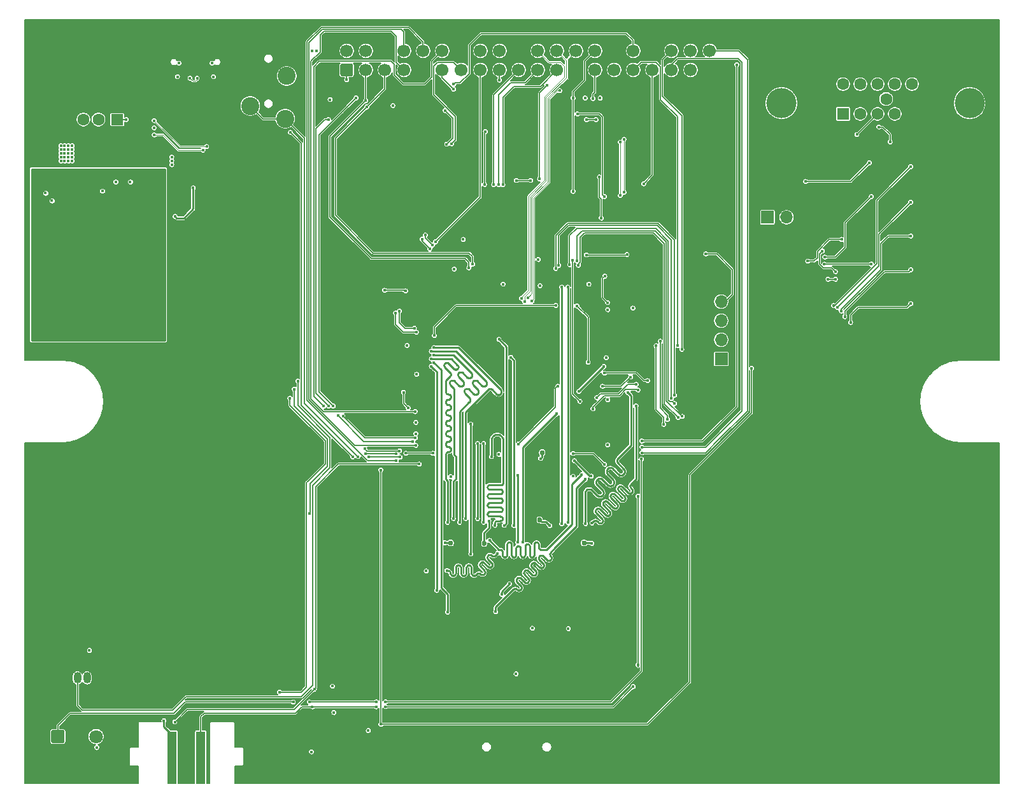
<source format=gbl>
%TF.GenerationSoftware,KiCad,Pcbnew,5.1.6*%
%TF.CreationDate,2020-07-15T20:49:46+02:00*%
%TF.ProjectId,CMM2-JLC,434d4d32-2d4a-44c4-932e-6b696361645f,rev?*%
%TF.SameCoordinates,Original*%
%TF.FileFunction,Copper,L4,Bot*%
%TF.FilePolarity,Positive*%
%FSLAX46Y46*%
G04 Gerber Fmt 4.6, Leading zero omitted, Abs format (unit mm)*
G04 Created by KiCad (PCBNEW 5.1.6) date 2020-07-15 20:49:46*
%MOMM*%
%LPD*%
G01*
G04 APERTURE LIST*
%TA.AperFunction,ComponentPad*%
%ADD10C,4.000000*%
%TD*%
%TA.AperFunction,ComponentPad*%
%ADD11C,1.600000*%
%TD*%
%TA.AperFunction,ComponentPad*%
%ADD12R,1.600000X1.600000*%
%TD*%
%TA.AperFunction,ComponentPad*%
%ADD13O,0.900000X1.700000*%
%TD*%
%TA.AperFunction,ComponentPad*%
%ADD14O,0.900000X2.000000*%
%TD*%
%TA.AperFunction,ComponentPad*%
%ADD15C,1.700000*%
%TD*%
%TA.AperFunction,ComponentPad*%
%ADD16C,1.800000*%
%TD*%
%TA.AperFunction,ComponentPad*%
%ADD17R,1.050000X1.500000*%
%TD*%
%TA.AperFunction,ComponentPad*%
%ADD18O,1.050000X1.500000*%
%TD*%
%TA.AperFunction,ComponentPad*%
%ADD19O,1.700000X1.700000*%
%TD*%
%TA.AperFunction,ComponentPad*%
%ADD20R,1.700000X1.700000*%
%TD*%
%TA.AperFunction,ComponentPad*%
%ADD21R,1.600000X1.500000*%
%TD*%
%TA.AperFunction,ComponentPad*%
%ADD22C,3.000000*%
%TD*%
%TA.AperFunction,ComponentPad*%
%ADD23C,2.400000*%
%TD*%
%TA.AperFunction,SMDPad,CuDef*%
%ADD24R,1.270000X7.000000*%
%TD*%
%TA.AperFunction,ViaPad*%
%ADD25C,0.450000*%
%TD*%
%TA.AperFunction,Conductor*%
%ADD26C,0.127000*%
%TD*%
%TA.AperFunction,Conductor*%
%ADD27C,0.289474*%
%TD*%
%TA.AperFunction,Conductor*%
%ADD28C,0.250000*%
%TD*%
%TA.AperFunction,Conductor*%
%ADD29C,0.289000*%
%TD*%
%TA.AperFunction,Conductor*%
%ADD30C,0.090000*%
%TD*%
%TA.AperFunction,Conductor*%
%ADD31C,0.254000*%
%TD*%
G04 APERTURE END LIST*
D10*
%TO.P,J2,0*%
%TO.N,N/C*%
X120815000Y-31330000D03*
X145815000Y-31330000D03*
D11*
%TO.P,J2,15*%
%TO.N,Net-(J2-Pad15)*%
X138160000Y-28790000D03*
%TO.P,J2,14*%
%TO.N,/PI9*%
X135870000Y-28790000D03*
%TO.P,J2,13*%
%TO.N,/PI10*%
X133580000Y-28790000D03*
%TO.P,J2,12*%
%TO.N,Net-(J2-Pad12)*%
X131290000Y-28790000D03*
%TO.P,J2,11*%
%TO.N,Net-(J2-Pad11)*%
X129000000Y-28790000D03*
%TO.P,J2,10*%
%TO.N,GND*%
X137015000Y-30770000D03*
%TO.P,J2,9*%
%TO.N,Net-(J2-Pad9)*%
X134725000Y-30770000D03*
%TO.P,J2,8*%
%TO.N,GND*%
X132435000Y-30770000D03*
%TO.P,J2,7*%
X130145000Y-30770000D03*
%TO.P,J2,6*%
X127855000Y-30770000D03*
%TO.P,J2,5*%
X138160000Y-32750000D03*
%TO.P,J2,4*%
%TO.N,Net-(J2-Pad4)*%
X135870000Y-32750000D03*
%TO.P,J2,3*%
%TO.N,/VGA_BLUE*%
X133580000Y-32750000D03*
%TO.P,J2,2*%
%TO.N,/VGA_GREEN*%
X131290000Y-32750000D03*
D12*
%TO.P,J2,1*%
%TO.N,/VGA_RED*%
X129000000Y-32750000D03*
%TD*%
D13*
%TO.P,J4,S1*%
%TO.N,GND*%
X38580000Y-22160000D03*
X47220000Y-22160000D03*
D14*
X38580000Y-26330000D03*
X47220000Y-26330000D03*
%TD*%
D15*
%TO.P,J3,40*%
%TO.N,/PB13*%
X111260000Y-24360000D03*
%TO.P,J3,38*%
%TO.N,/PB15*%
X108720000Y-24360000D03*
%TO.P,J3,36*%
%TO.N,/PC6*%
X106180000Y-24360000D03*
%TO.P,J3,34*%
%TO.N,GND*%
X103640000Y-24360000D03*
%TO.P,J3,32*%
%TO.N,/PI8*%
X101100000Y-24360000D03*
%TO.P,J3,30*%
%TO.N,GND*%
X98560000Y-24360000D03*
%TO.P,J3,28*%
%TO.N,/I2C2_SCL*%
X96020000Y-24360000D03*
%TO.P,J3,26*%
%TO.N,/PC5*%
X93480000Y-24360000D03*
%TO.P,J3,24*%
%TO.N,/PC4*%
X90940000Y-24360000D03*
%TO.P,J3,22*%
%TO.N,/PA7*%
X88400000Y-24360000D03*
%TO.P,J3,20*%
%TO.N,GND*%
X85860000Y-24360000D03*
%TO.P,J3,18*%
%TO.N,/PA15*%
X83320000Y-24360000D03*
%TO.P,J3,16*%
%TO.N,/PA0*%
X80780000Y-24360000D03*
%TO.P,J3,14*%
%TO.N,GND*%
X78240000Y-24360000D03*
%TO.P,J3,12*%
%TO.N,/PA6*%
X75700000Y-24360000D03*
%TO.P,J3,10*%
%TO.N,/PA3*%
X73160000Y-24360000D03*
%TO.P,J3,8*%
%TO.N,/PA2*%
X70620000Y-24360000D03*
%TO.P,J3,6*%
%TO.N,GND*%
X68080000Y-24360000D03*
%TO.P,J3,4*%
%TO.N,+5V*%
X65540000Y-24360000D03*
%TO.P,J3,2*%
X63000000Y-24360000D03*
%TO.P,J3,39*%
%TO.N,GND*%
X111260000Y-26900000D03*
%TO.P,J3,37*%
%TO.N,/PA1*%
X108720000Y-26900000D03*
%TO.P,J3,35*%
%TO.N,/PB14*%
X106180000Y-26900000D03*
%TO.P,J3,33*%
%TO.N,/PI3*%
X103640000Y-26900000D03*
%TO.P,J3,31*%
%TO.N,/PC7*%
X101100000Y-26900000D03*
%TO.P,J3,29*%
%TO.N,/PB0*%
X98560000Y-26900000D03*
%TO.P,J3,27*%
%TO.N,/I2C2_SDA*%
X96020000Y-26900000D03*
%TO.P,J3,25*%
%TO.N,GND*%
X93480000Y-26900000D03*
%TO.P,J3,23*%
%TO.N,/PB3*%
X90940000Y-26900000D03*
%TO.P,J3,21*%
%TO.N,/PB4*%
X88400000Y-26900000D03*
%TO.P,J3,19*%
%TO.N,/PB5*%
X85860000Y-26900000D03*
%TO.P,J3,17*%
%TO.N,+3V3*%
X83320000Y-26900000D03*
%TO.P,J3,15*%
%TO.N,/PC3*%
X80780000Y-26900000D03*
%TO.P,J3,13*%
%TO.N,/PC2*%
X78240000Y-26900000D03*
%TO.P,J3,11*%
%TO.N,/PH14*%
X75700000Y-26900000D03*
%TO.P,J3,9*%
%TO.N,GND*%
X73160000Y-26900000D03*
%TO.P,J3,7*%
%TO.N,/PC1*%
X70620000Y-26900000D03*
%TO.P,J3,5*%
%TO.N,/I2C1_SCL*%
X68080000Y-26900000D03*
%TO.P,J3,3*%
%TO.N,/I2C1_SDA*%
X65540000Y-26900000D03*
%TO.P,J3,1*%
%TO.N,+3V3*%
%TA.AperFunction,ComponentPad*%
G36*
G01*
X63600000Y-27750000D02*
X62400000Y-27750000D01*
G75*
G02*
X62150000Y-27500000I0J250000D01*
G01*
X62150000Y-26300000D01*
G75*
G02*
X62400000Y-26050000I250000J0D01*
G01*
X63600000Y-26050000D01*
G75*
G02*
X63850000Y-26300000I0J-250000D01*
G01*
X63850000Y-27500000D01*
G75*
G02*
X63600000Y-27750000I-250000J0D01*
G01*
G37*
%TD.AperFunction*%
%TD*%
%TO.P,C31,2*%
%TO.N,GND*%
%TA.AperFunction,SMDPad,CuDef*%
G36*
G01*
X88306000Y-77653100D02*
X88306000Y-77998100D01*
G75*
G02*
X88158500Y-78145600I-147500J0D01*
G01*
X87863500Y-78145600D01*
G75*
G02*
X87716000Y-77998100I0J147500D01*
G01*
X87716000Y-77653100D01*
G75*
G02*
X87863500Y-77505600I147500J0D01*
G01*
X88158500Y-77505600D01*
G75*
G02*
X88306000Y-77653100I0J-147500D01*
G01*
G37*
%TD.AperFunction*%
%TO.P,C31,1*%
%TO.N,+3V3*%
%TA.AperFunction,SMDPad,CuDef*%
G36*
G01*
X89276000Y-77653100D02*
X89276000Y-77998100D01*
G75*
G02*
X89128500Y-78145600I-147500J0D01*
G01*
X88833500Y-78145600D01*
G75*
G02*
X88686000Y-77998100I0J147500D01*
G01*
X88686000Y-77653100D01*
G75*
G02*
X88833500Y-77505600I147500J0D01*
G01*
X89128500Y-77505600D01*
G75*
G02*
X89276000Y-77653100I0J-147500D01*
G01*
G37*
%TD.AperFunction*%
%TD*%
D16*
%TO.P,U7,3*%
%TO.N,+3V3*%
X29680000Y-115600000D03*
%TO.P,U7,2*%
%TO.N,GND*%
X27140000Y-115600000D03*
%TO.P,U7,1*%
%TO.N,/PB12*%
%TA.AperFunction,ComponentPad*%
G36*
G01*
X23700000Y-116251600D02*
X23700000Y-114948400D01*
G75*
G02*
X23948400Y-114700000I248400J0D01*
G01*
X25251600Y-114700000D01*
G75*
G02*
X25500000Y-114948400I0J-248400D01*
G01*
X25500000Y-116251600D01*
G75*
G02*
X25251600Y-116500000I-248400J0D01*
G01*
X23948400Y-116500000D01*
G75*
G02*
X23700000Y-116251600I0J248400D01*
G01*
G37*
%TD.AperFunction*%
%TD*%
D17*
%TO.P,U5,1*%
%TO.N,GND*%
X25930000Y-107800000D03*
D18*
%TO.P,U5,3*%
%TO.N,+3V3*%
X28470000Y-107800000D03*
%TO.P,U5,2*%
%TO.N,/PE2*%
X27200000Y-107800000D03*
%TD*%
D19*
%TO.P,J9,3*%
%TO.N,GND*%
X124030000Y-46500000D03*
%TO.P,J9,2*%
%TO.N,Net-(J9-Pad2)*%
X121490000Y-46500000D03*
D20*
%TO.P,J9,1*%
%TO.N,+3V3*%
X118950000Y-46500000D03*
%TD*%
D19*
%TO.P,J7,5*%
%TO.N,GND*%
X112800000Y-55190000D03*
%TO.P,J7,4*%
%TO.N,/PA14*%
X112800000Y-57730000D03*
%TO.P,J7,3*%
%TO.N,/PA13*%
X112800000Y-60270000D03*
%TO.P,J7,2*%
%TO.N,/RESET*%
X112800000Y-62810000D03*
D20*
%TO.P,J7,1*%
%TO.N,+3V3*%
X112800000Y-65350000D03*
%TD*%
D11*
%TO.P,J6,4*%
%TO.N,GND*%
X25500000Y-33500000D03*
%TO.P,J6,3*%
%TO.N,/USB_HOST_D+*%
X28000000Y-33500000D03*
%TO.P,J6,2*%
%TO.N,/USB_HOST_D-*%
X30000000Y-33500000D03*
D21*
%TO.P,J6,1*%
%TO.N,+5V*%
X32500000Y-33500000D03*
D22*
%TO.P,J6,5*%
%TO.N,GND*%
X22430000Y-30790000D03*
X35570000Y-30790000D03*
%TD*%
D23*
%TO.P,J5,S*%
%TO.N,GND*%
X55020000Y-24100000D03*
%TO.P,J5,SN*%
X50180000Y-25000000D03*
%TO.P,J5,R*%
%TO.N,/PA5*%
X55020000Y-27700000D03*
%TO.P,J5,TN*%
%TO.N,/PA4*%
X54820000Y-33400000D03*
%TO.P,J5,T*%
X50180000Y-31700000D03*
%TD*%
%TO.P,C23,2*%
%TO.N,GND*%
%TA.AperFunction,SMDPad,CuDef*%
G36*
G01*
X77507600Y-90025000D02*
X77507600Y-89680000D01*
G75*
G02*
X77655100Y-89532500I147500J0D01*
G01*
X77950100Y-89532500D01*
G75*
G02*
X78097600Y-89680000I0J-147500D01*
G01*
X78097600Y-90025000D01*
G75*
G02*
X77950100Y-90172500I-147500J0D01*
G01*
X77655100Y-90172500D01*
G75*
G02*
X77507600Y-90025000I0J147500D01*
G01*
G37*
%TD.AperFunction*%
%TO.P,C23,1*%
%TO.N,+3V3*%
%TA.AperFunction,SMDPad,CuDef*%
G36*
G01*
X76537600Y-90025000D02*
X76537600Y-89680000D01*
G75*
G02*
X76685100Y-89532500I147500J0D01*
G01*
X76980100Y-89532500D01*
G75*
G02*
X77127600Y-89680000I0J-147500D01*
G01*
X77127600Y-90025000D01*
G75*
G02*
X76980100Y-90172500I-147500J0D01*
G01*
X76685100Y-90172500D01*
G75*
G02*
X76537600Y-90025000I0J147500D01*
G01*
G37*
%TD.AperFunction*%
%TD*%
%TO.P,C22,2*%
%TO.N,GND*%
%TA.AperFunction,SMDPad,CuDef*%
G36*
G01*
X80607400Y-89718100D02*
X80607400Y-90063100D01*
G75*
G02*
X80459900Y-90210600I-147500J0D01*
G01*
X80164900Y-90210600D01*
G75*
G02*
X80017400Y-90063100I0J147500D01*
G01*
X80017400Y-89718100D01*
G75*
G02*
X80164900Y-89570600I147500J0D01*
G01*
X80459900Y-89570600D01*
G75*
G02*
X80607400Y-89718100I0J-147500D01*
G01*
G37*
%TD.AperFunction*%
%TO.P,C22,1*%
%TO.N,+3V3*%
%TA.AperFunction,SMDPad,CuDef*%
G36*
G01*
X81577400Y-89718100D02*
X81577400Y-90063100D01*
G75*
G02*
X81429900Y-90210600I-147500J0D01*
G01*
X81134900Y-90210600D01*
G75*
G02*
X80987400Y-90063100I0J147500D01*
G01*
X80987400Y-89718100D01*
G75*
G02*
X81134900Y-89570600I147500J0D01*
G01*
X81429900Y-89570600D01*
G75*
G02*
X81577400Y-89718100I0J-147500D01*
G01*
G37*
%TD.AperFunction*%
%TD*%
%TO.P,C5,2*%
%TO.N,GND*%
%TA.AperFunction,SMDPad,CuDef*%
G36*
G01*
X87975800Y-86606600D02*
X87975800Y-86951600D01*
G75*
G02*
X87828300Y-87099100I-147500J0D01*
G01*
X87533300Y-87099100D01*
G75*
G02*
X87385800Y-86951600I0J147500D01*
G01*
X87385800Y-86606600D01*
G75*
G02*
X87533300Y-86459100I147500J0D01*
G01*
X87828300Y-86459100D01*
G75*
G02*
X87975800Y-86606600I0J-147500D01*
G01*
G37*
%TD.AperFunction*%
%TO.P,C5,1*%
%TO.N,+3V3*%
%TA.AperFunction,SMDPad,CuDef*%
G36*
G01*
X88945800Y-86606600D02*
X88945800Y-86951600D01*
G75*
G02*
X88798300Y-87099100I-147500J0D01*
G01*
X88503300Y-87099100D01*
G75*
G02*
X88355800Y-86951600I0J147500D01*
G01*
X88355800Y-86606600D01*
G75*
G02*
X88503300Y-86459100I147500J0D01*
G01*
X88798300Y-86459100D01*
G75*
G02*
X88945800Y-86606600I0J-147500D01*
G01*
G37*
%TD.AperFunction*%
%TD*%
%TO.P,C4,2*%
%TO.N,GND*%
%TA.AperFunction,SMDPad,CuDef*%
G36*
G01*
X93878900Y-89680000D02*
X93878900Y-90025000D01*
G75*
G02*
X93731400Y-90172500I-147500J0D01*
G01*
X93436400Y-90172500D01*
G75*
G02*
X93288900Y-90025000I0J147500D01*
G01*
X93288900Y-89680000D01*
G75*
G02*
X93436400Y-89532500I147500J0D01*
G01*
X93731400Y-89532500D01*
G75*
G02*
X93878900Y-89680000I0J-147500D01*
G01*
G37*
%TD.AperFunction*%
%TO.P,C4,1*%
%TO.N,+3V3*%
%TA.AperFunction,SMDPad,CuDef*%
G36*
G01*
X94848900Y-89680000D02*
X94848900Y-90025000D01*
G75*
G02*
X94701400Y-90172500I-147500J0D01*
G01*
X94406400Y-90172500D01*
G75*
G02*
X94258900Y-90025000I0J147500D01*
G01*
X94258900Y-89680000D01*
G75*
G02*
X94406400Y-89532500I147500J0D01*
G01*
X94701400Y-89532500D01*
G75*
G02*
X94848900Y-89680000I0J-147500D01*
G01*
G37*
%TD.AperFunction*%
%TD*%
D24*
%TO.P,J1,4*%
%TO.N,/NUNCHUCK_SDA*%
X43600000Y-118400000D03*
%TO.P,J1,3*%
%TO.N,+3V3*%
X39800000Y-118400000D03*
%TD*%
D25*
%TO.N,GND*%
X30500000Y-43000000D03*
X82000000Y-94750000D03*
X30784026Y-69270705D03*
X23250000Y-65250000D03*
X27029295Y-76484026D03*
X22250000Y-65250000D03*
X31050000Y-71050000D03*
X29922458Y-74420216D03*
X23250000Y-76750000D03*
X21250000Y-76750000D03*
X25350000Y-65250000D03*
X22250000Y-76750000D03*
X29981237Y-67660686D03*
X27124401Y-65546876D03*
X25250000Y-76750000D03*
X28720216Y-66377542D03*
X24250000Y-76750000D03*
X30753124Y-72824401D03*
X28639314Y-75681237D03*
X24250000Y-65250000D03*
X21250000Y-65250000D03*
%TO.N,+3V3*%
X23000000Y-46500000D03*
X25000000Y-46500000D03*
X27000000Y-46500000D03*
X29000000Y-46500000D03*
X31000000Y-46500000D03*
X33000000Y-46500000D03*
X35000000Y-46500000D03*
X37000000Y-46500000D03*
X23000000Y-48500000D03*
X25000000Y-48500000D03*
X27000000Y-48500000D03*
X29000000Y-48500000D03*
X31000000Y-48500000D03*
X33000000Y-48500000D03*
X35000000Y-48500000D03*
X37000000Y-48500000D03*
X23000000Y-50500000D03*
X25000000Y-50500000D03*
X27000000Y-50500000D03*
X29000000Y-50500000D03*
X31000000Y-50500000D03*
X33000000Y-50500000D03*
X35000000Y-50500000D03*
X37000000Y-50500000D03*
X23000000Y-52500000D03*
X25000000Y-52500000D03*
X27000000Y-52500000D03*
X29000000Y-52500000D03*
X31000000Y-52500000D03*
X33000000Y-52500000D03*
X35000000Y-52500000D03*
X37000000Y-52500000D03*
X23000000Y-54500000D03*
X25000000Y-54500000D03*
X27000000Y-54500000D03*
X29000000Y-54500000D03*
X31000000Y-54500000D03*
X33000000Y-54500000D03*
X35000000Y-54500000D03*
X37000000Y-54500000D03*
X23000000Y-56500000D03*
X25000000Y-56500000D03*
X27000000Y-56500000D03*
X29000000Y-56500000D03*
X31000000Y-56500000D03*
X33000000Y-56500000D03*
X35000000Y-56500000D03*
X37000000Y-56500000D03*
X23000000Y-58500000D03*
X25000000Y-58500000D03*
X27000000Y-58500000D03*
X29000000Y-58500000D03*
X31000000Y-58500000D03*
X33000000Y-58500000D03*
X35000000Y-58500000D03*
X37000000Y-58500000D03*
X23000000Y-60500000D03*
X25000000Y-60500000D03*
X27000000Y-60500000D03*
X29000000Y-60500000D03*
X31000000Y-60500000D03*
X33000000Y-60500000D03*
X35000000Y-60500000D03*
X37000000Y-60500000D03*
%TO.N,GND*%
X146750000Y-76750000D03*
X148750000Y-76750000D03*
X147750000Y-76750000D03*
X145750000Y-76750000D03*
X144750000Y-65250000D03*
X46250000Y-44750000D03*
X43750000Y-44750000D03*
X43750000Y-47250000D03*
X46250000Y-47250000D03*
X39624000Y-34607500D03*
X20500000Y-20500000D03*
X149500000Y-20500000D03*
X75600000Y-101100000D03*
X44642346Y-113680782D03*
X72200000Y-74377003D03*
X88200000Y-78600000D03*
X72300000Y-66800000D03*
X84261602Y-55746201D03*
X89300000Y-55600000D03*
X95800000Y-55400000D03*
X97700000Y-59377003D03*
X97700000Y-71377003D03*
X97700000Y-77377003D03*
X49588800Y-26505000D03*
X56142000Y-23101400D03*
X68072000Y-23088600D03*
X78240000Y-23131400D03*
X85852000Y-23088600D03*
X98560000Y-23131400D03*
X103632000Y-23012400D03*
X111277400Y-28219400D03*
X73202800Y-28321000D03*
X52600000Y-24100000D03*
X35570000Y-28730000D03*
X33710000Y-30790000D03*
X23800000Y-44300000D03*
X32300000Y-41800000D03*
X47220000Y-24780000D03*
X47220000Y-24180000D03*
X47220000Y-23580000D03*
X46240000Y-22160000D03*
X45740000Y-22160000D03*
X45240000Y-22160000D03*
X44740000Y-22160000D03*
X44240000Y-22160000D03*
X43740000Y-22160000D03*
X43240000Y-22160000D03*
X42740000Y-22160000D03*
X42240000Y-22160000D03*
X41740000Y-22160000D03*
X41240000Y-22160000D03*
X40740000Y-22160000D03*
X40240000Y-22160000D03*
X39740000Y-22160000D03*
X46100000Y-27800000D03*
X76825000Y-78650000D03*
X92400000Y-89850000D03*
X83225000Y-78625000D03*
X133000000Y-36500000D03*
X138250000Y-37500000D03*
X143250000Y-38250000D03*
X139250000Y-33750000D03*
X131250000Y-59500000D03*
X136250000Y-65250000D03*
X141750000Y-61750000D03*
X63777000Y-70573000D03*
X64800000Y-60700000D03*
X149500000Y-21500000D03*
X149500000Y-22500000D03*
X149500000Y-23500000D03*
X149500000Y-24500000D03*
X149500000Y-25500000D03*
X149500000Y-26500000D03*
X149500000Y-27500000D03*
X149500000Y-28500000D03*
X149500000Y-29500000D03*
X149500000Y-30500000D03*
X149500000Y-31500000D03*
X149500000Y-32500000D03*
X149500000Y-33500000D03*
X149500000Y-34500000D03*
X149500000Y-35500000D03*
X149500000Y-36500000D03*
X149500000Y-37500000D03*
X149500000Y-38500000D03*
X149500000Y-39500000D03*
X149500000Y-40500000D03*
X149500000Y-41500000D03*
X149500000Y-42500000D03*
X149500000Y-43500000D03*
X149500000Y-44500000D03*
X149500000Y-45500000D03*
X149500000Y-46500000D03*
X149500000Y-47500000D03*
X149500000Y-48500000D03*
X149500000Y-49500000D03*
X149500000Y-50500000D03*
X149500000Y-51500000D03*
X149500000Y-52500000D03*
X149500000Y-53500000D03*
X149500000Y-54500000D03*
X149500000Y-55500000D03*
X149500000Y-56500000D03*
X149500000Y-57500000D03*
X149500000Y-58500000D03*
X149500000Y-59500000D03*
X149500000Y-60500000D03*
X149500000Y-61500000D03*
X149500000Y-62500000D03*
X149500000Y-63500000D03*
X149500000Y-78500000D03*
X149500000Y-79500000D03*
X149500000Y-80500000D03*
X149500000Y-81500000D03*
X149500000Y-82500000D03*
X149500000Y-83500000D03*
X149500000Y-84500000D03*
X149500000Y-85500000D03*
X149500000Y-86500000D03*
X149500000Y-87500000D03*
X149500000Y-88500000D03*
X149500000Y-89500000D03*
X149500000Y-90500000D03*
X149500000Y-91500000D03*
X149500000Y-92500000D03*
X149500000Y-93500000D03*
X149500000Y-94500000D03*
X149500000Y-95500000D03*
X149500000Y-96500000D03*
X149500000Y-97500000D03*
X149500000Y-98500000D03*
X149500000Y-99500000D03*
X149500000Y-100500000D03*
X149500000Y-101500000D03*
X149500000Y-102500000D03*
X149500000Y-103500000D03*
X149500000Y-104500000D03*
X149500000Y-105500000D03*
X149500000Y-106500000D03*
X149500000Y-107500000D03*
X149500000Y-108500000D03*
X149500000Y-109500000D03*
X149500000Y-110500000D03*
X149500000Y-111500000D03*
X149500000Y-112500000D03*
X149500000Y-113500000D03*
X149500000Y-114500000D03*
X149500000Y-115500000D03*
X149500000Y-116500000D03*
X149500000Y-117500000D03*
X149500000Y-118500000D03*
X149500000Y-119500000D03*
X149500000Y-120500000D03*
X20500000Y-21500000D03*
X20500000Y-22500000D03*
X20500000Y-23500000D03*
X20500000Y-24500000D03*
X20500000Y-25500000D03*
X20500000Y-26500000D03*
X20500000Y-27500000D03*
X20500000Y-28500000D03*
X20500000Y-29500000D03*
X20500000Y-30500000D03*
X20500000Y-31500000D03*
X20500000Y-32500000D03*
X20500000Y-33500000D03*
X20500000Y-34500000D03*
X20500000Y-35500000D03*
X20500000Y-36500000D03*
X20500000Y-37500000D03*
X20500000Y-38500000D03*
X20500000Y-39500000D03*
X20500000Y-40500000D03*
X20500000Y-41500000D03*
X20500000Y-42500000D03*
X20500000Y-43500000D03*
X20500000Y-44500000D03*
X20500000Y-45500000D03*
X20500000Y-46500000D03*
X20500000Y-47500000D03*
X20500000Y-48500000D03*
X20500000Y-49500000D03*
X20500000Y-50500000D03*
X20500000Y-51500000D03*
X20500000Y-52500000D03*
X20500000Y-53500000D03*
X20500000Y-54500000D03*
X20500000Y-55500000D03*
X20500000Y-56500000D03*
X20500000Y-57500000D03*
X20500000Y-58500000D03*
X20500000Y-59500000D03*
X20500000Y-60500000D03*
X20500000Y-61500000D03*
X20500000Y-62500000D03*
X20500000Y-63500000D03*
X20500000Y-64500000D03*
X20500000Y-77500000D03*
X20500000Y-78500000D03*
X20500000Y-79500000D03*
X20500000Y-80500000D03*
X20500000Y-81500000D03*
X20500000Y-82500000D03*
X20500000Y-83500000D03*
X20500000Y-84500000D03*
X20500000Y-85500000D03*
X20500000Y-86500000D03*
X20500000Y-87500000D03*
X20500000Y-88500000D03*
X20500000Y-89500000D03*
X20500000Y-90500000D03*
X20500000Y-91500000D03*
X20500000Y-92500000D03*
X20500000Y-93500000D03*
X20500000Y-94500000D03*
X20500000Y-95500000D03*
X20500000Y-96500000D03*
X20500000Y-97500000D03*
X20500000Y-98500000D03*
X20500000Y-99500000D03*
X20500000Y-100500000D03*
X20500000Y-101500000D03*
X20500000Y-102500000D03*
X20500000Y-103500000D03*
X20500000Y-104500000D03*
X20500000Y-105500000D03*
X20500000Y-106500000D03*
X20500000Y-107500000D03*
X20500000Y-108500000D03*
X20500000Y-109500000D03*
X20500000Y-110500000D03*
X20500000Y-111500000D03*
X20500000Y-112500000D03*
X20500000Y-113500000D03*
X20500000Y-114500000D03*
X20500000Y-115500000D03*
X20500000Y-116500000D03*
X20500000Y-117500000D03*
X20500000Y-118500000D03*
X20500000Y-119500000D03*
X20500000Y-120500000D03*
X20500000Y-121500000D03*
X21500000Y-20500000D03*
X22500000Y-20500000D03*
X23500000Y-20500000D03*
X24500000Y-20500000D03*
X25500000Y-20500000D03*
X26500000Y-20500000D03*
X27500000Y-20500000D03*
X28500000Y-20500000D03*
X29500000Y-20500000D03*
X30500000Y-20500000D03*
X31500000Y-20500000D03*
X32500000Y-20500000D03*
X33500000Y-20500000D03*
X34500000Y-20500000D03*
X35500000Y-20500000D03*
X36500000Y-20500000D03*
X37500000Y-20500000D03*
X38500000Y-20500000D03*
X39500000Y-20500000D03*
X40500000Y-20500000D03*
X41500000Y-20500000D03*
X42500000Y-20500000D03*
X43500000Y-20500000D03*
X44500000Y-20500000D03*
X45500000Y-20500000D03*
X46500000Y-20500000D03*
X47500000Y-20500000D03*
X48500000Y-20500000D03*
X49500000Y-20500000D03*
X50500000Y-20500000D03*
X51500000Y-20500000D03*
X52500000Y-20500000D03*
X53500000Y-20500000D03*
X54500000Y-20500000D03*
X55500000Y-20500000D03*
X56500000Y-20500000D03*
X57500000Y-20500000D03*
X58500000Y-20500000D03*
X59500000Y-20500000D03*
X60500000Y-20500000D03*
X61500000Y-20500000D03*
X62500000Y-20500000D03*
X63500000Y-20500000D03*
X64500000Y-20500000D03*
X65500000Y-20500000D03*
X66500000Y-20500000D03*
X67500000Y-20500000D03*
X68500000Y-20500000D03*
X69500000Y-20500000D03*
X70500000Y-20500000D03*
X71500000Y-20500000D03*
X72500000Y-20500000D03*
X73500000Y-20500000D03*
X74500000Y-20500000D03*
X75500000Y-20500000D03*
X76500000Y-20500000D03*
X77500000Y-20500000D03*
X78500000Y-20500000D03*
X79500000Y-20500000D03*
X80500000Y-20500000D03*
X81500000Y-20500000D03*
X82500000Y-20500000D03*
X83500000Y-20500000D03*
X84500000Y-20500000D03*
X85500000Y-20500000D03*
X86500000Y-20500000D03*
X87500000Y-20500000D03*
X88500000Y-20500000D03*
X89500000Y-20500000D03*
X90500000Y-20500000D03*
X91500000Y-20500000D03*
X92500000Y-20500000D03*
X93500000Y-20500000D03*
X94500000Y-20500000D03*
X95500000Y-20500000D03*
X96500000Y-20500000D03*
X97500000Y-20500000D03*
X98500000Y-20500000D03*
X99500000Y-20500000D03*
X100500000Y-20500000D03*
X101500000Y-20500000D03*
X102500000Y-20500000D03*
X103500000Y-20500000D03*
X104500000Y-20500000D03*
X105500000Y-20500000D03*
X106500000Y-20500000D03*
X107500000Y-20500000D03*
X108500000Y-20500000D03*
X109500000Y-20500000D03*
X110500000Y-20500000D03*
X111500000Y-20500000D03*
X112500000Y-20500000D03*
X113500000Y-20500000D03*
X114500000Y-20500000D03*
X115500000Y-20500000D03*
X116500000Y-20500000D03*
X117500000Y-20500000D03*
X118500000Y-20500000D03*
X119500000Y-20500000D03*
X120500000Y-20500000D03*
X121500000Y-20500000D03*
X122500000Y-20500000D03*
X123500000Y-20500000D03*
X124500000Y-20500000D03*
X125500000Y-20500000D03*
X126500000Y-20500000D03*
X127500000Y-20500000D03*
X128500000Y-20500000D03*
X129500000Y-20500000D03*
X130500000Y-20500000D03*
X131500000Y-20500000D03*
X132500000Y-20500000D03*
X133500000Y-20500000D03*
X134500000Y-20500000D03*
X135500000Y-20500000D03*
X136500000Y-20500000D03*
X137500000Y-20500000D03*
X138500000Y-20500000D03*
X139500000Y-20500000D03*
X140500000Y-20500000D03*
X141500000Y-20500000D03*
X142500000Y-20500000D03*
X143500000Y-20500000D03*
X144500000Y-20500000D03*
X145500000Y-20500000D03*
X146500000Y-20500000D03*
X147500000Y-20500000D03*
X148500000Y-20500000D03*
X21500000Y-121500000D03*
X22500000Y-121500000D03*
X23500000Y-121500000D03*
X24500000Y-121500000D03*
X25500000Y-121500000D03*
X26500000Y-121500000D03*
X27500000Y-121500000D03*
X28500000Y-121500000D03*
X29500000Y-121500000D03*
X30500000Y-121500000D03*
X31500000Y-121500000D03*
X32500000Y-121500000D03*
X33500000Y-121500000D03*
X34500000Y-121500000D03*
X48500000Y-121500000D03*
X49500000Y-121500000D03*
X50500000Y-121500000D03*
X51500000Y-121500000D03*
X52500000Y-121500000D03*
X53500000Y-121500000D03*
X54500000Y-121500000D03*
X55500000Y-121500000D03*
X56500000Y-121500000D03*
X57500000Y-121500000D03*
X58500000Y-121500000D03*
X59500000Y-121500000D03*
X60500000Y-121500000D03*
X61500000Y-121500000D03*
X62500000Y-121500000D03*
X63500000Y-121500000D03*
X64500000Y-121500000D03*
X65500000Y-121500000D03*
X66500000Y-121500000D03*
X67500000Y-121500000D03*
X68500000Y-121500000D03*
X69500000Y-121500000D03*
X70500000Y-121500000D03*
X71500000Y-121500000D03*
X72500000Y-121500000D03*
X73500000Y-121500000D03*
X74500000Y-121500000D03*
X75500000Y-121500000D03*
X76500000Y-121500000D03*
X77500000Y-121500000D03*
X78500000Y-121500000D03*
X79500000Y-121500000D03*
X80500000Y-121500000D03*
X81500000Y-121500000D03*
X82500000Y-121500000D03*
X83500000Y-121500000D03*
X84500000Y-121500000D03*
X85500000Y-121500000D03*
X86500000Y-121500000D03*
X87500000Y-121500000D03*
X88500000Y-121500000D03*
X89500000Y-121500000D03*
X90500000Y-121500000D03*
X91500000Y-121500000D03*
X92500000Y-121500000D03*
X93500000Y-121500000D03*
X94500000Y-121500000D03*
X95500000Y-121500000D03*
X96500000Y-121500000D03*
X97500000Y-121500000D03*
X98500000Y-121500000D03*
X99500000Y-121500000D03*
X100500000Y-121500000D03*
X101500000Y-121500000D03*
X102500000Y-121500000D03*
X103500000Y-121500000D03*
X104500000Y-121500000D03*
X105500000Y-121500000D03*
X106500000Y-121500000D03*
X107500000Y-121500000D03*
X108500000Y-121500000D03*
X109500000Y-121500000D03*
X110500000Y-121500000D03*
X111500000Y-121500000D03*
X112500000Y-121500000D03*
X113500000Y-121500000D03*
X114500000Y-121500000D03*
X115500000Y-121500000D03*
X116500000Y-121500000D03*
X117500000Y-121500000D03*
X118500000Y-121500000D03*
X119500000Y-121500000D03*
X120500000Y-121500000D03*
X121500000Y-121500000D03*
X122500000Y-121500000D03*
X123500000Y-121500000D03*
X124500000Y-121500000D03*
X125500000Y-121500000D03*
X126500000Y-121500000D03*
X127500000Y-121500000D03*
X128500000Y-121500000D03*
X129500000Y-121500000D03*
X130500000Y-121500000D03*
X131500000Y-121500000D03*
X132500000Y-121500000D03*
X133500000Y-121500000D03*
X134500000Y-121500000D03*
X135500000Y-121500000D03*
X136500000Y-121500000D03*
X137500000Y-121500000D03*
X138500000Y-121500000D03*
X139500000Y-121500000D03*
X140500000Y-121500000D03*
X141500000Y-121500000D03*
X142500000Y-121500000D03*
X143500000Y-121500000D03*
X144500000Y-121500000D03*
X145500000Y-121500000D03*
X146500000Y-121500000D03*
X147500000Y-121500000D03*
X148500000Y-121500000D03*
X149500000Y-121500000D03*
X23914100Y-89395300D03*
X24993600Y-107823000D03*
X27190700Y-116954300D03*
X50457100Y-119926100D03*
X60261500Y-119849900D03*
X70281800Y-114820700D03*
X78816200Y-108153200D03*
X83286600Y-107213400D03*
X94667000Y-101220200D03*
X89801700Y-101193600D03*
X86067900Y-101244400D03*
X74803000Y-99314000D03*
X74307700Y-98767900D03*
X73939400Y-98171000D03*
X73926700Y-97485200D03*
X87600000Y-88550000D03*
X80312400Y-89890600D03*
X78524100Y-89865200D03*
X101066600Y-59588400D03*
X89484200Y-52108100D03*
X71043800Y-62661800D03*
X81991200Y-81534000D03*
X100013350Y-78688350D03*
X78333600Y-52666900D03*
X93400000Y-108200000D03*
X94400000Y-118300000D03*
X78800000Y-118200000D03*
X41148000Y-30403800D03*
X44170600Y-30403800D03*
X45500000Y-42750000D03*
X40715000Y-44485000D03*
X41200000Y-41000000D03*
X97477292Y-65819651D03*
X142970705Y-65515974D03*
X141360686Y-66318763D03*
X140077542Y-67579784D03*
X139246876Y-69175599D03*
X138950000Y-70950000D03*
X139215974Y-72729295D03*
X140018763Y-74339314D03*
X141279784Y-75622458D03*
X142875599Y-76453124D03*
X144650000Y-76750000D03*
X145750000Y-65250000D03*
X146750000Y-65250000D03*
X147750000Y-65250000D03*
X148750000Y-65250000D03*
X149500000Y-64500000D03*
X149500000Y-77500000D03*
X89750000Y-93500000D03*
X85750000Y-97500000D03*
X87000000Y-92250000D03*
X76750000Y-95250000D03*
X82000000Y-98750000D03*
X84750000Y-85250000D03*
X84750000Y-85250000D03*
X84750000Y-86250000D03*
X79500000Y-55750000D03*
X82500000Y-55750000D03*
X82500000Y-61750000D03*
X79000000Y-60500000D03*
X77500000Y-55750000D03*
X75750000Y-55750000D03*
X61750000Y-78250000D03*
X66750000Y-29000000D03*
X72750000Y-52750000D03*
X103250000Y-52000000D03*
X98750000Y-55500000D03*
X100000000Y-63000000D03*
X103250000Y-63500000D03*
X127750000Y-27750000D03*
X124000000Y-33750000D03*
X34213900Y-41786100D03*
X22962500Y-43287500D03*
X70000000Y-71750000D03*
X74750000Y-60000000D03*
X89000000Y-69000000D03*
X81750000Y-76000000D03*
X82000000Y-70250000D03*
X91000000Y-73500000D03*
%TO.N,+3V3*%
X38700000Y-113500000D03*
X72200000Y-73800000D03*
X72200000Y-75300000D03*
X88777003Y-78600000D03*
X72300000Y-67400000D03*
X77300000Y-53400000D03*
X83800000Y-55400000D03*
X88700000Y-55600000D03*
X95200000Y-55400000D03*
X97700000Y-58800000D03*
X97700000Y-70800000D03*
X97700000Y-76800000D03*
X83312000Y-28244800D03*
X62992000Y-28219400D03*
X76825000Y-81000000D03*
X76052915Y-89800000D03*
X81900000Y-86900000D03*
X95600000Y-89900000D03*
X90000000Y-87550000D03*
X28803600Y-104140000D03*
X29768800Y-117055900D03*
X58318400Y-117640100D03*
X65874900Y-114808000D03*
X85521800Y-107264200D03*
X92468700Y-101244400D03*
X87680800Y-101193600D03*
X73571100Y-93573600D03*
X101053900Y-58597800D03*
X88480900Y-52108100D03*
X71031100Y-63576200D03*
X83223080Y-78048002D03*
X93078300Y-80962500D03*
X61300000Y-112400000D03*
X61100000Y-108900000D03*
X78500000Y-49450000D03*
X69150000Y-31650000D03*
X60800000Y-30850000D03*
X94700000Y-30650000D03*
X96700000Y-30650000D03*
X21500000Y-41500000D03*
X21500000Y-43500000D03*
X21500000Y-45500000D03*
X21500000Y-47500000D03*
X21500000Y-49500000D03*
X21500000Y-50500000D03*
X21500000Y-51500000D03*
X21500000Y-52500000D03*
X21500000Y-53500000D03*
X21500000Y-54500000D03*
X21500000Y-55500000D03*
X21500000Y-56500000D03*
X21500000Y-57500000D03*
X21500000Y-58500000D03*
X21500000Y-59500000D03*
X21500000Y-60500000D03*
X21500000Y-61500000D03*
X22500000Y-62500000D03*
X24500000Y-62500000D03*
X26500000Y-62500000D03*
X28500000Y-62500000D03*
X30500000Y-62500000D03*
X32500000Y-62500000D03*
X34500000Y-62500000D03*
X36500000Y-62500000D03*
X38500000Y-62500000D03*
X38500000Y-61500000D03*
X38500000Y-60500000D03*
X38500000Y-59500000D03*
X38500000Y-58500000D03*
X38500000Y-57500000D03*
X38500000Y-56500000D03*
X38500000Y-55500000D03*
X38500000Y-54500000D03*
X38500000Y-53500000D03*
X38500000Y-52500000D03*
X38500000Y-51500000D03*
X38500000Y-50500000D03*
X38500000Y-49500000D03*
X38500000Y-48500000D03*
X38500000Y-47500000D03*
X38500000Y-46500000D03*
X38500000Y-45500000D03*
X38500000Y-44500000D03*
X38500000Y-43500000D03*
X38500000Y-42500000D03*
X38500000Y-40500000D03*
X97500000Y-65200000D03*
X38500000Y-41500000D03*
X36500000Y-40500000D03*
X34500000Y-40500000D03*
X32500000Y-40500000D03*
X30500000Y-40500000D03*
X28500000Y-40500000D03*
X24500000Y-40500000D03*
X22500000Y-40500000D03*
X21500000Y-48500000D03*
X21500000Y-46500000D03*
X21500000Y-44500000D03*
%TO.N,/NUNCHUCK_SCL*%
X40150000Y-113650000D03*
X72650000Y-79350000D03*
X58700000Y-109300000D03*
%TO.N,/NUNCHUCK_SDA*%
X101727000Y-83604100D03*
X66916300Y-111633000D03*
X68160900Y-111620300D03*
X93091000Y-77927200D03*
X97282000Y-79375000D03*
X101092000Y-108966000D03*
X101727000Y-106045000D03*
X58433000Y-111633000D03*
%TO.N,/PE1*%
X79500000Y-74025000D03*
X79500000Y-91300000D03*
%TO.N,/PE0*%
X85200000Y-87500000D03*
X84850000Y-65150000D03*
%TO.N,/PG15*%
X83940000Y-87495000D03*
X83250000Y-62750000D03*
%TO.N,/PG10*%
X128000000Y-53750000D03*
X126250000Y-51000000D03*
%TO.N,/PD3*%
X106600000Y-70200000D03*
X90784500Y-53308002D03*
%TO.N,/PD2*%
X106172000Y-70612000D03*
X91200000Y-52900000D03*
%TO.N,/PD1*%
X91600000Y-87300000D03*
X91600000Y-55800000D03*
%TO.N,/PD0*%
X92400000Y-87100000D03*
X92400000Y-55800000D03*
%TO.N,/PH15*%
X132750000Y-52750000D03*
X126508043Y-52766087D03*
%TO.N,/PH14*%
X97688400Y-57861200D03*
X97318169Y-54344150D03*
X97282000Y-43738800D03*
X93675200Y-32766000D03*
X77216000Y-29464000D03*
%TO.N,/PH13*%
X128000000Y-54750000D03*
X127000000Y-54750000D03*
%TO.N,/PG8*%
X83600000Y-96670000D03*
X86400000Y-89750000D03*
X84632997Y-95272734D03*
X90900000Y-72650000D03*
X93860000Y-69690000D03*
X97200000Y-66350000D03*
%TO.N,/PG6*%
X138000000Y-39750000D03*
X127750000Y-58250000D03*
%TO.N,/PG5*%
X80400000Y-86600000D03*
X80400000Y-76600000D03*
%TO.N,/PG4*%
X81200000Y-87100000D03*
X81200000Y-76600000D03*
%TO.N,/PD15*%
X100400000Y-69853263D03*
X94750000Y-87265197D03*
%TO.N,/PD14*%
X95600000Y-87200000D03*
X101474537Y-71600000D03*
%TO.N,/PH10*%
X138000000Y-53500000D03*
X129221000Y-59725000D03*
X101500000Y-68750000D03*
X96250000Y-70500000D03*
%TO.N,/PH9*%
X138000000Y-58000000D03*
X130000000Y-60500000D03*
X101750000Y-69500000D03*
X95750000Y-72000000D03*
%TO.N,/PH7*%
X94750000Y-81339651D03*
X82800000Y-99000000D03*
%TO.N,/PH6*%
X94250000Y-80750000D03*
X82000000Y-89500000D03*
%TO.N,/PG0*%
X85753263Y-80800000D03*
X85750000Y-89750000D03*
%TO.N,/PF11*%
X82700000Y-87501000D03*
X82250000Y-78350000D03*
%TO.N,/PH5*%
X76323365Y-93502706D03*
X83067671Y-91221023D03*
%TO.N,/PF5*%
X74250000Y-66350000D03*
X74969016Y-96138206D03*
%TO.N,/PF4*%
X74600000Y-65850000D03*
X76400000Y-99075000D03*
%TO.N,/PF3*%
X74250000Y-65350000D03*
X76400000Y-87100000D03*
%TO.N,/PF2*%
X74600000Y-64850000D03*
X77200000Y-86600000D03*
%TO.N,/PF1*%
X78000000Y-87100000D03*
X74250000Y-64346737D03*
%TO.N,/PF0*%
X78800000Y-86600000D03*
X74600000Y-63850000D03*
%TO.N,/PE2*%
X68033900Y-56222900D03*
X70827900Y-56311800D03*
X56502300Y-68313300D03*
%TO.N,/I2C1_SDA*%
X79250000Y-53250000D03*
X65540000Y-30960000D03*
%TO.N,/I2C1_SCL*%
X79750000Y-52750000D03*
X65700000Y-31800000D03*
%TO.N,/I2C2_SDA*%
X95750000Y-30700000D03*
X81350000Y-42150000D03*
X81450000Y-35100000D03*
%TO.N,/I2C2_SCL*%
X93052900Y-52222400D03*
X93091000Y-30659000D03*
X93091000Y-43053000D03*
X94010000Y-71000000D03*
%TO.N,/PC0*%
X138000000Y-49000000D03*
X128750000Y-59000000D03*
X97250000Y-67250000D03*
X103000000Y-68250000D03*
X74650000Y-62250000D03*
X90800000Y-58250000D03*
X93600000Y-58300000D03*
X95100000Y-65800000D03*
%TO.N,/PB1*%
X138000000Y-44500000D03*
X128266087Y-58508043D03*
X97000000Y-69000000D03*
X100750000Y-67765500D03*
X85864700Y-76669900D03*
X91083500Y-69000000D03*
%TO.N,/PI0*%
X128800000Y-49450000D03*
X124300000Y-52350587D03*
%TO.N,/VGA_BLUE*%
X130830000Y-35500000D03*
%TO.N,/PI1*%
X132750000Y-43750000D03*
X126550000Y-51800000D03*
%TO.N,/VGA_GREEN*%
X133750000Y-34500000D03*
X135250000Y-36500000D03*
%TO.N,/PI2*%
X132500000Y-39250000D03*
X124000000Y-41750000D03*
X96612802Y-41148000D03*
X96849510Y-46609000D03*
%TO.N,/PB5*%
X82550000Y-42164000D03*
%TO.N,/PB4*%
X83185000Y-42164000D03*
%TO.N,/PB3*%
X83762003Y-42164000D03*
%TO.N,/PC12*%
X106587500Y-71300000D03*
X92637400Y-52800000D03*
X106587500Y-71300000D03*
%TO.N,/PC11*%
X93624184Y-52303430D03*
X107600000Y-73000000D03*
%TO.N,/PC10*%
X93800000Y-52900000D03*
X107040226Y-73139943D03*
%TO.N,/PI3*%
X102489000Y-42037000D03*
%TO.N,/PC7*%
X107015500Y-63550800D03*
%TO.N,/PC6*%
X107556300Y-64084200D03*
%TO.N,/PB15*%
X102235000Y-76263500D03*
X114858800Y-26200100D03*
%TO.N,/PB14*%
X102260400Y-77076300D03*
%TO.N,/PB13*%
X102260400Y-77838300D03*
%TO.N,/PB12*%
X102196900Y-78676500D03*
X55905400Y-111023400D03*
X58039000Y-111010700D03*
X66954400Y-110985300D03*
X68160900Y-110972600D03*
%TO.N,/PB0*%
X87630000Y-57658000D03*
X91313000Y-29654500D03*
%TO.N,/PC5*%
X87058500Y-57213500D03*
%TO.N,/PC4*%
X86655997Y-57725505D03*
%TO.N,/PC3*%
X74803303Y-49784303D03*
%TO.N,/PC2*%
X76962000Y-36728400D03*
X73456800Y-48869600D03*
X74380881Y-50206726D03*
%TO.N,/PC1*%
X72100000Y-72350000D03*
%TO.N,/PI11*%
X54063900Y-109689900D03*
X55448200Y-70599300D03*
%TO.N,/PI10*%
X72264584Y-61778264D03*
X69500000Y-59250000D03*
%TO.N,/PI9*%
X72000000Y-61265500D03*
X70016087Y-58991957D03*
%TO.N,/PI8*%
X77216000Y-28803600D03*
X76098400Y-32308800D03*
X76301600Y-36779200D03*
X73025000Y-49403000D03*
X74041000Y-50673000D03*
%TO.N,/VBAT*%
X58068000Y-85940900D03*
X56032400Y-69380100D03*
%TO.N,Net-(C6-Pad1)*%
X93269396Y-78906260D03*
X95516700Y-80949800D03*
%TO.N,Net-(C8-Pad1)*%
X70550000Y-69800000D03*
X71190803Y-71890803D03*
%TO.N,+5V*%
X37401500Y-34607500D03*
X58421400Y-24360000D03*
X59004200Y-24358600D03*
X33700000Y-33500000D03*
X40700000Y-26000000D03*
X45100000Y-26000000D03*
X45300000Y-27800000D03*
X40500000Y-27800000D03*
X25000000Y-37000000D03*
X25500000Y-37000000D03*
X26000000Y-37000000D03*
X26500000Y-37000000D03*
X25000000Y-37500000D03*
X25500000Y-37500000D03*
X26000000Y-37500000D03*
X26500000Y-37500000D03*
X25000000Y-38000000D03*
X25500000Y-38000000D03*
X26000000Y-38000000D03*
X26500000Y-38000000D03*
X25000000Y-38500000D03*
X25500000Y-38500000D03*
X26000000Y-38500000D03*
X26500000Y-38500000D03*
X25000000Y-39000000D03*
X25500000Y-39000000D03*
X26000000Y-39000000D03*
X26500000Y-39000000D03*
X39750000Y-38500000D03*
X39750000Y-39000000D03*
X39750000Y-39500000D03*
%TO.N,Net-(C15-Pad1)*%
X42600000Y-42600000D03*
X40200000Y-46400000D03*
%TO.N,/RESET*%
X67538600Y-80124300D03*
X67541000Y-113984900D03*
X116840000Y-66598800D03*
%TO.N,/PA5*%
X69583300Y-78003490D03*
X65468791Y-77990409D03*
X63779400Y-78384400D03*
X55511700Y-35217100D03*
%TO.N,/PA4*%
X70104000Y-78418990D03*
X65903810Y-78418990D03*
X64490600Y-78346300D03*
%TO.N,Net-(J9-Pad2)*%
X85550000Y-41600000D03*
X87450000Y-41600000D03*
%TO.N,/PA10*%
X105664000Y-73406000D03*
X104698800Y-62992000D03*
%TO.N,/PA15*%
X88646000Y-41402000D03*
X89662000Y-28956000D03*
%TO.N,/PA14*%
X100273500Y-51460400D03*
X94856300Y-51511200D03*
X110744000Y-51384500D03*
%TO.N,/PA9*%
X104140000Y-63601600D03*
X105156000Y-74066400D03*
%TO.N,/PA7*%
X86233000Y-57277000D03*
%TO.N,/PA6*%
X74465157Y-77910970D03*
X70866000Y-77910970D03*
X70028659Y-77587990D03*
X65392300Y-77292200D03*
X59931300Y-71653400D03*
%TO.N,/PA3*%
X69583300Y-78934500D03*
%TO.N,/PA2*%
X72200000Y-76850000D03*
%TO.N,/PA1*%
X71755000Y-76327000D03*
X61849000Y-72898000D03*
X60579000Y-71628000D03*
X60579000Y-33528000D03*
X94869000Y-33528000D03*
X96139000Y-33528000D03*
%TO.N,/PA0*%
X72129383Y-75872664D03*
X62507731Y-72969125D03*
X61214000Y-71628000D03*
X64262000Y-30607000D03*
%TO.N,/USB_C_D+*%
X42164000Y-28003500D03*
X43116500Y-28003000D03*
%TO.N,/USB_HOST_D+*%
X99876500Y-36133700D03*
X37400000Y-33650000D03*
X44386500Y-37093000D03*
X99876500Y-43189000D03*
%TO.N,/USB_HOST_D-*%
X99386500Y-36503500D03*
X37400000Y-35550000D03*
X43887500Y-37583000D03*
X99386500Y-43615500D03*
%TD*%
D26*
%TO.N,GND*%
X50180000Y-25913800D02*
X49588800Y-26505000D01*
X50180000Y-25000000D02*
X50180000Y-25913800D01*
X55020000Y-24100000D02*
X55143400Y-24100000D01*
X55143400Y-24100000D02*
X56091200Y-23152200D01*
X56091200Y-23152200D02*
X56142000Y-23101400D01*
X139160000Y-33750000D02*
X139250000Y-33750000D01*
X138160000Y-32750000D02*
X139160000Y-33750000D01*
D27*
X92402500Y-89852500D02*
X92400000Y-89850000D01*
X93583900Y-89852500D02*
X92402500Y-89852500D01*
X87680800Y-88469200D02*
X87600000Y-88550000D01*
X87680800Y-86779100D02*
X87680800Y-88469200D01*
X80312400Y-89890600D02*
X80302100Y-89890600D01*
X78511400Y-89852500D02*
X78524100Y-89865200D01*
X77802600Y-89852500D02*
X78511400Y-89852500D01*
D28*
X88011000Y-78411000D02*
X88200000Y-78600000D01*
X88011000Y-77825600D02*
X88011000Y-78411000D01*
D27*
%TO.N,+3V3*%
X39800000Y-118400000D02*
X39800000Y-115400000D01*
X38700000Y-114300000D02*
X38700000Y-113500000D01*
X39800000Y-115400000D02*
X38700000Y-114300000D01*
D26*
X83320000Y-28236800D02*
X83312000Y-28244800D01*
X83320000Y-26900000D02*
X83320000Y-28236800D01*
X63000000Y-28211400D02*
X62992000Y-28219400D01*
X63000000Y-26900000D02*
X63000000Y-28211400D01*
D27*
X95552500Y-89852500D02*
X95600000Y-89900000D01*
X94553900Y-89852500D02*
X95552500Y-89852500D01*
X90000000Y-87550000D02*
X89509600Y-87059600D01*
X88931300Y-87059600D02*
X88650800Y-86779100D01*
X89509600Y-87059600D02*
X88931300Y-87059600D01*
X81282400Y-89890600D02*
X81282400Y-88465800D01*
X81900000Y-87848200D02*
X81900000Y-86900000D01*
X81282400Y-88465800D02*
X81900000Y-87848200D01*
X76780100Y-89800000D02*
X76832600Y-89852500D01*
X76052915Y-89800000D02*
X76780100Y-89800000D01*
D28*
X88981000Y-78396003D02*
X88777003Y-78600000D01*
X88981000Y-77825600D02*
X88981000Y-78396003D01*
D26*
%TO.N,/NUNCHUCK_SCL*%
X41800000Y-112000000D02*
X40150000Y-113650000D01*
X56000000Y-112000000D02*
X41800000Y-112000000D01*
X58900000Y-82350000D02*
X58900000Y-109100000D01*
X61900000Y-79350000D02*
X58900000Y-82350000D01*
X72650000Y-79350000D02*
X61900000Y-79350000D01*
X58300000Y-109700000D02*
X56000000Y-112000000D01*
X58700000Y-109300000D02*
X58300000Y-109700000D01*
X58900000Y-109100000D02*
X58700000Y-109300000D01*
%TO.N,/NUNCHUCK_SDA*%
X44081700Y-112483900D02*
X56159400Y-112483900D01*
X43600000Y-118400000D02*
X43600000Y-112965600D01*
X68160900Y-111620300D02*
X98348800Y-111620300D01*
X66548000Y-111633000D02*
X66916300Y-111633000D01*
X43600000Y-112965600D02*
X44081700Y-112483900D01*
X56159400Y-112483900D02*
X57010300Y-111633000D01*
X101727000Y-88976200D02*
X101727000Y-83604100D01*
X95834200Y-77927200D02*
X97282000Y-79375000D01*
X93091000Y-77927200D02*
X95834200Y-77927200D01*
X101727000Y-95669100D02*
X101727000Y-95377000D01*
X101727000Y-95377000D02*
X101727000Y-88976200D01*
X98437700Y-111620300D02*
X101092000Y-108966000D01*
X98348800Y-111620300D02*
X98437700Y-111620300D01*
X101727000Y-106045000D02*
X101727000Y-106299000D01*
X101727000Y-95377000D02*
X101727000Y-106045000D01*
X58433000Y-111633000D02*
X66548000Y-111633000D01*
X57010300Y-111633000D02*
X58433000Y-111633000D01*
D27*
%TO.N,/PE1*%
X79500000Y-74025000D02*
X79500000Y-91300000D01*
%TO.N,/PE0*%
X85200000Y-87500000D02*
X85200000Y-72000000D01*
X85200000Y-65500000D02*
X84850000Y-65150000D01*
X85200000Y-72000000D02*
X85200000Y-65500000D01*
%TO.N,/PG15*%
X84246738Y-71900738D02*
X84246738Y-86753262D01*
X84246738Y-71900738D02*
X84245738Y-71900738D01*
X84246738Y-87188262D02*
X83940000Y-87495000D01*
X84246738Y-86753262D02*
X84246738Y-87188262D01*
X84246738Y-63746738D02*
X83250000Y-62750000D01*
X84246738Y-71900738D02*
X84246738Y-63746738D01*
D26*
%TO.N,/PG10*%
X128000000Y-53750000D02*
X127500000Y-53250000D01*
X125834499Y-51415501D02*
X126250000Y-51000000D01*
X125834499Y-52707485D02*
X125834499Y-51415501D01*
X126377014Y-53250000D02*
X125834499Y-52707485D01*
X127500000Y-53250000D02*
X126377014Y-53250000D01*
%TO.N,/PD3*%
X106600000Y-49540776D02*
X104405214Y-47345990D01*
X106600000Y-70200000D02*
X106600000Y-49540776D01*
X104405214Y-47345990D02*
X104100000Y-47345990D01*
X90784500Y-48956276D02*
X90784500Y-53308002D01*
X92394785Y-47345991D02*
X90784500Y-48956276D01*
X104100000Y-47345990D02*
X92394785Y-47345991D01*
%TO.N,/PD2*%
X106172000Y-70612000D02*
X106172000Y-65532000D01*
X106172000Y-65532000D02*
X106172000Y-49472000D01*
X106172000Y-49472000D02*
X104300000Y-47600000D01*
X104300000Y-47600000D02*
X92500000Y-47600000D01*
X91200000Y-48900000D02*
X91200000Y-52900000D01*
X92500000Y-47600000D02*
X91200000Y-48900000D01*
D27*
%TO.N,/PD1*%
X91600000Y-64600000D02*
X91600000Y-55800000D01*
X91600000Y-87300000D02*
X91600000Y-64600000D01*
%TO.N,/PD0*%
X92400000Y-87100000D02*
X92400000Y-56100000D01*
X92400000Y-55800000D02*
X92400000Y-56100000D01*
D26*
%TO.N,/PH15*%
X132750000Y-52750000D02*
X126750000Y-52750000D01*
X126524130Y-52750000D02*
X126508043Y-52766087D01*
X126750000Y-52750000D02*
X126524130Y-52750000D01*
%TO.N,/PH14*%
X97688400Y-57861200D02*
X97028000Y-57200800D01*
X97028000Y-57200800D02*
X97028000Y-56032400D01*
X97028000Y-56032400D02*
X97028000Y-55219600D01*
X97028000Y-54634319D02*
X97318169Y-54344150D01*
X97028000Y-55219600D02*
X97028000Y-54634319D01*
X97028302Y-33172702D02*
X97028302Y-43485102D01*
X96621600Y-32766000D02*
X97028302Y-33172702D01*
X97028302Y-43485102D02*
X97282000Y-43738800D01*
X93675200Y-32766000D02*
X96621600Y-32766000D01*
X75700000Y-27948000D02*
X77216000Y-29464000D01*
X75700000Y-26900000D02*
X75700000Y-27948000D01*
%TO.N,/PH13*%
X128000000Y-54750000D02*
X127000000Y-54750000D01*
D27*
%TO.N,/PG8*%
X83600000Y-96305731D02*
X84632997Y-95272734D01*
X83600000Y-96670000D02*
X83600000Y-96305731D01*
X86400000Y-78200000D02*
X86400000Y-89750000D01*
D29*
X86400000Y-77150000D02*
X90900000Y-72650000D01*
X86400000Y-78200000D02*
X86400000Y-77150000D01*
D27*
X93860000Y-69690000D02*
X97200000Y-66350000D01*
D26*
%TO.N,/PG6*%
X138000000Y-39750000D02*
X133500000Y-44250000D01*
X133500000Y-52614942D02*
X127750000Y-58364942D01*
X133500000Y-44250000D02*
X133500000Y-52614942D01*
X127750000Y-58364942D02*
X127750000Y-58250000D01*
D27*
%TO.N,/PG5*%
X80400000Y-86600000D02*
X80400000Y-76600000D01*
%TO.N,/PG4*%
X81200000Y-87100000D02*
X81200000Y-76800000D01*
X81200000Y-76800000D02*
X81200000Y-76600000D01*
%TO.N,/PD15*%
X99619226Y-80799961D02*
X99720102Y-80751382D01*
X99877448Y-80594035D02*
X99926028Y-80493159D01*
X99807640Y-80681573D02*
X99877448Y-80594035D01*
X99188070Y-80751382D02*
X99288947Y-80799961D01*
X99100533Y-80681573D02*
X99188070Y-80751382D01*
X99288947Y-80799961D02*
X99398104Y-80824876D01*
X99030725Y-79179823D02*
X98982146Y-79078946D01*
X99950942Y-80272037D02*
X99926028Y-80162880D01*
X99807640Y-79974466D02*
X99100534Y-79267360D01*
X99100534Y-79267360D02*
X99030725Y-79179823D01*
X98957230Y-78857825D02*
X98982145Y-78748668D01*
X98957231Y-78969789D02*
X98957230Y-78857825D01*
X99398104Y-80824876D02*
X99510069Y-80824876D01*
X99877448Y-80062003D02*
X99807640Y-79974466D01*
X98982146Y-79078946D02*
X98957231Y-78969789D01*
X98393427Y-79974467D02*
X99100533Y-80681573D01*
X99720102Y-80751382D02*
X99807640Y-80681573D01*
X99926028Y-80162880D02*
X99877448Y-80062003D01*
X99950942Y-80384001D02*
X99950942Y-80272037D01*
X99926028Y-80493159D02*
X99950942Y-80384001D01*
X99510069Y-80824876D02*
X99619226Y-80799961D01*
X98982145Y-78748668D02*
X99030725Y-78647791D01*
X100800000Y-70253263D02*
X100400000Y-69853263D01*
X98110069Y-79841952D02*
X98219227Y-79866865D01*
X97700533Y-79985254D02*
X97788071Y-79915446D01*
X97630725Y-80072791D02*
X97700533Y-79985254D01*
X98320103Y-79915446D02*
X98407641Y-79985253D01*
X97788071Y-79915446D02*
X97888947Y-79866866D01*
X97582145Y-80173668D02*
X97630725Y-80072791D01*
X98219227Y-79866865D02*
X98320103Y-79915446D01*
X97888947Y-79866866D02*
X97998105Y-79841952D01*
X97557230Y-80282825D02*
X97582145Y-80173668D01*
X97557231Y-80394789D02*
X97557230Y-80282825D01*
X97998104Y-82249876D02*
X98110069Y-82249876D01*
X96993427Y-81399467D02*
X97700533Y-82106573D01*
X96805012Y-83639175D02*
X96905888Y-83590596D01*
X97136728Y-83111251D02*
X97111814Y-83002094D01*
X96905888Y-83590596D02*
X96993426Y-83520787D01*
X97700534Y-80692360D02*
X97630725Y-80604823D01*
X96583890Y-83664090D02*
X96695855Y-83664090D01*
X98407640Y-82106573D02*
X98477448Y-82019035D01*
X97788070Y-82176382D02*
X97888947Y-82224961D01*
X97136728Y-83223215D02*
X97136728Y-83111251D01*
X94750000Y-83005813D02*
X94753717Y-83002096D01*
X94750000Y-87265197D02*
X94750000Y-83005813D01*
X94753717Y-83002096D02*
X94802297Y-82901219D01*
X97998105Y-79841952D02*
X98110069Y-79841952D01*
X94959643Y-82743874D02*
X95060519Y-82695294D01*
X96167931Y-81587882D02*
X96216511Y-81487005D01*
X96373856Y-83590596D02*
X96474733Y-83639175D01*
X98110069Y-82249876D02*
X98219226Y-82224961D01*
X97582146Y-80503946D02*
X97557231Y-80394789D01*
X94872105Y-82813682D02*
X94959643Y-82743874D01*
X94802297Y-82901219D02*
X94872105Y-82813682D01*
X95060519Y-82695294D02*
X95169677Y-82670380D01*
X98526028Y-81587880D02*
X98477448Y-81487003D01*
X96993426Y-83520787D02*
X97063234Y-83433249D01*
X95281641Y-82670380D02*
X95390799Y-82695293D01*
X97063234Y-82901217D02*
X96993426Y-82813680D01*
X97111814Y-83332373D02*
X97136728Y-83223215D01*
X95491675Y-82743874D02*
X95579213Y-82813681D01*
X96373857Y-81329660D02*
X96474733Y-81281080D01*
X96216511Y-82019037D02*
X96167932Y-81918160D01*
X95169677Y-82670380D02*
X95281641Y-82670380D01*
X96286319Y-81399468D02*
X96373857Y-81329660D01*
X97111814Y-83002094D02*
X97063234Y-82901217D01*
X95390799Y-82695293D02*
X95491675Y-82743874D01*
X97063234Y-83433249D02*
X97111814Y-83332373D01*
X96286319Y-83520787D02*
X96373856Y-83590596D01*
X96143017Y-81809003D02*
X96143016Y-81697039D01*
X98477448Y-81487003D02*
X98407640Y-81399466D01*
X96143016Y-81697039D02*
X96167931Y-81587882D01*
X96216511Y-81487005D02*
X96286319Y-81399468D01*
X96993426Y-82813680D02*
X96286320Y-82106574D01*
X96474733Y-81281080D02*
X96583891Y-81256166D01*
X98219226Y-82224961D02*
X98320102Y-82176382D01*
X98477448Y-82019035D02*
X98526028Y-81918159D01*
X96695855Y-83664090D02*
X96805012Y-83639175D01*
X96167932Y-81918160D02*
X96143017Y-81809003D01*
X96583891Y-81256166D02*
X96695855Y-81256166D01*
X98550942Y-81809001D02*
X98550942Y-81697037D01*
X98526028Y-81918159D02*
X98550942Y-81809001D01*
X96695855Y-81256166D02*
X96805013Y-81281079D01*
X96805013Y-81281079D02*
X96905889Y-81329660D01*
X96905889Y-81329660D02*
X96993427Y-81399467D01*
X97700533Y-82106573D02*
X97788070Y-82176382D01*
X95579213Y-82813681D02*
X96286319Y-83520787D01*
X98320102Y-82176382D02*
X98407640Y-82106573D01*
X97888947Y-82224961D02*
X97998104Y-82249876D01*
X96286320Y-82106574D02*
X96216511Y-82019037D01*
X97630725Y-80604823D02*
X97582146Y-80503946D01*
X98550942Y-81697037D02*
X98526028Y-81587880D01*
X96474733Y-83639175D02*
X96583890Y-83664090D01*
X98407640Y-81399466D02*
X97700534Y-80692360D01*
X99030725Y-78647791D02*
X99100533Y-78560254D01*
X100800000Y-75475000D02*
X100800000Y-76860787D01*
X100800000Y-75475000D02*
X100800000Y-70253263D01*
X100800000Y-76860787D02*
X99100533Y-78560254D01*
%TO.N,/PD14*%
X100774735Y-82025261D02*
X101474537Y-81325463D01*
X100725869Y-82086538D02*
X100774735Y-82025261D01*
X100691863Y-82157151D02*
X100725869Y-82086538D01*
X100674423Y-82311936D02*
X100674423Y-82233561D01*
X100691863Y-82388346D02*
X100674423Y-82311936D01*
X100725869Y-82458960D02*
X100691863Y-82388346D01*
X100916157Y-82661658D02*
X100774735Y-82520236D01*
X101016469Y-82948333D02*
X101016469Y-82869958D01*
X100965024Y-83095356D02*
X100999029Y-83024743D01*
X100916158Y-83156633D02*
X100965024Y-83095356D01*
X100854882Y-83205499D02*
X100916158Y-83156633D01*
X100784268Y-83239505D02*
X100854882Y-83205499D01*
X100482459Y-83205499D02*
X100553073Y-83239505D01*
X99643368Y-82378817D02*
X100421183Y-83156633D01*
X97068187Y-84567010D02*
X97085627Y-84490600D01*
X99582091Y-82329949D02*
X99643368Y-82378817D01*
X99492512Y-84195446D02*
X99563126Y-84229452D01*
X97068186Y-84645386D02*
X97068187Y-84567010D01*
X101474537Y-81325463D02*
X101474537Y-80535926D01*
X98874988Y-85185393D02*
X98936264Y-85136527D01*
X97085626Y-84721796D02*
X97068186Y-84645386D01*
X97119632Y-84792410D02*
X97085626Y-84721796D01*
X96956369Y-86621446D02*
X96178553Y-85843631D01*
X98029188Y-85763388D02*
X97995183Y-85692775D01*
X99975077Y-84085303D02*
X100009082Y-84014690D01*
X97583232Y-86209346D02*
X97659642Y-86226786D01*
X97512618Y-86175340D02*
X97583232Y-86209346D01*
X97451342Y-86126474D02*
X97512618Y-86175340D01*
X100774735Y-82520236D02*
X100725869Y-82458960D01*
X99019135Y-85004637D02*
X99036575Y-84928227D01*
X96673527Y-85348658D02*
X97451342Y-86126474D01*
X96258698Y-86926134D02*
X96319974Y-86975000D01*
X96612250Y-85299790D02*
X96673527Y-85348658D01*
X96465227Y-85248346D02*
X96541637Y-85265787D01*
X96386851Y-85248347D02*
X96465227Y-85248346D01*
X98029188Y-85994584D02*
X98046628Y-85918174D01*
X96310441Y-85265787D02*
X96386851Y-85248347D01*
X97814427Y-86209346D02*
X97885041Y-86175340D01*
X97229775Y-84309845D02*
X97300388Y-84275840D01*
X96522671Y-87165287D02*
X96593285Y-87199293D01*
X96461395Y-87116421D02*
X96522671Y-87165287D01*
X98109580Y-83430039D02*
X98158446Y-83368763D01*
X99065521Y-82510706D02*
X99099527Y-82440092D01*
X96319974Y-86975000D02*
X96461395Y-87116421D01*
X97659642Y-86226786D02*
X97738017Y-86226786D01*
X100629483Y-83256945D02*
X100707858Y-83256945D01*
X100421183Y-83156633D02*
X100482459Y-83205499D01*
X99431236Y-84146580D02*
X99492512Y-84195446D01*
X96593285Y-87199293D02*
X96669695Y-87216733D01*
X96033299Y-86874689D02*
X96111674Y-86874689D01*
X98046628Y-85918174D02*
X98046628Y-85839799D01*
X97946317Y-86126474D02*
X97995183Y-86065197D01*
X97168500Y-84853684D02*
X97119632Y-84792410D01*
X96111674Y-86874689D02*
X96188085Y-86892129D01*
X96178552Y-85348657D02*
X96239828Y-85299792D01*
X98502565Y-85185393D02*
X98573179Y-85219399D01*
X96095680Y-85480547D02*
X96129686Y-85409933D01*
X98727964Y-85236839D02*
X98804374Y-85219399D01*
X96129685Y-85782357D02*
X96095679Y-85711743D01*
X97039241Y-86984531D02*
X97056681Y-86908121D01*
X95956889Y-86892129D02*
X96033299Y-86874689D01*
X100965024Y-82722934D02*
X100916157Y-82661658D01*
X100026522Y-83938280D02*
X100026522Y-83859905D01*
X97663474Y-84358711D02*
X98441289Y-85136527D01*
X97995183Y-85692775D02*
X97946316Y-85631499D01*
X95825000Y-86975001D02*
X95886276Y-86926134D01*
X99563126Y-84229452D02*
X99639536Y-84246892D01*
X98985130Y-84702828D02*
X98936263Y-84641552D01*
X98058133Y-83655439D02*
X98058134Y-83577063D01*
X96824480Y-87199293D02*
X96895093Y-87165287D01*
X97885041Y-86175340D02*
X97946317Y-86126474D01*
X97738017Y-86226786D02*
X97814427Y-86209346D01*
X97056681Y-86908121D02*
X97056681Y-86829746D01*
X97946316Y-85631499D02*
X97168500Y-84853684D01*
X96956370Y-87116421D02*
X97005236Y-87055144D01*
X95600000Y-87200000D02*
X95825000Y-86975001D01*
X98592144Y-83319896D02*
X98653421Y-83368764D01*
X96895093Y-87165287D02*
X96956370Y-87116421D01*
X97005236Y-87055144D02*
X97039241Y-86984531D01*
X96748070Y-87216733D02*
X96824480Y-87199293D01*
X98445121Y-83268452D02*
X98521531Y-83285893D01*
X97056681Y-86829746D02*
X97039241Y-86753335D01*
X97376798Y-84258400D02*
X97455174Y-84258399D01*
X98046628Y-85839799D02*
X98029188Y-85763388D01*
X97039241Y-86753335D02*
X97005236Y-86682722D01*
X100553073Y-83239505D02*
X100629483Y-83256945D01*
X96095679Y-85711743D02*
X96078239Y-85635333D01*
X96129686Y-85409933D02*
X96178552Y-85348657D01*
X96669695Y-87216733D02*
X96748070Y-87216733D01*
X97005236Y-86682722D02*
X96956369Y-86621446D01*
X99975077Y-83712881D02*
X99926210Y-83651605D01*
X98075573Y-83731849D02*
X98058133Y-83655439D01*
X96078239Y-85635333D02*
X96078240Y-85556957D01*
X97085627Y-84490600D02*
X97119633Y-84419986D01*
X97119633Y-84419986D02*
X97168499Y-84358710D01*
X100999029Y-82793547D02*
X100965024Y-82722934D01*
X97531584Y-84275840D02*
X97602197Y-84309843D01*
X96178553Y-85843631D02*
X96129685Y-85782357D01*
X97168499Y-84358710D02*
X97229775Y-84309845D01*
X97300388Y-84275840D02*
X97376798Y-84258400D01*
X98109579Y-83802463D02*
X98075573Y-83731849D01*
X98075574Y-83500653D02*
X98109580Y-83430039D01*
X100674423Y-82233561D02*
X100691863Y-82157151D01*
X97455174Y-84258399D02*
X97531584Y-84275840D01*
X96541637Y-85265787D02*
X96612250Y-85299790D01*
X97602197Y-84309843D02*
X97663474Y-84358711D01*
X98441289Y-85136527D02*
X98502565Y-85185393D01*
X99926211Y-84146580D02*
X99975077Y-84085303D01*
X99511478Y-82295946D02*
X99582091Y-82329949D01*
X99280282Y-82295946D02*
X99356692Y-82278506D01*
X99019135Y-84773441D02*
X98985130Y-84702828D01*
X98573179Y-85219399D02*
X98649589Y-85236839D01*
X98936264Y-85136527D02*
X98985130Y-85075250D01*
X96239828Y-85299792D02*
X96310441Y-85265787D01*
X99036575Y-84928227D02*
X99036575Y-84849852D01*
X100707858Y-83256945D02*
X100784268Y-83239505D01*
X95886276Y-86926134D02*
X95956889Y-86892129D01*
X98936263Y-84641552D02*
X98158447Y-83863737D01*
X101474537Y-80535926D02*
X101474537Y-71600000D01*
X98158447Y-83863737D02*
X98109579Y-83802463D01*
X99148393Y-82378816D02*
X99209669Y-82329951D01*
X101016469Y-82869958D02*
X100999029Y-82793547D01*
X98058134Y-83577063D02*
X98075574Y-83500653D01*
X98521531Y-83285893D02*
X98592144Y-83319896D01*
X98649589Y-85236839D02*
X98727964Y-85236839D01*
X98366745Y-83268453D02*
X98445121Y-83268452D01*
X98985130Y-85075250D02*
X99019135Y-85004637D01*
X98653421Y-83368764D02*
X99431236Y-84146580D01*
X96078240Y-85556957D02*
X96095680Y-85480547D01*
X99036575Y-84849852D02*
X99019135Y-84773441D01*
X99639536Y-84246892D02*
X99717911Y-84246892D01*
X98158446Y-83368763D02*
X98219722Y-83319898D01*
X100009082Y-84014690D02*
X100026522Y-83938280D01*
X99717911Y-84246892D02*
X99794321Y-84229452D01*
X99864935Y-84195446D02*
X99926211Y-84146580D01*
X100026522Y-83859905D02*
X100009082Y-83783494D01*
X100009082Y-83783494D02*
X99975077Y-83712881D01*
X99926210Y-83651605D02*
X99148394Y-82873790D01*
X98804374Y-85219399D02*
X98874988Y-85185393D01*
X99148394Y-82873790D02*
X99099526Y-82812516D01*
X99356692Y-82278506D02*
X99435068Y-82278505D01*
X99794321Y-84229452D02*
X99864935Y-84195446D01*
X99099526Y-82812516D02*
X99065520Y-82741902D01*
X96188085Y-86892129D02*
X96258698Y-86926134D01*
X99065520Y-82741902D02*
X99048080Y-82665492D01*
X97995183Y-86065197D02*
X98029188Y-85994584D01*
X98219722Y-83319898D02*
X98290335Y-83285893D01*
X99209669Y-82329951D02*
X99280282Y-82295946D01*
X99048080Y-82665492D02*
X99048081Y-82587116D01*
X99048081Y-82587116D02*
X99065521Y-82510706D01*
X100999029Y-83024743D02*
X101016469Y-82948333D01*
X99099527Y-82440092D02*
X99148393Y-82378816D01*
X98290335Y-83285893D02*
X98366745Y-83268453D01*
X99435068Y-82278505D02*
X99511478Y-82295946D01*
D26*
%TO.N,/PH10*%
X138000000Y-53500000D02*
X137750000Y-53750000D01*
X137750000Y-53750000D02*
X134500000Y-53750000D01*
X134500000Y-53750000D02*
X129250000Y-59000000D01*
X129250000Y-59696000D02*
X129221000Y-59725000D01*
X129250000Y-59000000D02*
X129250000Y-59696000D01*
X101500000Y-68750000D02*
X100390776Y-68750000D01*
X96754010Y-69995990D02*
X96250000Y-70500000D01*
X99144786Y-69995990D02*
X96754010Y-69995990D01*
X100390776Y-68750000D02*
X99144786Y-69995990D01*
%TO.N,/PH9*%
X138000000Y-58000000D02*
X137500000Y-58500000D01*
X137500000Y-58500000D02*
X131000000Y-58500000D01*
X130000000Y-59500000D02*
X130000000Y-60500000D01*
X131000000Y-58500000D02*
X130000000Y-59500000D01*
X95750000Y-71750000D02*
X95750000Y-72000000D01*
X97250000Y-70250000D02*
X95750000Y-71750000D01*
X100062238Y-69437762D02*
X99250000Y-70250000D01*
X99250000Y-70250000D02*
X97250000Y-70250000D01*
X101687762Y-69437762D02*
X100062238Y-69437762D01*
X101750000Y-69500000D02*
X101687762Y-69437762D01*
D27*
%TO.N,/PH7*%
X93544284Y-87645716D02*
X93544284Y-82545367D01*
X90107248Y-91082751D02*
X90655837Y-90534163D01*
X90058381Y-91144027D02*
X90107248Y-91082751D01*
X90024376Y-91214640D02*
X90058381Y-91144027D01*
X90006936Y-91291051D02*
X90024376Y-91214640D01*
X90058381Y-91516449D02*
X90024376Y-91445836D01*
X90156114Y-91639002D02*
X90058381Y-91516449D01*
X90190119Y-91709615D02*
X90156114Y-91639002D01*
X90207559Y-91786026D02*
X90190119Y-91709615D01*
X90207559Y-91864401D02*
X90207559Y-91786026D01*
X90190119Y-91940811D02*
X90207559Y-91864401D01*
X90156114Y-92011424D02*
X90190119Y-91940811D01*
X89898948Y-92173013D02*
X89975358Y-92155573D01*
X89820573Y-92173013D02*
X89898948Y-92173013D01*
X89673549Y-92121567D02*
X89744163Y-92155573D01*
X86593558Y-93991326D02*
X86559552Y-93920712D01*
X88522012Y-91864402D02*
X88522011Y-91786028D01*
X87186264Y-94981274D02*
X87220269Y-94910661D01*
X93544284Y-82545367D02*
X94750000Y-81339651D01*
X86559551Y-93689518D02*
X86593558Y-93618904D01*
X86642423Y-95042551D02*
X86703699Y-95091417D01*
X86850723Y-95142863D02*
X86929098Y-95142863D01*
X86774313Y-95125423D02*
X86850723Y-95142863D01*
X86147449Y-94547577D02*
X86642423Y-95042551D01*
X86559552Y-93920712D02*
X86542112Y-93844302D01*
X87919048Y-94152913D02*
X87995458Y-94135473D01*
X90655837Y-90534163D02*
X93544284Y-87645716D01*
X89117298Y-93062651D02*
X89166164Y-93001374D01*
X86086173Y-94498711D02*
X86147449Y-94547577D01*
X85552161Y-94755878D02*
X85569601Y-94679468D01*
X87076121Y-95091417D02*
X87137398Y-95042551D01*
X85939148Y-94447267D02*
X86015560Y-94464706D01*
X85784364Y-94464706D02*
X85860774Y-94447266D01*
X87237709Y-94834251D02*
X87237709Y-94755876D01*
X85860774Y-94447266D02*
X85939148Y-94447267D01*
X87632373Y-92567678D02*
X87693651Y-92518811D01*
X87632374Y-93062652D02*
X87583508Y-93001376D01*
X85652473Y-94547578D02*
X85713751Y-94498711D01*
X89217609Y-92854351D02*
X89217609Y-92775976D01*
X85603608Y-94608854D02*
X85652473Y-94547578D01*
X86542111Y-93765928D02*
X86559551Y-93689518D01*
X90024376Y-91445836D02*
X90006936Y-91369426D01*
X87186264Y-94608852D02*
X87137398Y-94547576D01*
X87005508Y-95125423D02*
X87076121Y-95091417D01*
X85784363Y-96115371D02*
X85860773Y-96132811D01*
X86196314Y-95971223D02*
X86230319Y-95900610D01*
X86929098Y-95142863D02*
X87005508Y-95125423D01*
X86086172Y-96081366D02*
X86147448Y-96032500D01*
X87220269Y-94910661D02*
X87237709Y-94834251D01*
X86015560Y-94464706D02*
X86086173Y-94498711D01*
X85860773Y-96132811D02*
X85939148Y-96132811D01*
X85365799Y-95932188D02*
X85444174Y-95932188D01*
X85591198Y-95983633D02*
X85713750Y-96081366D01*
X82800000Y-99000000D02*
X82800000Y-98390000D01*
X86015559Y-96115371D02*
X86086172Y-96081366D01*
X89117298Y-92567676D02*
X88622324Y-92072702D01*
X86247759Y-95824200D02*
X86247759Y-95745825D01*
X86542112Y-93844302D02*
X86542111Y-93765928D01*
X86230319Y-95669414D02*
X86196314Y-95598801D01*
X87220269Y-94679465D02*
X87186264Y-94608852D01*
X85157500Y-96032500D02*
X85218776Y-95983633D01*
X85713750Y-96081366D02*
X85784363Y-96115371D01*
X88683599Y-93111517D02*
X88754213Y-93145523D01*
X85569601Y-94679468D02*
X85603608Y-94608854D01*
X88539452Y-91940812D02*
X88522012Y-91864402D01*
X86147448Y-96032500D02*
X86196314Y-95971223D01*
X86230319Y-95900610D02*
X86247759Y-95824200D01*
X86147448Y-95537525D02*
X85652474Y-95042552D01*
X88227659Y-93844301D02*
X88227659Y-93765926D01*
X87137398Y-95042551D02*
X87186264Y-94981274D01*
X82800000Y-98390000D02*
X85157500Y-96032500D01*
X87919048Y-92467367D02*
X87995460Y-92484806D01*
X86247759Y-95745825D02*
X86230319Y-95669414D01*
X88985408Y-93145523D02*
X89056021Y-93111517D01*
X88066071Y-94101467D02*
X88127348Y-94052601D01*
X85603608Y-94981276D02*
X85569602Y-94910662D01*
X89744163Y-92155573D02*
X89820573Y-92173013D01*
X87532062Y-92854352D02*
X87532061Y-92775978D01*
X85652474Y-95042552D02*
X85603608Y-94981276D01*
X87137398Y-94547576D02*
X86642424Y-94052602D01*
X87840674Y-92467366D02*
X87919048Y-92467367D01*
X85569602Y-94910662D02*
X85552162Y-94834252D01*
X85552162Y-94834252D02*
X85552161Y-94755878D01*
X90006936Y-91369426D02*
X90006936Y-91291051D01*
X86642424Y-94052602D02*
X86593558Y-93991326D01*
X88754213Y-93145523D02*
X88830623Y-93162963D01*
X85289389Y-95949628D02*
X85365799Y-95932188D01*
X85218776Y-95983633D02*
X85289389Y-95949628D01*
X85520585Y-95949628D02*
X85591198Y-95983633D01*
X88227659Y-93765926D02*
X88210219Y-93689515D01*
X89200169Y-92930761D02*
X89217609Y-92854351D01*
X85444174Y-95932188D02*
X85520585Y-95949628D01*
X86642423Y-93557628D02*
X86703701Y-93508761D01*
X86703701Y-93508761D02*
X86774314Y-93474756D01*
X88176214Y-93991324D02*
X88210219Y-93920711D01*
X88830624Y-91477416D02*
X88908998Y-91477417D01*
X87005510Y-93474756D02*
X87076123Y-93508761D01*
X87632373Y-94052601D02*
X87693649Y-94101467D01*
X87693649Y-94101467D02*
X87764263Y-94135473D01*
X86703699Y-95091417D02*
X86774313Y-95125423D01*
X87764263Y-94135473D02*
X87840673Y-94152913D01*
X86196314Y-95598801D02*
X86147448Y-95537525D01*
X87840673Y-94152913D02*
X87919048Y-94152913D01*
X88210219Y-93920711D02*
X88227659Y-93844301D01*
X89217609Y-92775976D02*
X89200169Y-92699565D01*
X88210219Y-93689515D02*
X88176214Y-93618902D01*
X89200169Y-92699565D02*
X89166164Y-92628952D01*
X88176214Y-93618902D02*
X88127348Y-93557626D01*
X88127348Y-93557626D02*
X87632374Y-93062652D01*
X87237709Y-94755876D02*
X87220269Y-94679465D01*
X88573458Y-92011426D02*
X88539452Y-91940812D01*
X87549502Y-92930762D02*
X87532062Y-92854352D01*
X89975358Y-92155573D02*
X90045971Y-92121567D01*
X89612273Y-92072701D02*
X89673549Y-92121567D01*
X85713751Y-94498711D02*
X85784364Y-94464706D01*
X88539451Y-91709618D02*
X88573458Y-91639004D01*
X85939148Y-96132811D02*
X86015559Y-96115371D01*
X87532061Y-92775978D02*
X87549501Y-92699568D01*
X87549501Y-92699568D02*
X87583508Y-92628954D01*
X87583508Y-92628954D02*
X87632373Y-92567678D01*
X89117299Y-91577727D02*
X89612273Y-92072701D01*
X86929098Y-93457317D02*
X87005510Y-93474756D01*
X88754214Y-91494856D02*
X88830624Y-91477416D01*
X87076123Y-93508761D02*
X87137399Y-93557627D01*
X87995460Y-92484806D02*
X88066073Y-92518811D01*
X87137399Y-93557627D02*
X87632373Y-94052601D01*
X88066073Y-92518811D02*
X88127349Y-92567677D01*
X88127349Y-92567677D02*
X88622323Y-93062651D01*
X86593558Y-93618904D02*
X86642423Y-93557628D01*
X88622323Y-93062651D02*
X88683599Y-93111517D01*
X88830623Y-93162963D02*
X88908998Y-93162963D01*
X87995458Y-94135473D02*
X88066071Y-94101467D01*
X88908998Y-93162963D02*
X88985408Y-93145523D01*
X88127348Y-94052601D02*
X88176214Y-93991324D01*
X89056021Y-93111517D02*
X89117298Y-93062651D01*
X89166164Y-93001374D02*
X89200169Y-92930761D01*
X89166164Y-92628952D02*
X89117298Y-92567676D01*
X87583508Y-93001376D02*
X87549502Y-92930762D01*
X88622324Y-92072702D02*
X88573458Y-92011426D01*
X88522011Y-91786028D02*
X88539451Y-91709618D01*
X87764264Y-92484806D02*
X87840674Y-92467366D01*
X89056023Y-91528861D02*
X89117299Y-91577727D01*
X86850724Y-93457316D02*
X86929098Y-93457317D01*
X88683601Y-91528861D02*
X88754214Y-91494856D01*
X90045971Y-92121567D02*
X90107248Y-92072701D01*
X88573458Y-91639004D02*
X88622323Y-91577728D01*
X88908998Y-91477417D02*
X88985410Y-91494856D01*
X90107248Y-92072701D02*
X90156114Y-92011424D01*
X86774314Y-93474756D02*
X86850724Y-93457316D01*
X87693651Y-92518811D02*
X87764264Y-92484806D01*
X88622323Y-91577728D02*
X88683601Y-91528861D01*
X88985410Y-91494856D02*
X89056023Y-91528861D01*
%TO.N,/PH6*%
X92950000Y-82050000D02*
X94250000Y-80750000D01*
X92950000Y-87350000D02*
X92950000Y-82050000D01*
X88820000Y-90730000D02*
X89570000Y-90730000D01*
X88753243Y-90722479D02*
X88820000Y-90730000D01*
X88632953Y-90664550D02*
X88689834Y-90700291D01*
X88585450Y-90617047D02*
X88632953Y-90664550D01*
X88549709Y-90560166D02*
X88585450Y-90617047D01*
X88527521Y-90496757D02*
X88549709Y-90560166D01*
X88520000Y-90430000D02*
X88527521Y-90496757D01*
X88512478Y-89963244D02*
X88520000Y-90030000D01*
X84290290Y-91560165D02*
X84312478Y-91496756D01*
X83785450Y-91617046D02*
X83832953Y-91664549D01*
X85542282Y-90407377D02*
X85569087Y-90364715D01*
X84320000Y-91430000D02*
X84320000Y-90030000D01*
X85520000Y-90505000D02*
X85525641Y-90454933D01*
X85512478Y-91496756D02*
X85520000Y-91430000D01*
X85407046Y-91664549D02*
X85454549Y-91617046D01*
X86832953Y-90045451D02*
X86889834Y-90009710D01*
X87985450Y-89842954D02*
X88032953Y-89795451D01*
X85089834Y-91700290D02*
X85153243Y-91722478D01*
X87750165Y-91700290D02*
X87807046Y-91664549D01*
X85520000Y-91430000D02*
X85520000Y-90505000D01*
X85032953Y-91664549D02*
X85089834Y-91700290D01*
X84949709Y-91560165D02*
X84985450Y-91617046D01*
X84920000Y-91430000D02*
X84927521Y-91496756D01*
X84854549Y-89842954D02*
X84890290Y-89899835D01*
X87553243Y-91722478D02*
X87620000Y-91730000D01*
X83953243Y-91722478D02*
X84020000Y-91730000D01*
X84912478Y-89963244D02*
X84920000Y-90030000D01*
X86690290Y-91560165D02*
X86712478Y-91496756D01*
X84620000Y-89730000D02*
X84686756Y-89737522D01*
X83550165Y-90759709D02*
X83607046Y-90795450D01*
X84553243Y-89737522D02*
X84620000Y-89730000D01*
X86232953Y-91664549D02*
X86289834Y-91700290D01*
X83727521Y-91496756D02*
X83749709Y-91560165D01*
X85992623Y-90302283D02*
X86035285Y-90329088D01*
X84432953Y-89795451D02*
X84489834Y-89759710D01*
X87432953Y-91664549D02*
X87489834Y-91700290D01*
X84207046Y-91664549D02*
X84254549Y-91617046D01*
X87150165Y-90009710D02*
X87207046Y-90045451D01*
X87320000Y-90280000D02*
X87320000Y-91430000D01*
X83720000Y-91030000D02*
X83720000Y-91430000D01*
X82000000Y-89500000D02*
X83230000Y-90730000D01*
X83749709Y-91560165D02*
X83785450Y-91617046D01*
X85694932Y-90285642D02*
X85745000Y-90280000D01*
X84807046Y-89795451D02*
X84854549Y-89842954D01*
X83832953Y-91664549D02*
X83889834Y-91700290D01*
X83486756Y-90737521D02*
X83550165Y-90759709D01*
X86420000Y-91730000D02*
X86486756Y-91722478D01*
X84254549Y-91617046D02*
X84290290Y-91560165D01*
X85604714Y-90329088D02*
X85647376Y-90302283D01*
X83690290Y-90899834D02*
X83712478Y-90963243D01*
X84686756Y-89737522D02*
X84750165Y-89759710D01*
X86720000Y-90280000D02*
X86727521Y-90213244D01*
X84086756Y-91722478D02*
X84150165Y-91700290D01*
X83230000Y-90730000D02*
X83420000Y-90730000D01*
X85454549Y-91617046D02*
X85490290Y-91560165D01*
X87385450Y-91617046D02*
X87432953Y-91664549D01*
X88407046Y-89795451D02*
X88454549Y-89842954D01*
X83889834Y-91700290D02*
X83953243Y-91722478D01*
X84920000Y-90030000D02*
X84920000Y-91430000D01*
X87686756Y-91722478D02*
X87750165Y-91700290D01*
X88490290Y-89899835D02*
X88512478Y-89963244D01*
X85569087Y-90364715D02*
X85604714Y-90329088D01*
X84020000Y-91730000D02*
X84086756Y-91722478D01*
X84150165Y-91700290D02*
X84207046Y-91664549D01*
X83720000Y-91430000D02*
X83727521Y-91496756D01*
X86120000Y-90505000D02*
X86120000Y-91430000D01*
X84890290Y-89899835D02*
X84912478Y-89963244D01*
X88454549Y-89842954D02*
X88490290Y-89899835D01*
X85350165Y-91700290D02*
X85407046Y-91664549D01*
X88689834Y-90700291D02*
X88753243Y-90722479D01*
X86127521Y-91496756D02*
X86149709Y-91560165D01*
X84489834Y-89759710D02*
X84553243Y-89737522D01*
X86185450Y-91617046D02*
X86232953Y-91664549D01*
X83712478Y-90963243D02*
X83720000Y-91030000D01*
X84927521Y-91496756D02*
X84949709Y-91560165D01*
X83607046Y-90795450D02*
X83654549Y-90842953D01*
X84750165Y-89759710D02*
X84807046Y-89795451D01*
X88089834Y-89759710D02*
X88153243Y-89737522D01*
X87949709Y-89899835D02*
X87985450Y-89842954D01*
X84385450Y-89842954D02*
X84432953Y-89795451D01*
X85490290Y-91560165D02*
X85512478Y-91496756D01*
X86953243Y-89987522D02*
X87020000Y-89980000D01*
X87086756Y-89987522D02*
X87150165Y-90009710D01*
X87920000Y-91430000D02*
X87920000Y-90030000D01*
X84312478Y-91496756D02*
X84320000Y-91430000D01*
X84320000Y-90030000D02*
X84327521Y-89963244D01*
X85153243Y-91722478D02*
X85220000Y-91730000D01*
X87254549Y-90092954D02*
X87290290Y-90149835D01*
X86289834Y-91700290D02*
X86353243Y-91722478D01*
X87807046Y-91664549D02*
X87854549Y-91617046D01*
X87320000Y-91430000D02*
X87327521Y-91496756D01*
X84349709Y-89899835D02*
X84385450Y-89842954D01*
X85647376Y-90302283D02*
X85694932Y-90285642D01*
X85745000Y-90280000D02*
X85895000Y-90280000D01*
X85895000Y-90280000D02*
X85945067Y-90285642D01*
X85945067Y-90285642D02*
X85992623Y-90302283D01*
X85220000Y-91730000D02*
X85286756Y-91722478D01*
X86035285Y-90329088D02*
X86070912Y-90364715D01*
X86070912Y-90364715D02*
X86097717Y-90407377D01*
X89570000Y-90730000D02*
X92950000Y-87350000D01*
X88153243Y-89737522D02*
X88220000Y-89730000D01*
X86120000Y-91430000D02*
X86127521Y-91496756D01*
X86149709Y-91560165D02*
X86185450Y-91617046D01*
X88032953Y-89795451D02*
X88089834Y-89759710D01*
X86353243Y-91722478D02*
X86420000Y-91730000D01*
X86607046Y-91664549D02*
X86654549Y-91617046D01*
X84327521Y-89963244D02*
X84349709Y-89899835D01*
X86654549Y-91617046D02*
X86690290Y-91560165D01*
X86712478Y-91496756D02*
X86720000Y-91430000D01*
X83420000Y-90730000D02*
X83486756Y-90737521D01*
X86720000Y-91430000D02*
X86720000Y-90280000D01*
X86550165Y-91700290D02*
X86607046Y-91664549D01*
X86727521Y-90213244D02*
X86749709Y-90149835D01*
X88520000Y-90030000D02*
X88520000Y-90430000D01*
X86114358Y-90454933D02*
X86120000Y-90505000D01*
X86749709Y-90149835D02*
X86785450Y-90092954D01*
X87290290Y-90149835D02*
X87312478Y-90213244D01*
X86785450Y-90092954D02*
X86832953Y-90045451D01*
X86889834Y-90009710D02*
X86953243Y-89987522D01*
X87890290Y-91560165D02*
X87912478Y-91496756D01*
X87020000Y-89980000D02*
X87086756Y-89987522D01*
X88286756Y-89737522D02*
X88350165Y-89759710D01*
X84985450Y-91617046D02*
X85032953Y-91664549D01*
X87207046Y-90045451D02*
X87254549Y-90092954D01*
X87312478Y-90213244D02*
X87320000Y-90280000D01*
X87327521Y-91496756D02*
X87349709Y-91560165D01*
X86097717Y-90407377D02*
X86114358Y-90454933D01*
X87349709Y-91560165D02*
X87385450Y-91617046D01*
X87489834Y-91700290D02*
X87553243Y-91722478D01*
X85286756Y-91722478D02*
X85350165Y-91700290D01*
X87620000Y-91730000D02*
X87686756Y-91722478D01*
X87854549Y-91617046D02*
X87890290Y-91560165D01*
X85525641Y-90454933D02*
X85542282Y-90407377D01*
X83654549Y-90842953D02*
X83690290Y-90899834D01*
X87912478Y-91496756D02*
X87920000Y-91430000D01*
X87920000Y-90030000D02*
X87927521Y-89963244D01*
X86486756Y-91722478D02*
X86550165Y-91700290D01*
X87927521Y-89963244D02*
X87949709Y-89899835D01*
X88220000Y-89730000D02*
X88286756Y-89737522D01*
X88350165Y-89759710D02*
X88407046Y-89795451D01*
D28*
%TO.N,/PG0*%
X85750000Y-80803263D02*
X85753263Y-80800000D01*
D27*
X85753263Y-80800000D02*
X85753263Y-89475000D01*
X85753263Y-89746737D02*
X85750000Y-89750000D01*
X85753263Y-89475000D02*
X85753263Y-89746737D01*
D29*
%TO.N,/PF11*%
X83800000Y-76175000D02*
X83799882Y-76161474D01*
X83799882Y-76161474D02*
X83799528Y-76147953D01*
X83799528Y-76147953D02*
X83798938Y-76134440D01*
X83798938Y-76134440D02*
X83798112Y-76120939D01*
X83798112Y-76120939D02*
X83797051Y-76107454D01*
X83797051Y-76107454D02*
X83795754Y-76093990D01*
X83795754Y-76093990D02*
X83794223Y-76080551D01*
X83794223Y-76080551D02*
X83792458Y-76067141D01*
X83792458Y-76067141D02*
X83790458Y-76053763D01*
X83790458Y-76053763D02*
X83788226Y-76040423D01*
X83788226Y-76040423D02*
X83785761Y-76027123D01*
X83785761Y-76027123D02*
X83783064Y-76013868D01*
X83783064Y-76013868D02*
X83780137Y-76000663D01*
X83780137Y-76000663D02*
X83776979Y-75987511D01*
X83776979Y-75987511D02*
X83773593Y-75974415D01*
X83773593Y-75974415D02*
X83769978Y-75961381D01*
X83769978Y-75961381D02*
X83766136Y-75948412D01*
X83766136Y-75948412D02*
X83762069Y-75935512D01*
X83762069Y-75935512D02*
X83757777Y-75922685D01*
X83757777Y-75922685D02*
X83753262Y-75909934D01*
X83753262Y-75909934D02*
X83748525Y-75897265D01*
X83748525Y-75897265D02*
X83743567Y-75884680D01*
X83743567Y-75884680D02*
X83738391Y-75872183D01*
X83738391Y-75872183D02*
X83732998Y-75859779D01*
X83732998Y-75859779D02*
X83727389Y-75847471D01*
X83727389Y-75847471D02*
X83721565Y-75835262D01*
X83721565Y-75835262D02*
X83715530Y-75823157D01*
X83715530Y-75823157D02*
X83709284Y-75811160D01*
X83709284Y-75811160D02*
X83702830Y-75799273D01*
X83702830Y-75799273D02*
X83696170Y-75787500D01*
X83696170Y-75787500D02*
X83689305Y-75775845D01*
X83689305Y-75775845D02*
X83682237Y-75764313D01*
X83682237Y-75764313D02*
X83674970Y-75752905D01*
X83674970Y-75752905D02*
X83667504Y-75741625D01*
X83667504Y-75741625D02*
X83659843Y-75730478D01*
X83659843Y-75730478D02*
X83651988Y-75719466D01*
X83651988Y-75719466D02*
X83643943Y-75708593D01*
X83643943Y-75708593D02*
X83635708Y-75697862D01*
X83635708Y-75697862D02*
X83627288Y-75687277D01*
X83627288Y-75687277D02*
X83618684Y-75676840D01*
X83618684Y-75676840D02*
X83609900Y-75666554D01*
X83609900Y-75666554D02*
X83600937Y-75656424D01*
X83600937Y-75656424D02*
X83591799Y-75646451D01*
X83591799Y-75646451D02*
X83582488Y-75636640D01*
X83582488Y-75636640D02*
X83573008Y-75626992D01*
X83573008Y-75626992D02*
X83563360Y-75617512D01*
X83563360Y-75617512D02*
X83553549Y-75608201D01*
X83553549Y-75608201D02*
X83543576Y-75599063D01*
X83543576Y-75599063D02*
X83533446Y-75590100D01*
X83533446Y-75590100D02*
X83523160Y-75581316D01*
X83523160Y-75581316D02*
X83512723Y-75572712D01*
X83512723Y-75572712D02*
X83502138Y-75564292D01*
X83502138Y-75564292D02*
X83491407Y-75556057D01*
X83491407Y-75556057D02*
X83480534Y-75548012D01*
X83480534Y-75548012D02*
X83469522Y-75540157D01*
X83469522Y-75540157D02*
X83458375Y-75532496D01*
X83458375Y-75532496D02*
X83447095Y-75525030D01*
X83447095Y-75525030D02*
X83435687Y-75517763D01*
X83435687Y-75517763D02*
X83424155Y-75510695D01*
X83424155Y-75510695D02*
X83412500Y-75503830D01*
X83412500Y-75503830D02*
X83400727Y-75497170D01*
X83400727Y-75497170D02*
X83388840Y-75490716D01*
X83388840Y-75490716D02*
X83376843Y-75484470D01*
X83376843Y-75484470D02*
X83364738Y-75478435D01*
X83364738Y-75478435D02*
X83352529Y-75472611D01*
X83352529Y-75472611D02*
X83340221Y-75467002D01*
X83340221Y-75467002D02*
X83327817Y-75461609D01*
X83327817Y-75461609D02*
X83315320Y-75456433D01*
X83315320Y-75456433D02*
X83302735Y-75451475D01*
X83302735Y-75451475D02*
X83290066Y-75446738D01*
X83290066Y-75446738D02*
X83277315Y-75442223D01*
X83277315Y-75442223D02*
X83264488Y-75437931D01*
X83264488Y-75437931D02*
X83251588Y-75433864D01*
X83251588Y-75433864D02*
X83238619Y-75430022D01*
X83238619Y-75430022D02*
X83225585Y-75426407D01*
X83225585Y-75426407D02*
X83212489Y-75423021D01*
X83212489Y-75423021D02*
X83199337Y-75419863D01*
X83199337Y-75419863D02*
X83186132Y-75416936D01*
X83186132Y-75416936D02*
X83172877Y-75414239D01*
X83172877Y-75414239D02*
X83159577Y-75411774D01*
X83159577Y-75411774D02*
X83146237Y-75409542D01*
X83146237Y-75409542D02*
X83132859Y-75407542D01*
X83132859Y-75407542D02*
X83119449Y-75405777D01*
X83119449Y-75405777D02*
X83106010Y-75404246D01*
X83106010Y-75404246D02*
X83092546Y-75402949D01*
X83092546Y-75402949D02*
X83079061Y-75401888D01*
X83079061Y-75401888D02*
X83065560Y-75401062D01*
X83065560Y-75401062D02*
X83052047Y-75400472D01*
X83052047Y-75400472D02*
X83038526Y-75400118D01*
X83038526Y-75400118D02*
X83025000Y-75400000D01*
X83025000Y-75400000D02*
X83011474Y-75400118D01*
X83011474Y-75400118D02*
X82997953Y-75400472D01*
X82997953Y-75400472D02*
X82984440Y-75401062D01*
X82984440Y-75401062D02*
X82970939Y-75401888D01*
X82970939Y-75401888D02*
X82957454Y-75402949D01*
X82957454Y-75402949D02*
X82943990Y-75404246D01*
X82943990Y-75404246D02*
X82930551Y-75405777D01*
X82930551Y-75405777D02*
X82917141Y-75407542D01*
X82917141Y-75407542D02*
X82903763Y-75409542D01*
X82903763Y-75409542D02*
X82890423Y-75411774D01*
X82890423Y-75411774D02*
X82877123Y-75414239D01*
X82877123Y-75414239D02*
X82863868Y-75416936D01*
X82863868Y-75416936D02*
X82850663Y-75419863D01*
X82850663Y-75419863D02*
X82837511Y-75423021D01*
X82837511Y-75423021D02*
X82824415Y-75426407D01*
X82824415Y-75426407D02*
X82811381Y-75430022D01*
X82811381Y-75430022D02*
X82798412Y-75433864D01*
X82798412Y-75433864D02*
X82785512Y-75437931D01*
X82785512Y-75437931D02*
X82772685Y-75442223D01*
X82772685Y-75442223D02*
X82759934Y-75446738D01*
X82759934Y-75446738D02*
X82747265Y-75451475D01*
X82747265Y-75451475D02*
X82734680Y-75456433D01*
X82734680Y-75456433D02*
X82722183Y-75461609D01*
X82722183Y-75461609D02*
X82709779Y-75467002D01*
X82709779Y-75467002D02*
X82697471Y-75472611D01*
X82697471Y-75472611D02*
X82685262Y-75478435D01*
X82685262Y-75478435D02*
X82673157Y-75484470D01*
X82673157Y-75484470D02*
X82661160Y-75490716D01*
X82661160Y-75490716D02*
X82649273Y-75497170D01*
X82649273Y-75497170D02*
X82637500Y-75503830D01*
X82637500Y-75503830D02*
X82625845Y-75510695D01*
X82625845Y-75510695D02*
X82614313Y-75517763D01*
X82614313Y-75517763D02*
X82602905Y-75525030D01*
X82602905Y-75525030D02*
X82591625Y-75532496D01*
X82591625Y-75532496D02*
X82580478Y-75540157D01*
X82580478Y-75540157D02*
X82569466Y-75548012D01*
X82569466Y-75548012D02*
X82558593Y-75556057D01*
X82558593Y-75556057D02*
X82547862Y-75564292D01*
X82547862Y-75564292D02*
X82537277Y-75572712D01*
X82537277Y-75572712D02*
X82526840Y-75581316D01*
X82526840Y-75581316D02*
X82516554Y-75590100D01*
X82516554Y-75590100D02*
X82506424Y-75599063D01*
X82506424Y-75599063D02*
X82496451Y-75608201D01*
X82496451Y-75608201D02*
X82486640Y-75617512D01*
X82486640Y-75617512D02*
X82476992Y-75626992D01*
X82476992Y-75626992D02*
X82467512Y-75636640D01*
X82467512Y-75636640D02*
X82458201Y-75646451D01*
X82458201Y-75646451D02*
X82449063Y-75656424D01*
X82449063Y-75656424D02*
X82440100Y-75666554D01*
X82440100Y-75666554D02*
X82431316Y-75676840D01*
X82431316Y-75676840D02*
X82422712Y-75687277D01*
X82422712Y-75687277D02*
X82414292Y-75697862D01*
X82414292Y-75697862D02*
X82406057Y-75708593D01*
X82406057Y-75708593D02*
X82398012Y-75719466D01*
X82398012Y-75719466D02*
X82390157Y-75730478D01*
X82390157Y-75730478D02*
X82382496Y-75741625D01*
X82382496Y-75741625D02*
X82375030Y-75752905D01*
X82375030Y-75752905D02*
X82367763Y-75764313D01*
X82367763Y-75764313D02*
X82360695Y-75775845D01*
X82360695Y-75775845D02*
X82353830Y-75787500D01*
X82353830Y-75787500D02*
X82347170Y-75799273D01*
X82347170Y-75799273D02*
X82340716Y-75811160D01*
X82340716Y-75811160D02*
X82334470Y-75823157D01*
X82334470Y-75823157D02*
X82328435Y-75835262D01*
X82328435Y-75835262D02*
X82322611Y-75847471D01*
X82322611Y-75847471D02*
X82317002Y-75859779D01*
X82317002Y-75859779D02*
X82311609Y-75872183D01*
X82311609Y-75872183D02*
X82306433Y-75884680D01*
X82306433Y-75884680D02*
X82301475Y-75897265D01*
X82301475Y-75897265D02*
X82296738Y-75909934D01*
X82296738Y-75909934D02*
X82292223Y-75922685D01*
X82292223Y-75922685D02*
X82287931Y-75935512D01*
X82287931Y-75935512D02*
X82283864Y-75948412D01*
X82283864Y-75948412D02*
X82280022Y-75961381D01*
X82280022Y-75961381D02*
X82276407Y-75974415D01*
X82276407Y-75974415D02*
X82273021Y-75987511D01*
X82273021Y-75987511D02*
X82269863Y-76000663D01*
X82269863Y-76000663D02*
X82266936Y-76013868D01*
X82266936Y-76013868D02*
X82264239Y-76027123D01*
X82264239Y-76027123D02*
X82261774Y-76040423D01*
X82261774Y-76040423D02*
X82259542Y-76053763D01*
X82259542Y-76053763D02*
X82257542Y-76067141D01*
X82257542Y-76067141D02*
X82255777Y-76080551D01*
X82255777Y-76080551D02*
X82254246Y-76093990D01*
X82254246Y-76093990D02*
X82252949Y-76107454D01*
X82252949Y-76107454D02*
X82251888Y-76120939D01*
X82251888Y-76120939D02*
X82251062Y-76134440D01*
X82251062Y-76134440D02*
X82250472Y-76147953D01*
X82250472Y-76147953D02*
X82250118Y-76161474D01*
X82250118Y-76161474D02*
X82250000Y-76175000D01*
D27*
X83800000Y-76925000D02*
X83800000Y-76175000D01*
X83800000Y-81800000D02*
X83800000Y-76925000D01*
X83792478Y-81866756D02*
X83800000Y-81800000D01*
X83770290Y-81930165D02*
X83792478Y-81866756D01*
X83687046Y-82034549D02*
X83734549Y-81987046D01*
X83630165Y-82070290D02*
X83687046Y-82034549D01*
X83500000Y-82100000D02*
X83566756Y-82092478D01*
X82000000Y-82100000D02*
X83500000Y-82100000D01*
X81933244Y-82107521D02*
X82000000Y-82100000D01*
X81933244Y-85092478D02*
X81869835Y-85070290D01*
X82707521Y-87133243D02*
X82729709Y-87069834D01*
X83670290Y-86730165D02*
X83692478Y-86666756D01*
X83466756Y-85107521D02*
X83400000Y-85100000D01*
X83530165Y-85129709D02*
X83466756Y-85107521D01*
X83670290Y-85269834D02*
X83634549Y-85212953D01*
X82000000Y-83300000D02*
X83400000Y-83300000D01*
X83692478Y-85333243D02*
X83670290Y-85269834D01*
X81765451Y-82212953D02*
X81812954Y-82165450D01*
X83700000Y-85400000D02*
X83692478Y-85333243D01*
X83587046Y-85634549D02*
X83634549Y-85587046D01*
X81812954Y-83365450D02*
X81869835Y-83329709D01*
X83400000Y-85700000D02*
X83466756Y-85692478D01*
X83400000Y-83300000D02*
X83466756Y-83292478D01*
X82000000Y-85700000D02*
X83400000Y-85700000D01*
X81812954Y-85034549D02*
X81765451Y-84987046D01*
X83634549Y-84387046D02*
X83670290Y-84330165D01*
X83400000Y-85100000D02*
X82000000Y-85100000D01*
X81729710Y-85869834D02*
X81765451Y-85812953D01*
X81707522Y-85933243D02*
X81729710Y-85869834D01*
X81812954Y-82634549D02*
X81765451Y-82587046D01*
X81707522Y-86066756D02*
X81700000Y-86000000D01*
X83530165Y-85670290D02*
X83587046Y-85634549D01*
X81765451Y-84987046D02*
X81729710Y-84930165D01*
X83634549Y-86787046D02*
X83670290Y-86730165D01*
X81707522Y-84866756D02*
X81700000Y-84800000D01*
X83400000Y-86900000D02*
X83466756Y-86892478D01*
X83700000Y-84200000D02*
X83692478Y-84133243D01*
X82933243Y-86907521D02*
X83000000Y-86900000D01*
X83734549Y-81987046D02*
X83770290Y-81930165D01*
X81729710Y-86130165D02*
X81707522Y-86066756D01*
X82765450Y-87012953D02*
X82812953Y-86965450D01*
X83634549Y-85587046D02*
X83670290Y-85530165D01*
X81700000Y-82400000D02*
X81707522Y-82333243D01*
X81933244Y-83307521D02*
X82000000Y-83300000D01*
X82869834Y-86929709D02*
X82933243Y-86907521D01*
X82700000Y-87501000D02*
X82700000Y-87200000D01*
X83692478Y-85466756D02*
X83700000Y-85400000D01*
X82000000Y-85100000D02*
X81933244Y-85092478D01*
X83000000Y-86900000D02*
X83400000Y-86900000D01*
X83587046Y-86365450D02*
X83530165Y-86329709D01*
X83587046Y-85165450D02*
X83530165Y-85129709D01*
X83634549Y-85212953D02*
X83587046Y-85165450D01*
X83530165Y-83270290D02*
X83587046Y-83234549D01*
X82812953Y-86965450D02*
X82869834Y-86929709D01*
X83670290Y-85530165D02*
X83692478Y-85466756D01*
X82700000Y-87200000D02*
X82707521Y-87133243D01*
X82729709Y-87069834D02*
X82765450Y-87012953D01*
X81933244Y-85707521D02*
X82000000Y-85700000D01*
X83566756Y-82092478D02*
X83630165Y-82070290D01*
X81933244Y-86292478D02*
X81869835Y-86270290D01*
X83692478Y-86666756D02*
X83700000Y-86600000D01*
X81812954Y-83834549D02*
X81765451Y-83787046D01*
X83634549Y-83187046D02*
X83670290Y-83130165D01*
X83692478Y-86533243D02*
X83670290Y-86469834D01*
X83530165Y-84470290D02*
X83587046Y-84434549D01*
X83587046Y-86834549D02*
X83634549Y-86787046D01*
X83466756Y-83292478D02*
X83530165Y-83270290D01*
X81812954Y-86234549D02*
X81765451Y-86187046D01*
X83700000Y-86600000D02*
X83692478Y-86533243D01*
X81812954Y-85765450D02*
X81869835Y-85729709D01*
X81869835Y-83329709D02*
X81933244Y-83307521D01*
X83466756Y-86892478D02*
X83530165Y-86870290D01*
X83400000Y-86300000D02*
X82000000Y-86300000D01*
X83466756Y-86307521D02*
X83400000Y-86300000D01*
X81933244Y-83892478D02*
X81869835Y-83870290D01*
X83692478Y-84266756D02*
X83700000Y-84200000D01*
X83466756Y-85692478D02*
X83530165Y-85670290D01*
X81700000Y-83600000D02*
X81707522Y-83533243D01*
X83692478Y-82933243D02*
X83670290Y-82869834D01*
X81765451Y-86187046D02*
X81729710Y-86130165D01*
X82000000Y-82700000D02*
X81933244Y-82692478D01*
X83634549Y-86412953D02*
X83587046Y-86365450D01*
X81729710Y-82269834D02*
X81765451Y-82212953D01*
X81869835Y-85729709D02*
X81933244Y-85707521D01*
X81707522Y-82333243D02*
X81729710Y-82269834D01*
X82000000Y-86300000D02*
X81933244Y-86292478D01*
X83530165Y-86329709D02*
X83466756Y-86307521D01*
X83670290Y-84330165D02*
X83692478Y-84266756D01*
X81729710Y-84930165D02*
X81707522Y-84866756D01*
X83692478Y-84133243D02*
X83670290Y-84069834D01*
X81700000Y-84800000D02*
X81707522Y-84733243D01*
X81869835Y-83870290D02*
X81812954Y-83834549D01*
X83587046Y-83234549D02*
X83634549Y-83187046D01*
X81729710Y-84669834D02*
X81765451Y-84612953D01*
X81765451Y-84612953D02*
X81812954Y-84565450D01*
X82000000Y-84500000D02*
X83400000Y-84500000D01*
X83400000Y-84500000D02*
X83466756Y-84492478D01*
X83466756Y-84492478D02*
X83530165Y-84470290D01*
X81869835Y-85070290D02*
X81812954Y-85034549D01*
X83587046Y-84434549D02*
X83634549Y-84387046D01*
X81707522Y-84733243D02*
X81729710Y-84669834D01*
X83670290Y-84069834D02*
X83634549Y-84012953D01*
X83530165Y-86870290D02*
X83587046Y-86834549D01*
X83634549Y-84012953D02*
X83587046Y-83965450D01*
X83587046Y-83965450D02*
X83530165Y-83929709D01*
X81812954Y-84565450D02*
X81869835Y-84529709D01*
X83530165Y-83929709D02*
X83466756Y-83907521D01*
X83670290Y-86469834D02*
X83634549Y-86412953D01*
X81869835Y-84529709D02*
X81933244Y-84507521D01*
X83466756Y-83907521D02*
X83400000Y-83900000D01*
X81933244Y-84507521D02*
X82000000Y-84500000D01*
X83400000Y-83900000D02*
X82000000Y-83900000D01*
X82000000Y-83900000D02*
X81933244Y-83892478D01*
X81869835Y-86270290D02*
X81812954Y-86234549D01*
X81765451Y-83787046D02*
X81729710Y-83730165D01*
X81729710Y-83730165D02*
X81707522Y-83666756D01*
X81707522Y-83666756D02*
X81700000Y-83600000D01*
X83670290Y-82869834D02*
X83634549Y-82812953D01*
X81707522Y-83533243D02*
X81729710Y-83469834D01*
X81729710Y-83469834D02*
X81765451Y-83412953D01*
X81765451Y-85812953D02*
X81812954Y-85765450D01*
X81765451Y-83412953D02*
X81812954Y-83365450D01*
X83670290Y-83130165D02*
X83692478Y-83066756D01*
X83692478Y-83066756D02*
X83700000Y-83000000D01*
X83700000Y-83000000D02*
X83692478Y-82933243D01*
X83634549Y-82812953D02*
X83587046Y-82765450D01*
X83587046Y-82765450D02*
X83530165Y-82729709D01*
X83530165Y-82729709D02*
X83466756Y-82707521D01*
X83466756Y-82707521D02*
X83400000Y-82700000D01*
X83400000Y-82700000D02*
X82000000Y-82700000D01*
X81933244Y-82692478D02*
X81869835Y-82670290D01*
X81869835Y-82670290D02*
X81812954Y-82634549D01*
X81765451Y-82587046D02*
X81729710Y-82530165D01*
X81729710Y-82530165D02*
X81707522Y-82466756D01*
X81707522Y-82466756D02*
X81700000Y-82400000D01*
X81812954Y-82165450D02*
X81869835Y-82129709D01*
X81700000Y-86000000D02*
X81707522Y-85933243D01*
X81869835Y-82129709D02*
X81933244Y-82107521D01*
X82250000Y-76161592D02*
X82250118Y-76161474D01*
X82250000Y-78350000D02*
X82250000Y-76161592D01*
%TO.N,/PH5*%
X82713598Y-91553994D02*
X82774873Y-91505128D01*
X82774873Y-91505128D02*
X83060000Y-91220000D01*
X82642985Y-91587999D02*
X82713598Y-91553994D01*
X76869064Y-94070927D02*
X76924484Y-94126347D01*
X76924484Y-94126347D02*
X76990846Y-94168045D01*
X76990846Y-94168045D02*
X77064823Y-94193930D01*
X76594565Y-93537366D02*
X76660927Y-93579064D01*
X77142706Y-94202706D02*
X77220588Y-94193930D01*
X77360927Y-94126347D02*
X77416347Y-94070927D01*
X77294565Y-94168045D02*
X77360927Y-94126347D01*
X77416347Y-94070927D02*
X77458045Y-94004565D01*
X77458045Y-94004565D02*
X77483930Y-93930588D01*
X79592706Y-93152706D02*
X79592706Y-93852706D01*
X77483930Y-93930588D02*
X77492706Y-93852706D01*
X77492706Y-93852706D02*
X77492706Y-93152706D01*
X76520588Y-93511481D02*
X76594565Y-93537366D01*
X76323365Y-93502706D02*
X76442706Y-93502706D01*
X77501481Y-93074824D02*
X77527366Y-93000847D01*
X80856251Y-92446211D02*
X80926864Y-92412206D01*
X77569064Y-92934485D02*
X77624484Y-92879065D01*
X77624484Y-92879065D02*
X77690846Y-92837367D01*
X80794973Y-92495078D02*
X80856251Y-92446211D01*
X77764823Y-92811482D02*
X77842706Y-92802706D01*
X77994565Y-92837367D02*
X78060927Y-92879065D01*
X78158045Y-93000847D02*
X78183930Y-93074824D01*
X78183930Y-93074824D02*
X78192706Y-93152706D01*
X78464823Y-94193930D02*
X78542706Y-94202706D01*
X81916814Y-91422256D02*
X81993224Y-91404816D01*
X76783930Y-93774823D02*
X76801481Y-93930588D01*
X78192706Y-93152706D02*
X78192706Y-93852706D01*
X78192706Y-93852706D02*
X78201481Y-93930588D01*
X77842706Y-92802706D02*
X77920588Y-92811482D01*
X78201481Y-93930588D02*
X78227366Y-94004565D01*
X78227366Y-94004565D02*
X78269064Y-94070927D01*
X81003274Y-92394766D02*
X81081648Y-92394767D01*
X81702052Y-91868212D02*
X81684612Y-91791802D01*
X78390846Y-94168045D02*
X78464823Y-94193930D01*
X78694565Y-94168045D02*
X78760927Y-94126347D01*
X78858045Y-94004565D02*
X78883930Y-93930588D01*
X78892706Y-93852706D02*
X78892706Y-93152706D01*
X79864823Y-94193930D02*
X79942706Y-94202706D01*
X78892706Y-93152706D02*
X78901481Y-93074824D01*
X78901481Y-93074824D02*
X78927366Y-93000847D01*
X78060927Y-92879065D02*
X78116347Y-92934485D01*
X78927366Y-93000847D02*
X78969064Y-92934485D01*
X78969064Y-92934485D02*
X79024484Y-92879065D01*
X79024484Y-92879065D02*
X79090846Y-92837367D01*
X76827366Y-94004565D02*
X76869064Y-94070927D01*
X81338814Y-93546301D02*
X81289948Y-93485025D01*
X77527366Y-93000847D02*
X77569064Y-92934485D01*
X79090846Y-92837367D02*
X79164823Y-92811482D01*
X78816347Y-94070927D02*
X78858045Y-94004565D01*
X79164823Y-92811482D02*
X79242706Y-92802706D01*
X77064823Y-94193930D02*
X77142706Y-94202706D01*
X79242706Y-92802706D02*
X79320588Y-92811482D01*
X79460927Y-92879065D02*
X79516347Y-92934485D01*
X79516347Y-92934485D02*
X79558045Y-93000847D01*
X79558045Y-93000847D02*
X79583930Y-93074824D01*
X78542706Y-94202706D02*
X78620588Y-94193930D01*
X79583930Y-93074824D02*
X79592706Y-93152706D01*
X79601481Y-93930588D02*
X79627366Y-94004565D01*
X81338814Y-93918723D02*
X81372819Y-93848110D01*
X79724484Y-94126347D02*
X79790846Y-94168045D01*
X79669064Y-94070927D02*
X79724484Y-94126347D01*
X81702051Y-91637018D02*
X81736058Y-91566404D01*
X79790846Y-94168045D02*
X79864823Y-94193930D01*
X81003273Y-94080311D02*
X81081648Y-94080311D01*
X82328764Y-92928774D02*
X82362769Y-92858161D01*
X80694661Y-92703378D02*
X80712101Y-92626968D01*
X76758045Y-93700846D02*
X76783930Y-93774823D01*
X79592706Y-93852706D02*
X79601481Y-93930588D01*
X81081648Y-94080311D02*
X81158059Y-94062871D01*
X82071598Y-91404817D02*
X82148010Y-91422256D01*
X77690846Y-92837367D02*
X77764823Y-92811482D01*
X78760927Y-94126347D02*
X78816347Y-94070927D01*
X81372819Y-93848110D02*
X81390259Y-93771700D01*
X80694662Y-92781752D02*
X80694661Y-92703378D01*
X82328764Y-92556352D02*
X82279898Y-92495076D01*
X82071598Y-93090363D02*
X82148008Y-93072923D01*
X78883930Y-93930588D02*
X78892706Y-93852706D01*
X82380209Y-92703376D02*
X82362769Y-92626965D01*
X82362769Y-92626965D02*
X82328764Y-92556352D01*
X81784923Y-92990051D02*
X81846199Y-93038917D01*
X82279898Y-92990051D02*
X82328764Y-92928774D01*
X81784924Y-92000102D02*
X81736058Y-91938826D01*
X81916813Y-93072923D02*
X81993223Y-93090363D01*
X81736058Y-91938826D02*
X81702052Y-91868212D01*
X81684612Y-91791802D02*
X81684611Y-91713428D01*
X78269064Y-94070927D02*
X78324484Y-94126347D01*
X81228673Y-92446211D02*
X81289949Y-92495077D01*
X81684611Y-91713428D02*
X81702051Y-91637018D01*
X82566573Y-91605440D02*
X82642985Y-91587999D01*
X82488199Y-91605439D02*
X82566573Y-91605440D01*
X81784923Y-91505128D02*
X81846201Y-91456261D01*
X77492706Y-93152706D02*
X77501481Y-93074824D01*
X81993224Y-91404816D02*
X82071598Y-91404817D01*
X82218623Y-91456261D02*
X82341176Y-91553994D01*
X80926864Y-92412206D02*
X81003274Y-92394766D01*
X76801481Y-93930588D02*
X76827366Y-94004565D01*
X82362769Y-92858161D02*
X82380209Y-92781751D01*
X81289948Y-93485025D02*
X80794974Y-92990052D01*
X81846201Y-91456261D02*
X81916814Y-91422256D01*
X80794974Y-92990052D02*
X80746108Y-92928776D01*
X81081648Y-92394767D02*
X81158060Y-92412206D01*
X78324484Y-94126347D02*
X78390846Y-94168045D01*
X82380209Y-92781751D02*
X82380209Y-92703376D01*
X81390259Y-93771700D02*
X81390259Y-93693325D01*
X82341176Y-91553994D02*
X82411789Y-91587999D01*
X78116347Y-92934485D02*
X78158045Y-93000847D01*
X79320588Y-92811482D02*
X79394565Y-92837367D01*
X82279898Y-92495076D02*
X81784924Y-92000102D01*
X82148010Y-91422256D02*
X82218623Y-91456261D01*
X82411789Y-91587999D02*
X82488199Y-91605439D01*
X81993223Y-93090363D02*
X82071598Y-93090363D01*
X82218621Y-93038917D02*
X82279898Y-92990051D01*
X81736058Y-91566404D02*
X81784923Y-91505128D01*
X81846199Y-93038917D02*
X81916813Y-93072923D01*
X79394565Y-92837367D02*
X79460927Y-92879065D01*
X77920588Y-92811482D02*
X77994565Y-92837367D01*
X78620588Y-94193930D02*
X78694565Y-94168045D01*
X81158060Y-92412206D02*
X81228673Y-92446211D01*
X79627366Y-94004565D02*
X79669064Y-94070927D01*
X81289949Y-92495077D02*
X81784923Y-92990051D01*
X80746108Y-92556354D02*
X80794973Y-92495078D01*
X80712101Y-92626968D02*
X80746108Y-92556354D01*
X80712102Y-92858162D02*
X80694662Y-92781752D01*
X80746108Y-92928776D02*
X80712102Y-92858162D01*
X81372819Y-93616914D02*
X81338814Y-93546301D01*
X81289948Y-93980000D02*
X81338814Y-93918723D01*
X77220588Y-94193930D02*
X77294565Y-94168045D01*
X81390259Y-93693325D02*
X81372819Y-93616914D01*
X82148008Y-93072923D02*
X82218621Y-93038917D01*
X81228672Y-94028866D02*
X81289948Y-93980000D01*
X81158059Y-94062871D02*
X81228672Y-94028866D01*
X76716347Y-93634484D02*
X76758045Y-93700846D01*
X76660927Y-93579064D02*
X76716347Y-93634484D01*
X76442706Y-93502706D02*
X76520588Y-93511481D01*
X80926863Y-94062871D02*
X81003273Y-94080311D01*
X79942706Y-94202706D02*
X80020588Y-94193930D01*
X80020588Y-94193930D02*
X80094565Y-94168045D01*
X80094565Y-94168045D02*
X80160927Y-94126347D01*
X80361276Y-93931133D02*
X80431889Y-93897128D01*
X80856250Y-94028866D02*
X80926863Y-94062871D01*
X80733698Y-93931133D02*
X80856250Y-94028866D01*
X80663085Y-93897128D02*
X80733698Y-93931133D01*
X80508299Y-93879688D02*
X80586674Y-93879688D01*
X80431889Y-93897128D02*
X80508299Y-93879688D01*
X80300000Y-93980000D02*
X80361276Y-93931133D01*
X80160927Y-94126347D02*
X80160927Y-94119073D01*
X80160927Y-94119073D02*
X80300000Y-93980000D01*
X80586674Y-93879688D02*
X80663085Y-93897128D01*
X83066648Y-91220000D02*
X83067671Y-91221023D01*
X83060000Y-91220000D02*
X83066648Y-91220000D01*
%TO.N,/PF5*%
X74250000Y-66350000D02*
X74675000Y-66775000D01*
X74684556Y-66775000D02*
X74961894Y-67052338D01*
X74675000Y-66775000D02*
X74684556Y-66775000D01*
X74961894Y-96131084D02*
X74969016Y-96138206D01*
X74961894Y-67052338D02*
X74961894Y-96131084D01*
%TO.N,/PF4*%
X75556178Y-95806178D02*
X75556178Y-66806178D01*
X75556178Y-66806178D02*
X74600000Y-65850000D01*
X76400000Y-96650000D02*
X75556178Y-95806178D01*
X76400000Y-99075000D02*
X76400000Y-96650000D01*
%TO.N,/PF3*%
X76047974Y-66450052D02*
X75999108Y-66388776D01*
X76791814Y-67206301D02*
X76742948Y-67145025D01*
X75947662Y-66241752D02*
X75947661Y-66163378D01*
X75999108Y-66388776D02*
X75965102Y-66318162D01*
X75965102Y-66318162D02*
X75947662Y-66241752D01*
X75962101Y-66096968D02*
X75944661Y-66173378D01*
X75996108Y-66026354D02*
X75962101Y-66096968D01*
X76176864Y-65882206D02*
X76106251Y-65916211D01*
X76331648Y-65864767D02*
X76253274Y-65864766D01*
X76408060Y-65882206D02*
X76331648Y-65864767D01*
X76539949Y-65965077D02*
X76478673Y-65916211D01*
X76044973Y-65965078D02*
X75996108Y-66026354D01*
X76106251Y-65916211D02*
X76044973Y-65965078D01*
X77296199Y-66708917D02*
X77234923Y-66660051D01*
X77443223Y-66760363D02*
X77366813Y-66742923D01*
X76914822Y-65350000D02*
X77729898Y-66165076D01*
X77830209Y-66373376D02*
X77830209Y-66451751D01*
X76253274Y-65864766D02*
X76176864Y-65882206D01*
X77778764Y-66598774D02*
X77729898Y-66660051D01*
X76478673Y-65916211D02*
X76408060Y-65882206D01*
X77366813Y-66742923D02*
X77296199Y-66708917D01*
X77729898Y-66660051D02*
X77668621Y-66708917D01*
X74250000Y-65350000D02*
X76914822Y-65350000D01*
X77729898Y-66165076D02*
X77778764Y-66226352D01*
X77778764Y-66226352D02*
X77812769Y-66296965D01*
X77812769Y-66296965D02*
X77830209Y-66373376D01*
X77830209Y-66451751D02*
X77812769Y-66528161D01*
X77668621Y-66708917D02*
X77598008Y-66742923D01*
X77812769Y-66528161D02*
X77778764Y-66598774D01*
X77521598Y-66760363D02*
X77443223Y-66760363D01*
X77598008Y-66742923D02*
X77521598Y-66760363D01*
X75950462Y-66179179D02*
X75944661Y-66173378D01*
X76791814Y-67193892D02*
X76047974Y-66450052D01*
X76791814Y-67206301D02*
X76791814Y-67193892D01*
X77283789Y-66708917D02*
X76539949Y-65965077D01*
X77296199Y-66708917D02*
X77283789Y-66708917D01*
X76825819Y-67276914D02*
X76791814Y-67206301D01*
X76843259Y-67353325D02*
X76825819Y-67276914D01*
X76843259Y-67431700D02*
X76843259Y-67353325D01*
X76742948Y-67640000D02*
X76791814Y-67578723D01*
X76150462Y-68232486D02*
X76742948Y-67640000D01*
X76159237Y-69768344D02*
X76150462Y-69690462D01*
X76185122Y-69842321D02*
X76159237Y-69768344D01*
X76282240Y-69964103D02*
X76226820Y-69908683D01*
X76652321Y-70075122D02*
X76578344Y-70049237D01*
X76815801Y-70238602D02*
X76774103Y-70172240D01*
X76850462Y-70390462D02*
X76841686Y-70312579D01*
X76815801Y-70542321D02*
X76841686Y-70468344D01*
X76774103Y-70608683D02*
X76815801Y-70542321D01*
X76718683Y-70664103D02*
X76774103Y-70608683D01*
X76652321Y-70705801D02*
X76718683Y-70664103D01*
X76578344Y-70731686D02*
X76652321Y-70705801D01*
X76422579Y-70749237D02*
X76578344Y-70731686D01*
X76226820Y-70872240D02*
X76282240Y-70816820D01*
X76185122Y-70938602D02*
X76226820Y-70872240D01*
X76159237Y-71012579D02*
X76185122Y-70938602D01*
X76159237Y-71168344D02*
X76150462Y-71090462D01*
X76185122Y-71242321D02*
X76159237Y-71168344D01*
X76226820Y-71308683D02*
X76185122Y-71242321D01*
X76282240Y-71364103D02*
X76226820Y-71308683D01*
X76422579Y-71431686D02*
X76348602Y-71405801D01*
X76185122Y-75442321D02*
X76159237Y-75368344D01*
X76422579Y-75631686D02*
X76348602Y-75605801D01*
X76774103Y-74372240D02*
X76718683Y-74316820D01*
X76791814Y-67578723D02*
X76825819Y-67508110D01*
X76159237Y-73968344D02*
X76150462Y-73890462D01*
X76348602Y-71405801D02*
X76282240Y-71364103D01*
X76774103Y-71572240D02*
X76718683Y-71516820D01*
X76422579Y-70031686D02*
X76348602Y-70005801D01*
X76718683Y-75716820D02*
X76652321Y-75675122D01*
X76850462Y-75990462D02*
X76841686Y-75912579D01*
X76718683Y-74864103D02*
X76774103Y-74808683D01*
X76348602Y-70005801D02*
X76282240Y-69964103D01*
X76815801Y-76142321D02*
X76841686Y-76068344D01*
X76815801Y-71942321D02*
X76841686Y-71868344D01*
X76400000Y-81573317D02*
X76150462Y-81323779D01*
X76422579Y-76349237D02*
X76578344Y-76331686D01*
X76226820Y-76472240D02*
X76282240Y-76416820D01*
X76578344Y-76331686D02*
X76652321Y-76305801D01*
X76850462Y-73190462D02*
X76841686Y-73112579D01*
X76348602Y-76375122D02*
X76422579Y-76349237D01*
X76652321Y-75675122D02*
X76578344Y-75649237D01*
X76718683Y-70116820D02*
X76652321Y-70075122D01*
X76718683Y-76264103D02*
X76774103Y-76208683D01*
X76718683Y-77664103D02*
X76774103Y-77608683D01*
X76652321Y-77705801D02*
X76718683Y-77664103D01*
X76578344Y-74931686D02*
X76652321Y-74905801D01*
X76578344Y-77731686D02*
X76652321Y-77705801D01*
X76774103Y-75772240D02*
X76718683Y-75716820D01*
X76282240Y-75016820D02*
X76348602Y-74975122D01*
X76150462Y-81323779D02*
X76150462Y-78090462D01*
X76718683Y-71516820D02*
X76652321Y-71475122D01*
X76422579Y-73549237D02*
X76578344Y-73531686D01*
X76226820Y-75508683D02*
X76185122Y-75442321D01*
X76578344Y-75649237D02*
X76422579Y-75631686D01*
X76841686Y-71712579D02*
X76815801Y-71638602D01*
X76815801Y-75838602D02*
X76774103Y-75772240D01*
X76226820Y-76908683D02*
X76185122Y-76842321D01*
X76226820Y-77872240D02*
X76282240Y-77816820D01*
X76774103Y-70172240D02*
X76718683Y-70116820D01*
X76348602Y-75605801D02*
X76282240Y-75564103D01*
X76841686Y-75912579D02*
X76815801Y-75838602D01*
X76578344Y-74249237D02*
X76422579Y-74231686D01*
X76150462Y-78090462D02*
X76159237Y-78012579D01*
X76841686Y-74668344D02*
X76850462Y-74590462D01*
X76718683Y-77116820D02*
X76652321Y-77075122D01*
X76850462Y-74590462D02*
X76841686Y-74512579D01*
X76159237Y-78012579D02*
X76185122Y-77938602D01*
X76578344Y-73531686D02*
X76652321Y-73505801D01*
X76578344Y-77049237D02*
X76422579Y-77031686D01*
X76282240Y-77816820D02*
X76348602Y-77775122D01*
X76185122Y-75138602D02*
X76226820Y-75072240D01*
X76400000Y-87100000D02*
X76400000Y-81573317D01*
X76841686Y-77468344D02*
X76850462Y-77390462D01*
X76150462Y-75290462D02*
X76159237Y-75212579D01*
X76850462Y-71790462D02*
X76841686Y-71712579D01*
X76850462Y-77390462D02*
X76841686Y-77312579D01*
X76348602Y-70775122D02*
X76422579Y-70749237D01*
X76348602Y-77005801D02*
X76282240Y-76964103D01*
X76841686Y-70312579D02*
X76815801Y-70238602D01*
X76422579Y-74231686D02*
X76348602Y-74205801D01*
X76841686Y-77312579D02*
X76815801Y-77238602D01*
X76841686Y-76068344D02*
X76850462Y-75990462D01*
X76282240Y-76416820D02*
X76348602Y-76375122D01*
X76815801Y-77542321D02*
X76841686Y-77468344D01*
X76774103Y-76208683D02*
X76815801Y-76142321D01*
X76841686Y-74512579D02*
X76815801Y-74438602D01*
X76815801Y-77238602D02*
X76774103Y-77172240D01*
X76282240Y-75564103D02*
X76226820Y-75508683D01*
X76652321Y-73505801D02*
X76718683Y-73464103D01*
X76422579Y-77031686D02*
X76348602Y-77005801D01*
X76150462Y-69690462D02*
X76150462Y-68232486D01*
X76226820Y-74108683D02*
X76185122Y-74042321D01*
X76774103Y-77172240D02*
X76718683Y-77116820D01*
X76841686Y-70468344D02*
X76850462Y-70390462D01*
X76652321Y-77075122D02*
X76578344Y-77049237D01*
X76774103Y-77608683D02*
X76815801Y-77542321D01*
X76282240Y-76964103D02*
X76226820Y-76908683D01*
X76774103Y-72972240D02*
X76718683Y-72916820D01*
X76159237Y-76768344D02*
X76150462Y-76690462D01*
X76159237Y-76612579D02*
X76185122Y-76538602D01*
X76348602Y-74975122D02*
X76422579Y-74949237D01*
X76150462Y-73890462D02*
X76159237Y-73812579D01*
X76422579Y-74949237D02*
X76578344Y-74931686D01*
X76652321Y-74905801D02*
X76718683Y-74864103D01*
X76774103Y-74808683D02*
X76815801Y-74742321D01*
X76774103Y-72008683D02*
X76815801Y-71942321D01*
X76815801Y-74742321D02*
X76841686Y-74668344D01*
X76718683Y-74316820D02*
X76652321Y-74275122D01*
X76652321Y-74275122D02*
X76578344Y-74249237D01*
X76348602Y-74205801D02*
X76282240Y-74164103D01*
X76652321Y-76305801D02*
X76718683Y-76264103D01*
X76185122Y-77938602D02*
X76226820Y-77872240D01*
X76282240Y-74164103D02*
X76226820Y-74108683D01*
X76159237Y-75212579D02*
X76185122Y-75138602D01*
X76159237Y-73812579D02*
X76185122Y-73738602D01*
X76185122Y-73738602D02*
X76226820Y-73672240D01*
X76282240Y-70816820D02*
X76348602Y-70775122D01*
X76226820Y-73672240D02*
X76282240Y-73616820D01*
X76226820Y-69908683D02*
X76185122Y-69842321D01*
X76159237Y-75368344D02*
X76150462Y-75290462D01*
X76282240Y-73616820D02*
X76348602Y-73575122D01*
X76718683Y-73464103D02*
X76774103Y-73408683D01*
X76825819Y-67508110D02*
X76843259Y-67431700D01*
X76150462Y-71090462D02*
X76159237Y-71012579D01*
X76774103Y-73408683D02*
X76815801Y-73342321D01*
X76150462Y-76690462D02*
X76159237Y-76612579D01*
X76815801Y-73342321D02*
X76841686Y-73268344D01*
X76841686Y-73112579D02*
X76815801Y-73038602D01*
X76578344Y-70049237D02*
X76422579Y-70031686D01*
X76185122Y-76538602D02*
X76226820Y-76472240D01*
X76815801Y-73038602D02*
X76774103Y-72972240D01*
X76185122Y-74042321D02*
X76159237Y-73968344D01*
X76652321Y-72875122D02*
X76578344Y-72849237D01*
X76841686Y-73268344D02*
X76850462Y-73190462D01*
X76578344Y-72849237D02*
X76422579Y-72831686D01*
X76422579Y-72831686D02*
X76348602Y-72805801D01*
X76282240Y-72764103D02*
X76226820Y-72708683D01*
X76226820Y-72708683D02*
X76185122Y-72642321D01*
X76185122Y-72642321D02*
X76159237Y-72568344D01*
X76185122Y-76842321D02*
X76159237Y-76768344D01*
X76159237Y-72568344D02*
X76150462Y-72490462D01*
X76150462Y-72490462D02*
X76159237Y-72412579D01*
X76159237Y-72412579D02*
X76185122Y-72338602D01*
X76185122Y-72338602D02*
X76226820Y-72272240D01*
X76226820Y-72272240D02*
X76282240Y-72216820D01*
X76282240Y-72216820D02*
X76348602Y-72175122D01*
X76348602Y-72175122D02*
X76422579Y-72149237D01*
X76348602Y-72805801D02*
X76282240Y-72764103D01*
X76422579Y-72149237D02*
X76578344Y-72131686D01*
X76348602Y-77775122D02*
X76422579Y-77749237D01*
X76226820Y-75072240D02*
X76282240Y-75016820D01*
X76578344Y-72131686D02*
X76652321Y-72105801D01*
X76652321Y-72105801D02*
X76718683Y-72064103D01*
X76815801Y-74438602D02*
X76774103Y-74372240D01*
X76718683Y-72916820D02*
X76652321Y-72875122D01*
X76718683Y-72064103D02*
X76774103Y-72008683D01*
X76841686Y-71868344D02*
X76850462Y-71790462D01*
X76815801Y-71638602D02*
X76774103Y-71572240D01*
X76348602Y-73575122D02*
X76422579Y-73549237D01*
X76652321Y-71475122D02*
X76578344Y-71449237D01*
X76422579Y-77749237D02*
X76578344Y-77731686D01*
X76578344Y-71449237D02*
X76422579Y-71431686D01*
%TO.N,/PF2*%
X76916418Y-68208234D02*
X77003742Y-68188303D01*
X77802347Y-67586527D02*
X77782415Y-67499202D01*
X78135113Y-68983270D02*
X78224685Y-68983270D01*
X78047787Y-68963339D02*
X78135113Y-68983270D01*
X78224685Y-68983270D02*
X78312011Y-68963339D01*
X77782415Y-67409630D02*
X77802347Y-67322303D01*
X77897058Y-67737258D02*
X77841210Y-67667229D01*
X78392712Y-68924475D02*
X78462742Y-68868628D01*
X77003742Y-68188303D02*
X77093314Y-68188303D01*
X77331372Y-68302944D02*
X77897056Y-68868628D01*
X77897056Y-68868628D02*
X77967086Y-68924475D01*
X76835716Y-68247098D02*
X76916418Y-68208234D01*
X77847058Y-67221572D02*
X77917088Y-67165726D01*
X78518588Y-68798598D02*
X78557452Y-68717896D01*
X77841210Y-67667229D02*
X77802347Y-67586527D01*
X78577384Y-68630571D02*
X78577384Y-68540999D01*
X77782415Y-67499202D02*
X77782415Y-67409630D01*
X78312011Y-68963339D02*
X78392712Y-68924475D01*
X78462742Y-68868628D02*
X78518588Y-68798598D01*
X77802347Y-67322303D02*
X77841210Y-67241603D01*
X78518588Y-68372972D02*
X78462742Y-68302942D01*
X78557452Y-68717896D02*
X78577384Y-68630571D01*
X78557452Y-68453673D02*
X78518588Y-68372972D01*
X78577384Y-68540999D02*
X78557452Y-68453673D01*
X77967086Y-68924475D02*
X78047787Y-68963339D01*
X77180640Y-68208235D02*
X77261342Y-68247098D01*
X78462742Y-68302942D02*
X77897058Y-67737258D01*
X77841210Y-67241603D02*
X77897058Y-67171572D01*
X77261342Y-68247098D02*
X77331372Y-68302944D01*
X77093314Y-68188303D02*
X77180640Y-68208235D01*
X78193314Y-67088303D02*
X78103742Y-67088303D01*
X78997056Y-67768628D02*
X78431372Y-67202944D01*
X79147787Y-67863339D02*
X79067086Y-67824475D01*
X79235113Y-67883270D02*
X79147787Y-67863339D01*
X78280640Y-67108235D02*
X78193314Y-67088303D01*
X79067086Y-67824475D02*
X78997056Y-67768628D01*
X74600000Y-64850000D02*
X77209800Y-64850000D01*
X79657452Y-67617896D02*
X79618588Y-67698598D01*
X78103742Y-67088303D02*
X78016418Y-67108234D01*
X78431372Y-67202944D02*
X78361342Y-67147098D01*
X77209800Y-64850000D02*
X79562742Y-67202942D01*
X79562742Y-67202942D02*
X79618588Y-67272972D01*
X79562742Y-67768628D02*
X79492712Y-67824475D01*
X79412011Y-67863339D02*
X79324685Y-67883270D01*
X79618588Y-67272972D02*
X79657452Y-67353673D01*
X78016418Y-67108234D02*
X77935716Y-67147098D01*
X78361342Y-67147098D02*
X78280640Y-67108235D01*
X79657452Y-67353673D02*
X79677384Y-67440999D01*
X79492712Y-67824475D02*
X79412011Y-67863339D01*
X79677384Y-67530571D02*
X79657452Y-67617896D01*
X79618588Y-67698598D02*
X79562742Y-67768628D01*
X79677384Y-67440999D02*
X79677384Y-67530571D01*
X79324685Y-67883270D02*
X79235113Y-67883270D01*
X76741210Y-68341603D02*
X76797058Y-68271572D01*
X76702347Y-68422303D02*
X76741210Y-68341603D01*
X77499538Y-81323779D02*
X77499538Y-78299538D01*
X77200000Y-86600000D02*
X77200000Y-81623317D01*
X77200000Y-81623317D02*
X77499538Y-81323779D01*
X77499538Y-78299538D02*
X77300000Y-78100000D01*
X76741210Y-68767229D02*
X76702347Y-68686527D01*
X77300000Y-69557955D02*
X77302384Y-69555571D01*
X76682415Y-68599202D02*
X76682415Y-68509630D01*
X77302384Y-69465999D02*
X77282452Y-69378673D01*
X77302384Y-69555571D02*
X77302384Y-69465999D01*
X76797058Y-68837258D02*
X76741210Y-68767229D01*
X76702347Y-68686527D02*
X76682415Y-68599202D01*
X77300000Y-78100000D02*
X77300000Y-69557955D01*
X77282452Y-69378673D02*
X77243588Y-69297972D01*
X76682415Y-68509630D02*
X76702347Y-68422303D01*
X77243588Y-69297972D02*
X77187742Y-69227942D01*
X77187742Y-69227942D02*
X76797058Y-68837258D01*
%TO.N,/PF1*%
X78652347Y-69786527D02*
X78632415Y-69699202D01*
X78632415Y-69609630D02*
X78652347Y-69522303D01*
X78747058Y-69937258D02*
X78691210Y-69867229D01*
X78691210Y-69867229D02*
X78652347Y-69786527D01*
X79427384Y-70830571D02*
X79427384Y-70740999D01*
X78632415Y-69699202D02*
X78632415Y-69609630D01*
X78652347Y-69522303D02*
X78691210Y-69441603D01*
X79368588Y-70572972D02*
X79312742Y-70502942D01*
X79407452Y-70917896D02*
X79427384Y-70830571D01*
X79407452Y-70653673D02*
X79368588Y-70572972D01*
X79427384Y-70740999D02*
X79407452Y-70653673D01*
X79312742Y-70502942D02*
X78747058Y-69937258D01*
X78691210Y-69441603D02*
X78747058Y-69371572D01*
X79791210Y-68341603D02*
X79847058Y-68271572D01*
X79211342Y-69347098D02*
X79281372Y-69402944D01*
X79130640Y-69308235D02*
X79211342Y-69347098D01*
X80412742Y-69402942D02*
X79847058Y-68837258D01*
X79281372Y-69402944D02*
X79847056Y-69968628D01*
X80342712Y-70024475D02*
X80412742Y-69968628D01*
X78953742Y-69288303D02*
X79043314Y-69288303D01*
X78866418Y-69308234D02*
X78953742Y-69288303D01*
X79847056Y-69968628D02*
X79917086Y-70024475D01*
X78785716Y-69347098D02*
X78866418Y-69308234D01*
X80527384Y-69640999D02*
X80507452Y-69553673D01*
X79917086Y-70024475D02*
X79997787Y-70063339D01*
X79043314Y-69288303D02*
X79130640Y-69308235D01*
X79997787Y-70063339D02*
X80085113Y-70083270D01*
X80174685Y-70083270D02*
X80262011Y-70063339D01*
X80262011Y-70063339D02*
X80342712Y-70024475D01*
X80412742Y-69968628D02*
X80468588Y-69898598D01*
X79732415Y-68509630D02*
X79752347Y-68422303D01*
X79847058Y-68837258D02*
X79791210Y-68767229D01*
X79797058Y-68321572D02*
X79867088Y-68265726D01*
X80468588Y-69898598D02*
X80507452Y-69817896D01*
X79752347Y-68686527D02*
X79732415Y-68599202D01*
X80085113Y-70083270D02*
X80174685Y-70083270D01*
X80507452Y-69817896D02*
X80527384Y-69730571D01*
X80507452Y-69553673D02*
X80468588Y-69472972D01*
X79752347Y-68422303D02*
X79791210Y-68341603D01*
X80468588Y-69472972D02*
X80412742Y-69402942D01*
X79791210Y-68767229D02*
X79752347Y-68686527D01*
X80527384Y-69730571D02*
X80527384Y-69640999D01*
X79732415Y-68599202D02*
X79732415Y-68509630D01*
X80230640Y-68208235D02*
X80143314Y-68188303D01*
X80311342Y-68247098D02*
X80230640Y-68208235D01*
X80947056Y-68868628D02*
X80381372Y-68302944D01*
X81017086Y-68924475D02*
X80947056Y-68868628D01*
X79966418Y-68208234D02*
X79885716Y-68247098D01*
X81097787Y-68963339D02*
X81017086Y-68924475D01*
X80143314Y-68188303D02*
X80053742Y-68188303D01*
X81185113Y-68983270D02*
X81097787Y-68963339D01*
X74250000Y-64346737D02*
X77556537Y-64346737D01*
X81627384Y-68630571D02*
X81607452Y-68717896D01*
X81512742Y-68302942D02*
X81568588Y-68372972D01*
X81568588Y-68372972D02*
X81607452Y-68453673D01*
X81607452Y-68717896D02*
X81568588Y-68798598D01*
X81607452Y-68453673D02*
X81627384Y-68540999D01*
X81627384Y-68540999D02*
X81627384Y-68630571D01*
X81512742Y-68868628D02*
X81442712Y-68924475D01*
X81362011Y-68963339D02*
X81274685Y-68983270D01*
X81568588Y-68798598D02*
X81512742Y-68868628D01*
X80053742Y-68188303D02*
X79966418Y-68208234D01*
X81442712Y-68924475D02*
X81362011Y-68963339D01*
X80381372Y-68302944D02*
X80311342Y-68247098D01*
X81274685Y-68983270D02*
X81185113Y-68983270D01*
X78000000Y-87100000D02*
X78000000Y-72381370D01*
X78000000Y-72381370D02*
X79262742Y-71118628D01*
X79312742Y-71068628D02*
X79368588Y-70998598D01*
X77556537Y-64346737D02*
X81512742Y-68302942D01*
%TO.N,/PF0*%
X81747058Y-69471572D02*
X81817088Y-69415726D01*
X81691210Y-69541603D02*
X81747058Y-69471572D01*
X78800000Y-72432813D02*
X81691210Y-69541603D01*
X78800000Y-73100000D02*
X78800000Y-72432813D01*
X78800000Y-86600000D02*
X78800000Y-73100000D01*
X81916418Y-69358234D02*
X81835716Y-69397098D01*
X82180640Y-69358235D02*
X82093314Y-69338303D01*
X82261342Y-69397098D02*
X82180640Y-69358235D01*
X82331372Y-69452944D02*
X82261342Y-69397098D01*
X82897056Y-70018628D02*
X82331372Y-69452944D01*
X82003742Y-69338303D02*
X81916418Y-69358234D01*
X82967086Y-70074475D02*
X82897056Y-70018628D01*
X83047787Y-70113339D02*
X82967086Y-70074475D01*
X83135113Y-70133270D02*
X83047787Y-70113339D01*
X74600000Y-63850000D02*
X77859800Y-63850000D01*
X83557452Y-69603673D02*
X83577384Y-69690999D01*
X77859800Y-63850000D02*
X83462742Y-69452942D01*
X82093314Y-69338303D02*
X82003742Y-69338303D01*
X83518588Y-69522972D02*
X83557452Y-69603673D01*
X83462742Y-69452942D02*
X83518588Y-69522972D01*
X83224685Y-70133270D02*
X83135113Y-70133270D01*
X83577384Y-69780571D02*
X83557452Y-69867896D01*
X83462742Y-70018628D02*
X83392712Y-70074475D01*
X83557452Y-69867896D02*
X83518588Y-69948598D01*
X83518588Y-69948598D02*
X83462742Y-70018628D01*
X83392712Y-70074475D02*
X83312011Y-70113339D01*
X83577384Y-69690999D02*
X83577384Y-69780571D01*
X83312011Y-70113339D02*
X83224685Y-70133270D01*
D26*
%TO.N,/PE2*%
X27200000Y-107800000D02*
X27200000Y-111464500D01*
X27200000Y-111464500D02*
X27813000Y-112077500D01*
X27813000Y-112077500D02*
X39839900Y-112077500D01*
X39839900Y-112077500D02*
X41275000Y-110642400D01*
X41275000Y-110642400D02*
X41630600Y-110286800D01*
X41630600Y-110286800D02*
X56984900Y-110286800D01*
X56984900Y-110286800D02*
X58483500Y-108788200D01*
X58483500Y-108788200D02*
X58483500Y-82156300D01*
X60794900Y-79844900D02*
X60794900Y-75857100D01*
X58483500Y-82156300D02*
X60794900Y-79844900D01*
X60794900Y-75857100D02*
X56502300Y-71564500D01*
X68033900Y-56222900D02*
X70548500Y-56222900D01*
X70637400Y-56311800D02*
X70827900Y-56311800D01*
X70548500Y-56222900D02*
X70637400Y-56311800D01*
X56502300Y-71564500D02*
X56502300Y-68313300D01*
%TO.N,/I2C1_SDA*%
X65540000Y-26900000D02*
X65540000Y-30960000D01*
X65540000Y-30960000D02*
X60750000Y-35750000D01*
X60750000Y-35750000D02*
X60750000Y-46500000D01*
X60750000Y-46500000D02*
X66250000Y-52000000D01*
X66250000Y-52000000D02*
X78750000Y-52000000D01*
X79250000Y-52500000D02*
X79250000Y-53250000D01*
X78750000Y-52000000D02*
X79250000Y-52500000D01*
%TO.N,/I2C1_SCL*%
X79750000Y-51750000D02*
X79750000Y-52750000D01*
X79250000Y-51250000D02*
X79750000Y-51750000D01*
X66500000Y-51250000D02*
X79250000Y-51250000D01*
X61500000Y-46250000D02*
X66500000Y-51250000D01*
X61500000Y-36000000D02*
X61500000Y-46250000D01*
X68080000Y-26900000D02*
X68080000Y-29420000D01*
X65700000Y-31800000D02*
X61500000Y-36000000D01*
X68080000Y-29420000D02*
X65700000Y-31800000D01*
%TO.N,/I2C2_SDA*%
X96020000Y-26900000D02*
X96020000Y-29830000D01*
X95750000Y-30100000D02*
X95750000Y-30700000D01*
X96020000Y-29830000D02*
X95750000Y-30100000D01*
X81350000Y-42150000D02*
X81350000Y-35200000D01*
X81350000Y-35200000D02*
X81450000Y-35100000D01*
%TO.N,/I2C2_SCL*%
X93052900Y-52171600D02*
X93052900Y-52222400D01*
X93052900Y-69507100D02*
X93052900Y-52222400D01*
X93091000Y-29806900D02*
X94653100Y-28244800D01*
X94653100Y-25726900D02*
X96020000Y-24360000D01*
X94653100Y-28244800D02*
X94653100Y-25726900D01*
X93091000Y-30659000D02*
X93091000Y-29806900D01*
X93091000Y-43053000D02*
X93091000Y-40640000D01*
X93091000Y-40640000D02*
X93091000Y-30659000D01*
X93091000Y-41262300D02*
X93091000Y-40640000D01*
X93052900Y-70042900D02*
X94010000Y-71000000D01*
X93052900Y-69507100D02*
X93052900Y-70042900D01*
%TO.N,/PC0*%
X138000000Y-49000000D02*
X135000000Y-49000000D01*
X134008020Y-49991980D02*
X134008020Y-53491980D01*
X135000000Y-49000000D02*
X134008020Y-49991980D01*
X134008020Y-53491980D02*
X132250000Y-55250000D01*
X132250000Y-55250000D02*
X128750000Y-58750000D01*
X128750000Y-58750000D02*
X128750000Y-59000000D01*
X103000000Y-68250000D02*
X102500000Y-68250000D01*
X101500000Y-67250000D02*
X97250000Y-67250000D01*
X102500000Y-68250000D02*
X101500000Y-67250000D01*
X74650000Y-62250000D02*
X74650000Y-61150000D01*
X74650000Y-61150000D02*
X77550000Y-58250000D01*
X77550000Y-58250000D02*
X90800000Y-58250000D01*
X93600000Y-58300000D02*
X95100000Y-59800000D01*
X95100000Y-59800000D02*
X95100000Y-65800000D01*
%TO.N,/PB1*%
X138000000Y-44500000D02*
X133754010Y-48745990D01*
X133754010Y-48745990D02*
X133754010Y-52995990D01*
X128266087Y-58483913D02*
X128266087Y-58508043D01*
X133754010Y-52995990D02*
X128266087Y-58483913D01*
X97000000Y-69000000D02*
X99500000Y-69000000D01*
X100734500Y-67765500D02*
X100750000Y-67765500D01*
X99500000Y-69000000D02*
X100734500Y-67765500D01*
X85864700Y-76669900D02*
X90779600Y-71755000D01*
X90779600Y-71755000D02*
X90779600Y-69253100D01*
X90779600Y-69253100D02*
X91032700Y-69000000D01*
X91032700Y-69000000D02*
X91083500Y-69000000D01*
%TO.N,/PI0*%
X128800000Y-49450000D02*
X127185058Y-49450000D01*
X127185058Y-49450000D02*
X125580489Y-51054569D01*
X125580489Y-51054569D02*
X125580489Y-51919511D01*
X125149413Y-52350587D02*
X124300000Y-52350587D01*
X125580489Y-51919511D02*
X125149413Y-52350587D01*
%TO.N,/VGA_BLUE*%
X133580000Y-32750000D02*
X130830000Y-35500000D01*
%TO.N,/PI1*%
X132750000Y-43750000D02*
X129250000Y-47250000D01*
X129250000Y-47250000D02*
X129250000Y-49500000D01*
X129250000Y-49500000D02*
X129250000Y-50500000D01*
X127950000Y-51800000D02*
X127300000Y-51800000D01*
X129250000Y-50500000D02*
X127950000Y-51800000D01*
X127300000Y-51800000D02*
X126550000Y-51800000D01*
%TO.N,/VGA_GREEN*%
X133750000Y-34500000D02*
X134250000Y-34500000D01*
X134250000Y-34500000D02*
X135250000Y-35500000D01*
X135250000Y-35500000D02*
X135250000Y-36250000D01*
X135250000Y-36250000D02*
X135250000Y-36500000D01*
%TO.N,/PI2*%
X132500000Y-39250000D02*
X130000000Y-41750000D01*
X130000000Y-41750000D02*
X124000000Y-41750000D01*
X96849510Y-44085906D02*
X96612802Y-43849198D01*
X96849510Y-46609000D02*
X96849510Y-44085906D01*
X96612802Y-41148000D02*
X96612802Y-43849198D01*
%TO.N,/PB5*%
X82550000Y-30210000D02*
X82550000Y-30480000D01*
X85860000Y-26900000D02*
X82550000Y-30210000D01*
X82550000Y-42164000D02*
X82550000Y-30480000D01*
%TO.N,/PB4*%
X83185000Y-42164000D02*
X83185000Y-35941000D01*
X83185000Y-35941000D02*
X83185000Y-35814000D01*
X86725000Y-28575000D02*
X88400000Y-26900000D01*
X84836000Y-28575000D02*
X86725000Y-28575000D01*
X83185000Y-30226000D02*
X84836000Y-28575000D01*
X83185000Y-35941000D02*
X83185000Y-30226000D01*
%TO.N,/PB3*%
X83762003Y-42164000D02*
X83762003Y-30537997D01*
X83762003Y-30537997D02*
X85217000Y-29083000D01*
X88757000Y-29083000D02*
X90940000Y-26900000D01*
X85217000Y-29083000D02*
X88757000Y-29083000D01*
%TO.N,/PC12*%
X105756499Y-70811441D02*
X105756499Y-49643501D01*
X105756499Y-49643501D02*
X104112998Y-48000000D01*
X104112998Y-48000000D02*
X93600000Y-48000000D01*
X92637400Y-48962600D02*
X92637400Y-52800000D01*
X93600000Y-48000000D02*
X92637400Y-48962600D01*
X106315001Y-71027501D02*
X106587500Y-71300000D01*
X105972559Y-71027501D02*
X106315001Y-71027501D01*
X105756499Y-70811441D02*
X105972559Y-71027501D01*
%TO.N,/PC11*%
X93624184Y-52303430D02*
X93624184Y-48975816D01*
X93624184Y-48975816D02*
X94300000Y-48300000D01*
X104000000Y-48300000D02*
X105502489Y-49802489D01*
X94300000Y-48300000D02*
X104000000Y-48300000D01*
X105502490Y-70916656D02*
X107585834Y-73000000D01*
X105502489Y-49802489D02*
X105502490Y-70916656D01*
X107585834Y-73000000D02*
X107600000Y-73000000D01*
%TO.N,/PC10*%
X93900000Y-52642556D02*
X93900000Y-52800000D01*
X94039685Y-49160315D02*
X94039685Y-52502871D01*
X94600000Y-48600000D02*
X94039685Y-49160315D01*
X105248481Y-50048481D02*
X103800000Y-48600000D01*
X93900000Y-52800000D02*
X93800000Y-52900000D01*
X94039685Y-52502871D02*
X93900000Y-52642556D01*
X105248481Y-71348198D02*
X105248481Y-50048481D01*
X103800000Y-48600000D02*
X94600000Y-48600000D01*
X107040226Y-73139943D02*
X105248481Y-71348198D01*
%TO.N,/PI3*%
X103632000Y-26908000D02*
X103640000Y-26900000D01*
X103640000Y-40886000D02*
X102489000Y-42037000D01*
X103640000Y-26900000D02*
X103640000Y-40886000D01*
%TO.N,/PC7*%
X107015500Y-63550800D02*
X107015500Y-33114200D01*
X107015500Y-33114200D02*
X104749600Y-30848300D01*
X102140501Y-25859499D02*
X101100000Y-26900000D01*
X104139441Y-25859499D02*
X102140501Y-25859499D01*
X104749600Y-26469658D02*
X104139441Y-25859499D01*
X104749600Y-30848300D02*
X104749600Y-26469658D01*
%TO.N,/PC6*%
X107556300Y-32969200D02*
X107556300Y-64084200D01*
X105003610Y-30416510D02*
X107556300Y-32969200D01*
X105003610Y-25536390D02*
X105003610Y-30416510D01*
X106180000Y-24360000D02*
X105003610Y-25536390D01*
%TO.N,/PB15*%
X102235000Y-76263500D02*
X105486200Y-76263500D01*
X105486200Y-76263500D02*
X110274100Y-76263500D01*
X110274100Y-76263500D02*
X114846100Y-71691500D01*
X114846100Y-26212800D02*
X114858800Y-26200100D01*
X114846100Y-71691500D02*
X114846100Y-26212800D01*
%TO.N,/PB14*%
X102260400Y-77076300D02*
X105397300Y-77076300D01*
X105397300Y-77076300D02*
X110744000Y-77076300D01*
X110744000Y-77076300D02*
X115557300Y-72263000D01*
X106180000Y-26900000D02*
X106180000Y-26217500D01*
X106996999Y-25400501D02*
X115075201Y-25400501D01*
X106180000Y-26217500D02*
X106996999Y-25400501D01*
X115557300Y-25882600D02*
X115557300Y-29959300D01*
X115075201Y-25400501D02*
X115557300Y-25882600D01*
X115557300Y-29959300D02*
X115557300Y-29657358D01*
X115557300Y-72263000D02*
X115557300Y-29959300D01*
%TO.N,/PB13*%
X111260000Y-24360000D02*
X115114200Y-24360000D01*
X115114200Y-24360000D02*
X116268500Y-25514300D01*
X116268500Y-25514300D02*
X116268500Y-72288400D01*
X116268500Y-72288400D02*
X112502950Y-76053950D01*
X112502950Y-76053950D02*
X112490250Y-76053950D01*
X112502950Y-76053950D02*
X112420400Y-76136500D01*
X110705900Y-77838300D02*
X105130600Y-77838300D01*
X112490250Y-76053950D02*
X110705900Y-77838300D01*
X105130600Y-77838300D02*
X105384600Y-77838300D01*
X102260400Y-77838300D02*
X105130600Y-77838300D01*
%TO.N,/PB12*%
X102196900Y-78676500D02*
X102196900Y-83273900D01*
X24600000Y-115600000D02*
X24600000Y-114147500D01*
X24600000Y-114147500D02*
X26200100Y-112547400D01*
X26200100Y-112547400D02*
X40005000Y-112547400D01*
X41529000Y-111023400D02*
X55905400Y-111023400D01*
X40005000Y-112547400D02*
X41529000Y-111023400D01*
X66929000Y-111010700D02*
X66954400Y-110985300D01*
X58039000Y-111010700D02*
X66929000Y-111010700D01*
X68160900Y-110972600D02*
X98132900Y-110972600D01*
X102196900Y-106908600D02*
X102196900Y-105359200D01*
X98132900Y-110972600D02*
X102196900Y-106908600D01*
X102196900Y-105359200D02*
X102196900Y-105562400D01*
X102196900Y-83273900D02*
X102196900Y-105359200D01*
D30*
%TO.N,/PB0*%
X87630000Y-57658000D02*
X87884000Y-57404000D01*
X91313000Y-29654500D02*
X91027194Y-29654500D01*
X89932030Y-30749664D02*
X89932029Y-41862165D01*
X91027194Y-29654500D02*
X89932030Y-30749664D01*
X87884000Y-52641500D02*
X87884000Y-43910194D01*
X89932029Y-41862165D02*
X88185597Y-43608597D01*
X87884000Y-57404000D02*
X87884000Y-52641500D01*
X87884000Y-43910194D02*
X88185597Y-43608597D01*
X87884000Y-52641500D02*
X87884000Y-52451000D01*
%TO.N,/PC5*%
X92396021Y-25443979D02*
X93480000Y-24360000D01*
X89715020Y-30659776D02*
X92396021Y-27978775D01*
X87630000Y-43857296D02*
X89715020Y-41772276D01*
X87630000Y-56642000D02*
X87630000Y-43857296D01*
X92396021Y-27978775D02*
X92396021Y-25443979D01*
X89715020Y-41772276D02*
X89715020Y-30659776D01*
X87058500Y-57213500D02*
X87630000Y-56642000D01*
%TO.N,/PC4*%
X92179011Y-27888887D02*
X92179011Y-25599011D01*
X89498010Y-30569888D02*
X92179011Y-27888887D01*
X92179011Y-25599011D02*
X90940000Y-24360000D01*
X89498010Y-41682388D02*
X89498010Y-30569888D01*
X87412990Y-43767408D02*
X89498010Y-41682388D01*
X87412990Y-56271448D02*
X87412990Y-43767408D01*
X86655997Y-57028441D02*
X87412990Y-56271448D01*
X86655997Y-57725505D02*
X86655997Y-57028441D01*
D26*
%TO.N,/PC3*%
X74803303Y-49784303D02*
X80772000Y-43815606D01*
X80772000Y-26908000D02*
X80780000Y-26900000D01*
X80772000Y-30226000D02*
X80772000Y-26908000D01*
X80772000Y-43815606D02*
X80772000Y-30226000D01*
X80772000Y-30226000D02*
X80772000Y-30099000D01*
%TO.N,/PC2*%
X77470000Y-33070800D02*
X77470000Y-36220400D01*
X77470000Y-36220400D02*
X76962000Y-36728400D01*
X74574410Y-30175210D02*
X77470000Y-33070800D01*
X74574410Y-26365190D02*
X74574410Y-30175210D01*
X75080101Y-25859499D02*
X74574410Y-26365190D01*
X77199499Y-25859499D02*
X75080101Y-25859499D01*
X78240000Y-26900000D02*
X77199499Y-25859499D01*
X73456800Y-49282645D02*
X74380881Y-50206726D01*
X73456800Y-48869600D02*
X73456800Y-49282645D01*
%TO.N,/PC1*%
X69579499Y-25859499D02*
X69579499Y-22420501D01*
X70620000Y-26900000D02*
X69579499Y-25859499D01*
X68913008Y-21754010D02*
X60771672Y-21754010D01*
X69579499Y-22420501D02*
X68913008Y-21754010D01*
X60771672Y-21754010D02*
X59995990Y-21754010D01*
X59995990Y-21754010D02*
X59500000Y-22250000D01*
X59500000Y-24500000D02*
X58259909Y-25740091D01*
X59500000Y-22250000D02*
X59500000Y-24500000D01*
X58259909Y-25740091D02*
X58259909Y-35250000D01*
X58259909Y-35250000D02*
X58259909Y-70500000D01*
X58259909Y-70500000D02*
X58259909Y-70650685D01*
X59959224Y-72350000D02*
X72100000Y-72350000D01*
X58259909Y-70650685D02*
X59959224Y-72350000D01*
%TO.N,/PI11*%
X55448200Y-71551810D02*
X60147190Y-76250800D01*
X60147190Y-76250800D02*
X60147190Y-79248010D01*
X60147190Y-79248010D02*
X60147190Y-79298810D01*
X60147190Y-79298810D02*
X57797700Y-81648300D01*
X57652499Y-81793501D02*
X57652499Y-109009601D01*
X57797700Y-81648300D02*
X57652499Y-81793501D01*
X56972200Y-109689900D02*
X54063900Y-109689900D01*
X57652499Y-109009601D02*
X56972200Y-109689900D01*
X55448200Y-70599300D02*
X55448200Y-71551810D01*
%TO.N,/PI10*%
X72264584Y-61778264D02*
X70528264Y-61778264D01*
X70528264Y-61778264D02*
X69500000Y-60750000D01*
X69500000Y-60750000D02*
X69500000Y-59250000D01*
%TO.N,/PI9*%
X72000000Y-61265500D02*
X70765500Y-61265500D01*
X70765500Y-61265500D02*
X70000000Y-60500000D01*
X70000000Y-60500000D02*
X70000000Y-59250000D01*
X70000000Y-59008044D02*
X70016087Y-58991957D01*
X70000000Y-59250000D02*
X70000000Y-59008044D01*
X135870000Y-28790000D02*
X135870000Y-28620000D01*
%TO.N,/PI8*%
X77114400Y-35966400D02*
X76301600Y-36779200D01*
X73025000Y-49657000D02*
X73025000Y-49403000D01*
X74041000Y-50673000D02*
X73025000Y-49657000D01*
X77114400Y-33324800D02*
X77114400Y-33502600D01*
X76098400Y-32308800D02*
X77114400Y-33324800D01*
X77114400Y-33502600D02*
X77114400Y-35966400D01*
X77114400Y-33426400D02*
X77114400Y-33502600D01*
X101100000Y-22969600D02*
X101100000Y-24360000D01*
X100177600Y-22047200D02*
X101100000Y-22969600D01*
X80848200Y-22047200D02*
X100177600Y-22047200D01*
X79298800Y-23596600D02*
X80848200Y-22047200D01*
X79298800Y-27381142D02*
X79298800Y-23596600D01*
X78079542Y-28600400D02*
X79298800Y-27381142D01*
X77419200Y-28600400D02*
X78079542Y-28600400D01*
X77216000Y-28803600D02*
X77419200Y-28600400D01*
%TO.N,/VBAT*%
X56032400Y-71615300D02*
X60439300Y-76022200D01*
X60439300Y-76022200D02*
X60439300Y-79616300D01*
X60439300Y-79616300D02*
X58140600Y-81915000D01*
X58140600Y-85868300D02*
X58068000Y-85940900D01*
X58140600Y-83312000D02*
X58140600Y-85868300D01*
X58140600Y-81915000D02*
X58140600Y-83312000D01*
X58140600Y-83312000D02*
X58140600Y-83718400D01*
X56032400Y-69380100D02*
X56032400Y-71615300D01*
D28*
%TO.N,Net-(C6-Pad1)*%
X95312936Y-80949800D02*
X95516700Y-80949800D01*
X93269396Y-78906260D02*
X95312936Y-80949800D01*
D26*
%TO.N,Net-(C8-Pad1)*%
X70550000Y-71250000D02*
X71190803Y-71890803D01*
X70550000Y-69800000D02*
X70550000Y-71250000D01*
%TO.N,+5V*%
X32500000Y-33500000D02*
X33700000Y-33500000D01*
D27*
%TO.N,Net-(C15-Pad1)*%
X42600000Y-42600000D02*
X42600000Y-45400000D01*
X42600000Y-45400000D02*
X41400000Y-46600000D01*
X40400000Y-46600000D02*
X40200000Y-46400000D01*
X41400000Y-46600000D02*
X40400000Y-46600000D01*
D26*
%TO.N,/RESET*%
X67538600Y-113982500D02*
X67541000Y-113984900D01*
X67538600Y-80124300D02*
X67538600Y-113982500D01*
X116840000Y-66598800D02*
X116840000Y-72542400D01*
X116840000Y-72542400D02*
X108610400Y-80772000D01*
X108610400Y-80772000D02*
X108610400Y-108356400D01*
X102981900Y-113984900D02*
X108610400Y-108356400D01*
X67541000Y-113984900D02*
X102981900Y-113984900D01*
%TO.N,/PA5*%
X65481872Y-78003490D02*
X65468791Y-77990409D01*
X69583300Y-78003490D02*
X65481872Y-78003490D01*
X63779400Y-78384400D02*
X56959500Y-71564500D01*
X56959500Y-71564500D02*
X56959500Y-36639500D01*
X55537100Y-35217100D02*
X55511700Y-35217100D01*
X56959500Y-36639500D02*
X55537100Y-35217100D01*
%TO.N,/PA4*%
X70104000Y-78418990D02*
X65903810Y-78418990D01*
X64490600Y-78346300D02*
X57416700Y-71272400D01*
X57416700Y-35996700D02*
X54820000Y-33400000D01*
X57416700Y-71272400D02*
X57416700Y-35996700D01*
X51880000Y-33400000D02*
X50180000Y-31700000D01*
X54820000Y-33400000D02*
X51880000Y-33400000D01*
%TO.N,Net-(J9-Pad2)*%
X85550000Y-41600000D02*
X87450000Y-41600000D01*
%TO.N,/PA10*%
X105664000Y-72847200D02*
X105664000Y-73406000D01*
X104698800Y-71882000D02*
X105664000Y-72847200D01*
X104698800Y-62992000D02*
X104698800Y-71882000D01*
%TO.N,/PA15*%
X88646000Y-41402000D02*
X88646000Y-29972000D01*
X88646000Y-29972000D02*
X89662000Y-28956000D01*
%TO.N,/PA14*%
X96202500Y-51511200D02*
X94856300Y-51511200D01*
X96202500Y-51511200D02*
X100203000Y-51511200D01*
X100203000Y-51511200D02*
X100253800Y-51460400D01*
X100253800Y-51460400D02*
X100273500Y-51460400D01*
X110744000Y-51384500D02*
X111201500Y-51384500D01*
X112800000Y-57730000D02*
X113339000Y-57730000D01*
X113339000Y-57730000D02*
X114300000Y-56769000D01*
X114300000Y-56769000D02*
X114300000Y-53467000D01*
X112217500Y-51384500D02*
X110744000Y-51384500D01*
X114300000Y-53467000D02*
X112217500Y-51384500D01*
%TO.N,/PA9*%
X104140000Y-63601600D02*
X104140000Y-72085200D01*
X105156000Y-73101200D02*
X105156000Y-74066400D01*
X104140000Y-72085200D02*
X105156000Y-73101200D01*
D30*
%TO.N,/PA7*%
X86233000Y-57277000D02*
X86233000Y-57144540D01*
X86233000Y-57144540D02*
X87195980Y-56181560D01*
X88400000Y-24360000D02*
X88162000Y-24360000D01*
X88400000Y-24360000D02*
X89917999Y-25877999D01*
X91962001Y-26409439D02*
X91962001Y-27798999D01*
X91430561Y-25877999D02*
X91962001Y-26409439D01*
X89917999Y-25877999D02*
X91430561Y-25877999D01*
X91962001Y-27798999D02*
X89281000Y-30480000D01*
X89281000Y-30480000D02*
X89281000Y-41592500D01*
X87195980Y-43677520D02*
X87195980Y-52715480D01*
X89281000Y-41592500D02*
X87195980Y-43677520D01*
X87195980Y-52715480D02*
X87195980Y-52641500D01*
X87195980Y-56181560D02*
X87195980Y-52715480D01*
D26*
%TO.N,/PA6*%
X74465157Y-77910970D02*
X70866000Y-77910970D01*
X65688090Y-77587990D02*
X65392300Y-77292200D01*
X70028659Y-77587990D02*
X65688090Y-77587990D01*
X58635900Y-70358000D02*
X59931300Y-71653400D01*
X58635900Y-26454100D02*
X58635900Y-70358000D01*
X59359800Y-25730200D02*
X58635900Y-26454100D01*
X68897500Y-25730200D02*
X59359800Y-25730200D01*
X69325489Y-26158189D02*
X68897500Y-25730200D01*
X70506801Y-28736501D02*
X69325489Y-27555189D01*
X73402241Y-28736501D02*
X70506801Y-28736501D01*
X69325489Y-27555189D02*
X69325489Y-26158189D01*
X74320400Y-27818342D02*
X73402241Y-28736501D01*
X74320400Y-25739600D02*
X74320400Y-27818342D01*
X75700000Y-24360000D02*
X74320400Y-25739600D01*
%TO.N,/PA3*%
X73160000Y-23157919D02*
X71248071Y-21245990D01*
X73160000Y-24360000D02*
X73160000Y-23157919D01*
X59644785Y-21245991D02*
X57751889Y-23138887D01*
X71248071Y-21245990D02*
X59644785Y-21245991D01*
X57751889Y-23138887D02*
X57751890Y-70861114D01*
X57751890Y-70861114D02*
X65371838Y-78481062D01*
X65371838Y-78481062D02*
X65690776Y-78800000D01*
X65690776Y-78800000D02*
X65693600Y-78800000D01*
X65828100Y-78934500D02*
X69583300Y-78934500D01*
X65693600Y-78800000D02*
X65828100Y-78934500D01*
%TO.N,/PA2*%
X70620000Y-24360000D02*
X70620000Y-21870000D01*
X70620000Y-21870000D02*
X70250000Y-21500000D01*
X70250000Y-21500000D02*
X60750000Y-21500000D01*
X60750000Y-21500000D02*
X60666458Y-21500000D01*
X60666458Y-21500000D02*
X59750000Y-21500000D01*
X58005899Y-23244101D02*
X58005899Y-70755899D01*
X59750000Y-21500000D02*
X58005899Y-23244101D01*
X64100000Y-76850000D02*
X63675000Y-76425000D01*
X72200000Y-76850000D02*
X64100000Y-76850000D01*
X58005899Y-70755899D02*
X63675000Y-76425000D01*
%TO.N,/PA1*%
X71755000Y-76327000D02*
X65278000Y-76327000D01*
X65278000Y-76327000D02*
X61849000Y-72898000D01*
X60579000Y-71628000D02*
X58889910Y-69938910D01*
X58889910Y-69938910D02*
X58889910Y-34709090D01*
X60071000Y-33528000D02*
X60579000Y-33528000D01*
X58889910Y-34709090D02*
X60071000Y-33528000D01*
X94869000Y-33528000D02*
X96139000Y-33528000D01*
%TO.N,/PA0*%
X72129383Y-75872664D02*
X65458664Y-75872664D01*
X65411270Y-75872664D02*
X62507731Y-72969125D01*
X65458664Y-75872664D02*
X65411270Y-75872664D01*
X61214000Y-71628000D02*
X59309000Y-69723000D01*
X59309000Y-69723000D02*
X59309000Y-67818000D01*
X59309000Y-67818000D02*
X59309000Y-35560000D01*
X59309000Y-35560000D02*
X62357000Y-32512000D01*
X62357000Y-32512000D02*
X64262000Y-30607000D01*
D30*
%TO.N,/USB_C_D+*%
X42164000Y-28003500D02*
X42545000Y-28384500D01*
X42545000Y-28384500D02*
X42926000Y-28384500D01*
X43116500Y-28194000D02*
X43116500Y-28003000D01*
X42926000Y-28384500D02*
X43116500Y-28194000D01*
%TO.N,/USB_HOST_D+*%
X99876500Y-36133700D02*
X99876500Y-36133700D01*
X99876500Y-36133700D02*
X99876500Y-42365000D01*
X40843000Y-37093000D02*
X44386500Y-37093000D01*
X37400000Y-33650000D02*
X40843000Y-37093000D01*
X44386500Y-37093000D02*
X44386500Y-37093000D01*
X99876500Y-42365000D02*
X99876500Y-43189000D01*
%TO.N,/USB_HOST_D-*%
X99386500Y-36503500D02*
X99386500Y-42365000D01*
X37400000Y-35550000D02*
X38607035Y-35550000D01*
X38607035Y-35550000D02*
X40640035Y-37583000D01*
X40640035Y-37583000D02*
X43887500Y-37583000D01*
X99386500Y-42365000D02*
X99386500Y-43615500D01*
%TD*%
D31*
%TO.N,+3V3*%
G36*
X38873000Y-62873000D02*
G01*
X21127000Y-62873000D01*
X21127000Y-44252823D01*
X23321000Y-44252823D01*
X23321000Y-44347177D01*
X23339407Y-44439719D01*
X23375515Y-44526892D01*
X23427936Y-44605345D01*
X23494655Y-44672064D01*
X23573108Y-44724485D01*
X23660281Y-44760593D01*
X23752823Y-44779000D01*
X23847177Y-44779000D01*
X23939719Y-44760593D01*
X24026892Y-44724485D01*
X24105345Y-44672064D01*
X24172064Y-44605345D01*
X24224485Y-44526892D01*
X24260593Y-44439719D01*
X24279000Y-44347177D01*
X24279000Y-44252823D01*
X24260593Y-44160281D01*
X24224485Y-44073108D01*
X24172064Y-43994655D01*
X24105345Y-43927936D01*
X24026892Y-43875515D01*
X23939719Y-43839407D01*
X23847177Y-43821000D01*
X23752823Y-43821000D01*
X23660281Y-43839407D01*
X23573108Y-43875515D01*
X23494655Y-43927936D01*
X23427936Y-43994655D01*
X23375515Y-44073108D01*
X23339407Y-44160281D01*
X23321000Y-44252823D01*
X21127000Y-44252823D01*
X21127000Y-43240323D01*
X22483500Y-43240323D01*
X22483500Y-43334677D01*
X22501907Y-43427219D01*
X22538015Y-43514392D01*
X22590436Y-43592845D01*
X22657155Y-43659564D01*
X22735608Y-43711985D01*
X22822781Y-43748093D01*
X22915323Y-43766500D01*
X23009677Y-43766500D01*
X23102219Y-43748093D01*
X23189392Y-43711985D01*
X23267845Y-43659564D01*
X23334564Y-43592845D01*
X23386985Y-43514392D01*
X23423093Y-43427219D01*
X23441500Y-43334677D01*
X23441500Y-43240323D01*
X23423093Y-43147781D01*
X23386985Y-43060608D01*
X23334564Y-42982155D01*
X23305232Y-42952823D01*
X30021000Y-42952823D01*
X30021000Y-43047177D01*
X30039407Y-43139719D01*
X30075515Y-43226892D01*
X30127936Y-43305345D01*
X30194655Y-43372064D01*
X30273108Y-43424485D01*
X30360281Y-43460593D01*
X30452823Y-43479000D01*
X30547177Y-43479000D01*
X30639719Y-43460593D01*
X30726892Y-43424485D01*
X30805345Y-43372064D01*
X30872064Y-43305345D01*
X30924485Y-43226892D01*
X30960593Y-43139719D01*
X30979000Y-43047177D01*
X30979000Y-42952823D01*
X30960593Y-42860281D01*
X30924485Y-42773108D01*
X30872064Y-42694655D01*
X30805345Y-42627936D01*
X30726892Y-42575515D01*
X30639719Y-42539407D01*
X30547177Y-42521000D01*
X30452823Y-42521000D01*
X30360281Y-42539407D01*
X30273108Y-42575515D01*
X30194655Y-42627936D01*
X30127936Y-42694655D01*
X30075515Y-42773108D01*
X30039407Y-42860281D01*
X30021000Y-42952823D01*
X23305232Y-42952823D01*
X23267845Y-42915436D01*
X23189392Y-42863015D01*
X23102219Y-42826907D01*
X23009677Y-42808500D01*
X22915323Y-42808500D01*
X22822781Y-42826907D01*
X22735608Y-42863015D01*
X22657155Y-42915436D01*
X22590436Y-42982155D01*
X22538015Y-43060608D01*
X22501907Y-43147781D01*
X22483500Y-43240323D01*
X21127000Y-43240323D01*
X21127000Y-41752823D01*
X31821000Y-41752823D01*
X31821000Y-41847177D01*
X31839407Y-41939719D01*
X31875515Y-42026892D01*
X31927936Y-42105345D01*
X31994655Y-42172064D01*
X32073108Y-42224485D01*
X32160281Y-42260593D01*
X32252823Y-42279000D01*
X32347177Y-42279000D01*
X32439719Y-42260593D01*
X32526892Y-42224485D01*
X32605345Y-42172064D01*
X32672064Y-42105345D01*
X32724485Y-42026892D01*
X32760593Y-41939719D01*
X32779000Y-41847177D01*
X32779000Y-41752823D01*
X32776236Y-41738923D01*
X33734900Y-41738923D01*
X33734900Y-41833277D01*
X33753307Y-41925819D01*
X33789415Y-42012992D01*
X33841836Y-42091445D01*
X33908555Y-42158164D01*
X33987008Y-42210585D01*
X34074181Y-42246693D01*
X34166723Y-42265100D01*
X34261077Y-42265100D01*
X34353619Y-42246693D01*
X34440792Y-42210585D01*
X34519245Y-42158164D01*
X34585964Y-42091445D01*
X34638385Y-42012992D01*
X34674493Y-41925819D01*
X34692900Y-41833277D01*
X34692900Y-41738923D01*
X34674493Y-41646381D01*
X34638385Y-41559208D01*
X34585964Y-41480755D01*
X34519245Y-41414036D01*
X34440792Y-41361615D01*
X34353619Y-41325507D01*
X34261077Y-41307100D01*
X34166723Y-41307100D01*
X34074181Y-41325507D01*
X33987008Y-41361615D01*
X33908555Y-41414036D01*
X33841836Y-41480755D01*
X33789415Y-41559208D01*
X33753307Y-41646381D01*
X33734900Y-41738923D01*
X32776236Y-41738923D01*
X32760593Y-41660281D01*
X32724485Y-41573108D01*
X32672064Y-41494655D01*
X32605345Y-41427936D01*
X32526892Y-41375515D01*
X32439719Y-41339407D01*
X32347177Y-41321000D01*
X32252823Y-41321000D01*
X32160281Y-41339407D01*
X32073108Y-41375515D01*
X31994655Y-41427936D01*
X31927936Y-41494655D01*
X31875515Y-41573108D01*
X31839407Y-41660281D01*
X31821000Y-41752823D01*
X21127000Y-41752823D01*
X21127000Y-40127000D01*
X38873000Y-40127000D01*
X38873000Y-62873000D01*
G37*
X38873000Y-62873000D02*
X21127000Y-62873000D01*
X21127000Y-44252823D01*
X23321000Y-44252823D01*
X23321000Y-44347177D01*
X23339407Y-44439719D01*
X23375515Y-44526892D01*
X23427936Y-44605345D01*
X23494655Y-44672064D01*
X23573108Y-44724485D01*
X23660281Y-44760593D01*
X23752823Y-44779000D01*
X23847177Y-44779000D01*
X23939719Y-44760593D01*
X24026892Y-44724485D01*
X24105345Y-44672064D01*
X24172064Y-44605345D01*
X24224485Y-44526892D01*
X24260593Y-44439719D01*
X24279000Y-44347177D01*
X24279000Y-44252823D01*
X24260593Y-44160281D01*
X24224485Y-44073108D01*
X24172064Y-43994655D01*
X24105345Y-43927936D01*
X24026892Y-43875515D01*
X23939719Y-43839407D01*
X23847177Y-43821000D01*
X23752823Y-43821000D01*
X23660281Y-43839407D01*
X23573108Y-43875515D01*
X23494655Y-43927936D01*
X23427936Y-43994655D01*
X23375515Y-44073108D01*
X23339407Y-44160281D01*
X23321000Y-44252823D01*
X21127000Y-44252823D01*
X21127000Y-43240323D01*
X22483500Y-43240323D01*
X22483500Y-43334677D01*
X22501907Y-43427219D01*
X22538015Y-43514392D01*
X22590436Y-43592845D01*
X22657155Y-43659564D01*
X22735608Y-43711985D01*
X22822781Y-43748093D01*
X22915323Y-43766500D01*
X23009677Y-43766500D01*
X23102219Y-43748093D01*
X23189392Y-43711985D01*
X23267845Y-43659564D01*
X23334564Y-43592845D01*
X23386985Y-43514392D01*
X23423093Y-43427219D01*
X23441500Y-43334677D01*
X23441500Y-43240323D01*
X23423093Y-43147781D01*
X23386985Y-43060608D01*
X23334564Y-42982155D01*
X23305232Y-42952823D01*
X30021000Y-42952823D01*
X30021000Y-43047177D01*
X30039407Y-43139719D01*
X30075515Y-43226892D01*
X30127936Y-43305345D01*
X30194655Y-43372064D01*
X30273108Y-43424485D01*
X30360281Y-43460593D01*
X30452823Y-43479000D01*
X30547177Y-43479000D01*
X30639719Y-43460593D01*
X30726892Y-43424485D01*
X30805345Y-43372064D01*
X30872064Y-43305345D01*
X30924485Y-43226892D01*
X30960593Y-43139719D01*
X30979000Y-43047177D01*
X30979000Y-42952823D01*
X30960593Y-42860281D01*
X30924485Y-42773108D01*
X30872064Y-42694655D01*
X30805345Y-42627936D01*
X30726892Y-42575515D01*
X30639719Y-42539407D01*
X30547177Y-42521000D01*
X30452823Y-42521000D01*
X30360281Y-42539407D01*
X30273108Y-42575515D01*
X30194655Y-42627936D01*
X30127936Y-42694655D01*
X30075515Y-42773108D01*
X30039407Y-42860281D01*
X30021000Y-42952823D01*
X23305232Y-42952823D01*
X23267845Y-42915436D01*
X23189392Y-42863015D01*
X23102219Y-42826907D01*
X23009677Y-42808500D01*
X22915323Y-42808500D01*
X22822781Y-42826907D01*
X22735608Y-42863015D01*
X22657155Y-42915436D01*
X22590436Y-42982155D01*
X22538015Y-43060608D01*
X22501907Y-43147781D01*
X22483500Y-43240323D01*
X21127000Y-43240323D01*
X21127000Y-41752823D01*
X31821000Y-41752823D01*
X31821000Y-41847177D01*
X31839407Y-41939719D01*
X31875515Y-42026892D01*
X31927936Y-42105345D01*
X31994655Y-42172064D01*
X32073108Y-42224485D01*
X32160281Y-42260593D01*
X32252823Y-42279000D01*
X32347177Y-42279000D01*
X32439719Y-42260593D01*
X32526892Y-42224485D01*
X32605345Y-42172064D01*
X32672064Y-42105345D01*
X32724485Y-42026892D01*
X32760593Y-41939719D01*
X32779000Y-41847177D01*
X32779000Y-41752823D01*
X32776236Y-41738923D01*
X33734900Y-41738923D01*
X33734900Y-41833277D01*
X33753307Y-41925819D01*
X33789415Y-42012992D01*
X33841836Y-42091445D01*
X33908555Y-42158164D01*
X33987008Y-42210585D01*
X34074181Y-42246693D01*
X34166723Y-42265100D01*
X34261077Y-42265100D01*
X34353619Y-42246693D01*
X34440792Y-42210585D01*
X34519245Y-42158164D01*
X34585964Y-42091445D01*
X34638385Y-42012992D01*
X34674493Y-41925819D01*
X34692900Y-41833277D01*
X34692900Y-41738923D01*
X34674493Y-41646381D01*
X34638385Y-41559208D01*
X34585964Y-41480755D01*
X34519245Y-41414036D01*
X34440792Y-41361615D01*
X34353619Y-41325507D01*
X34261077Y-41307100D01*
X34166723Y-41307100D01*
X34074181Y-41325507D01*
X33987008Y-41361615D01*
X33908555Y-41414036D01*
X33841836Y-41480755D01*
X33789415Y-41559208D01*
X33753307Y-41646381D01*
X33734900Y-41738923D01*
X32776236Y-41738923D01*
X32760593Y-41660281D01*
X32724485Y-41573108D01*
X32672064Y-41494655D01*
X32605345Y-41427936D01*
X32526892Y-41375515D01*
X32439719Y-41339407D01*
X32347177Y-41321000D01*
X32252823Y-41321000D01*
X32160281Y-41339407D01*
X32073108Y-41375515D01*
X31994655Y-41427936D01*
X31927936Y-41494655D01*
X31875515Y-41573108D01*
X31839407Y-41660281D01*
X31821000Y-41752823D01*
X21127000Y-41752823D01*
X21127000Y-40127000D01*
X38873000Y-40127000D01*
X38873000Y-62873000D01*
D26*
%TO.N,GND*%
G36*
X149784500Y-65484500D02*
G01*
X144689421Y-65484500D01*
X144680125Y-65485416D01*
X143760883Y-65565839D01*
X143760882Y-65565839D01*
X143723889Y-65572362D01*
X142831518Y-65811472D01*
X142796219Y-65824319D01*
X141958926Y-66214756D01*
X141926395Y-66233537D01*
X141169620Y-66763437D01*
X141140845Y-66787582D01*
X140487582Y-67440844D01*
X140470654Y-67461019D01*
X140463437Y-67469620D01*
X139933538Y-68226394D01*
X139914756Y-68258925D01*
X139524320Y-69096219D01*
X139511589Y-69131197D01*
X139511472Y-69131518D01*
X139272363Y-70023886D01*
X139272362Y-70023889D01*
X139265839Y-70060882D01*
X139185320Y-70981218D01*
X139185320Y-71018782D01*
X139265839Y-71939118D01*
X139271398Y-71970643D01*
X139272362Y-71976110D01*
X139511471Y-72868480D01*
X139511472Y-72868483D01*
X139524320Y-72903781D01*
X139914756Y-73741075D01*
X139924921Y-73758681D01*
X139933538Y-73773606D01*
X140463437Y-74530380D01*
X140487582Y-74559156D01*
X141140845Y-75212418D01*
X141169620Y-75236563D01*
X141926395Y-75766463D01*
X141954237Y-75782537D01*
X141958926Y-75785244D01*
X142796219Y-76175681D01*
X142827358Y-76187014D01*
X142831518Y-76188528D01*
X143723889Y-76427638D01*
X143760882Y-76434161D01*
X143760883Y-76434161D01*
X144680125Y-76514584D01*
X144689421Y-76515500D01*
X149784500Y-76515500D01*
X149784501Y-121784500D01*
X48115500Y-121784500D01*
X48115500Y-119515500D01*
X49089421Y-119515500D01*
X49100000Y-119516542D01*
X49110579Y-119515500D01*
X49142245Y-119512381D01*
X49182867Y-119500059D01*
X49220304Y-119480048D01*
X49253118Y-119453118D01*
X49280048Y-119420304D01*
X49300059Y-119382867D01*
X49312381Y-119342245D01*
X49316542Y-119300000D01*
X49315500Y-119289421D01*
X49315500Y-117599177D01*
X57902900Y-117599177D01*
X57902900Y-117681023D01*
X57918868Y-117761297D01*
X57950189Y-117836913D01*
X57995660Y-117904966D01*
X58053534Y-117962840D01*
X58121587Y-118008311D01*
X58197203Y-118039632D01*
X58277477Y-118055600D01*
X58359323Y-118055600D01*
X58439597Y-118039632D01*
X58515213Y-118008311D01*
X58583266Y-117962840D01*
X58641140Y-117904966D01*
X58686611Y-117836913D01*
X58717932Y-117761297D01*
X58733900Y-117681023D01*
X58733900Y-117599177D01*
X58717932Y-117518903D01*
X58686611Y-117443287D01*
X58641140Y-117375234D01*
X58583266Y-117317360D01*
X58515213Y-117271889D01*
X58439597Y-117240568D01*
X58359323Y-117224600D01*
X58277477Y-117224600D01*
X58197203Y-117240568D01*
X58121587Y-117271889D01*
X58053534Y-117317360D01*
X57995660Y-117375234D01*
X57950189Y-117443287D01*
X57918868Y-117518903D01*
X57902900Y-117599177D01*
X49315500Y-117599177D01*
X49315500Y-117210578D01*
X49316542Y-117200000D01*
X49312381Y-117157755D01*
X49300059Y-117117133D01*
X49280048Y-117079696D01*
X49253118Y-117046882D01*
X49220304Y-117019952D01*
X49182867Y-116999941D01*
X49142245Y-116987619D01*
X49110579Y-116984500D01*
X49100000Y-116983458D01*
X49089421Y-116984500D01*
X48115500Y-116984500D01*
X48115500Y-116931992D01*
X80909500Y-116931992D01*
X80909500Y-117068008D01*
X80936036Y-117201411D01*
X80988087Y-117327074D01*
X81063654Y-117440168D01*
X81159832Y-117536346D01*
X81272926Y-117611913D01*
X81398589Y-117663964D01*
X81531992Y-117690500D01*
X81668008Y-117690500D01*
X81801411Y-117663964D01*
X81927074Y-117611913D01*
X82040168Y-117536346D01*
X82136346Y-117440168D01*
X82211913Y-117327074D01*
X82263964Y-117201411D01*
X82290500Y-117068008D01*
X82290500Y-116931992D01*
X88909500Y-116931992D01*
X88909500Y-117068008D01*
X88936036Y-117201411D01*
X88988087Y-117327074D01*
X89063654Y-117440168D01*
X89159832Y-117536346D01*
X89272926Y-117611913D01*
X89398589Y-117663964D01*
X89531992Y-117690500D01*
X89668008Y-117690500D01*
X89801411Y-117663964D01*
X89927074Y-117611913D01*
X90040168Y-117536346D01*
X90136346Y-117440168D01*
X90211913Y-117327074D01*
X90263964Y-117201411D01*
X90290500Y-117068008D01*
X90290500Y-116931992D01*
X90263964Y-116798589D01*
X90211913Y-116672926D01*
X90136346Y-116559832D01*
X90040168Y-116463654D01*
X89927074Y-116388087D01*
X89801411Y-116336036D01*
X89668008Y-116309500D01*
X89531992Y-116309500D01*
X89398589Y-116336036D01*
X89272926Y-116388087D01*
X89159832Y-116463654D01*
X89063654Y-116559832D01*
X88988087Y-116672926D01*
X88936036Y-116798589D01*
X88909500Y-116931992D01*
X82290500Y-116931992D01*
X82263964Y-116798589D01*
X82211913Y-116672926D01*
X82136346Y-116559832D01*
X82040168Y-116463654D01*
X81927074Y-116388087D01*
X81801411Y-116336036D01*
X81668008Y-116309500D01*
X81531992Y-116309500D01*
X81398589Y-116336036D01*
X81272926Y-116388087D01*
X81159832Y-116463654D01*
X81063654Y-116559832D01*
X80988087Y-116672926D01*
X80936036Y-116798589D01*
X80909500Y-116931992D01*
X48115500Y-116931992D01*
X48115500Y-114767077D01*
X65459400Y-114767077D01*
X65459400Y-114848923D01*
X65475368Y-114929197D01*
X65506689Y-115004813D01*
X65552160Y-115072866D01*
X65610034Y-115130740D01*
X65678087Y-115176211D01*
X65753703Y-115207532D01*
X65833977Y-115223500D01*
X65915823Y-115223500D01*
X65996097Y-115207532D01*
X66071713Y-115176211D01*
X66139766Y-115130740D01*
X66197640Y-115072866D01*
X66243111Y-115004813D01*
X66274432Y-114929197D01*
X66290400Y-114848923D01*
X66290400Y-114767077D01*
X66274432Y-114686803D01*
X66243111Y-114611187D01*
X66197640Y-114543134D01*
X66139766Y-114485260D01*
X66071713Y-114439789D01*
X65996097Y-114408468D01*
X65915823Y-114392500D01*
X65833977Y-114392500D01*
X65753703Y-114408468D01*
X65678087Y-114439789D01*
X65610034Y-114485260D01*
X65552160Y-114543134D01*
X65506689Y-114611187D01*
X65475368Y-114686803D01*
X65459400Y-114767077D01*
X48115500Y-114767077D01*
X48115500Y-113810579D01*
X48116542Y-113800000D01*
X48112381Y-113757755D01*
X48100059Y-113717133D01*
X48080048Y-113679696D01*
X48053118Y-113646882D01*
X48020304Y-113619952D01*
X47982867Y-113599941D01*
X47942245Y-113587619D01*
X47910579Y-113584500D01*
X47900000Y-113583458D01*
X47889421Y-113584500D01*
X45010579Y-113584500D01*
X45000000Y-113583458D01*
X44989421Y-113584500D01*
X44957755Y-113587619D01*
X44917133Y-113599941D01*
X44879696Y-113619952D01*
X44846882Y-113646882D01*
X44819952Y-113679696D01*
X44799941Y-113717133D01*
X44787619Y-113757755D01*
X44783458Y-113800000D01*
X44784500Y-113810579D01*
X44784501Y-114589412D01*
X44784500Y-114589422D01*
X44784501Y-121784500D01*
X44426421Y-121784500D01*
X44426421Y-114900000D01*
X44422743Y-114862656D01*
X44411850Y-114826746D01*
X44394161Y-114793652D01*
X44370355Y-114764645D01*
X44341348Y-114740839D01*
X44308254Y-114723150D01*
X44272344Y-114712257D01*
X44235000Y-114708579D01*
X43854000Y-114708579D01*
X43854000Y-113070810D01*
X44186910Y-112737900D01*
X56146942Y-112737900D01*
X56159400Y-112739127D01*
X56171858Y-112737900D01*
X56171869Y-112737900D01*
X56209193Y-112734224D01*
X56257072Y-112719700D01*
X56301197Y-112696114D01*
X56317723Y-112682551D01*
X56330188Y-112672322D01*
X56330191Y-112672319D01*
X56339873Y-112664373D01*
X56347819Y-112654691D01*
X56643433Y-112359077D01*
X60884500Y-112359077D01*
X60884500Y-112440923D01*
X60900468Y-112521197D01*
X60931789Y-112596813D01*
X60977260Y-112664866D01*
X61035134Y-112722740D01*
X61103187Y-112768211D01*
X61178803Y-112799532D01*
X61259077Y-112815500D01*
X61340923Y-112815500D01*
X61421197Y-112799532D01*
X61496813Y-112768211D01*
X61564866Y-112722740D01*
X61622740Y-112664866D01*
X61668211Y-112596813D01*
X61699532Y-112521197D01*
X61715500Y-112440923D01*
X61715500Y-112359077D01*
X61699532Y-112278803D01*
X61668211Y-112203187D01*
X61622740Y-112135134D01*
X61564866Y-112077260D01*
X61496813Y-112031789D01*
X61421197Y-112000468D01*
X61340923Y-111984500D01*
X61259077Y-111984500D01*
X61178803Y-112000468D01*
X61103187Y-112031789D01*
X61035134Y-112077260D01*
X60977260Y-112135134D01*
X60931789Y-112203187D01*
X60900468Y-112278803D01*
X60884500Y-112359077D01*
X56643433Y-112359077D01*
X57115510Y-111887000D01*
X58103000Y-111887000D01*
X58110260Y-111897866D01*
X58168134Y-111955740D01*
X58236187Y-112001211D01*
X58311803Y-112032532D01*
X58392077Y-112048500D01*
X58473923Y-112048500D01*
X58554197Y-112032532D01*
X58629813Y-112001211D01*
X58697866Y-111955740D01*
X58755740Y-111897866D01*
X58763000Y-111887000D01*
X66586300Y-111887000D01*
X66593560Y-111897866D01*
X66651434Y-111955740D01*
X66719487Y-112001211D01*
X66795103Y-112032532D01*
X66875377Y-112048500D01*
X66957223Y-112048500D01*
X67037497Y-112032532D01*
X67113113Y-112001211D01*
X67181166Y-111955740D01*
X67239040Y-111897866D01*
X67284511Y-111829813D01*
X67284601Y-111829596D01*
X67284601Y-113656503D01*
X67276134Y-113662160D01*
X67218260Y-113720034D01*
X67172789Y-113788087D01*
X67141468Y-113863703D01*
X67125500Y-113943977D01*
X67125500Y-114025823D01*
X67141468Y-114106097D01*
X67172789Y-114181713D01*
X67218260Y-114249766D01*
X67276134Y-114307640D01*
X67344187Y-114353111D01*
X67419803Y-114384432D01*
X67500077Y-114400400D01*
X67581923Y-114400400D01*
X67662197Y-114384432D01*
X67737813Y-114353111D01*
X67805866Y-114307640D01*
X67863740Y-114249766D01*
X67871000Y-114238900D01*
X102969442Y-114238900D01*
X102981900Y-114240127D01*
X102994358Y-114238900D01*
X102994369Y-114238900D01*
X103031693Y-114235224D01*
X103079572Y-114220700D01*
X103123697Y-114197114D01*
X103142463Y-114181713D01*
X103152688Y-114173322D01*
X103152691Y-114173319D01*
X103162373Y-114165373D01*
X103170319Y-114155691D01*
X108781197Y-108544814D01*
X108790873Y-108536873D01*
X108798814Y-108527197D01*
X108798822Y-108527189D01*
X108822614Y-108498197D01*
X108846200Y-108454072D01*
X108860724Y-108406193D01*
X108864400Y-108368869D01*
X108864400Y-108368859D01*
X108865627Y-108356401D01*
X108864400Y-108343943D01*
X108864400Y-80877210D01*
X117010797Y-72730814D01*
X117020473Y-72722873D01*
X117028414Y-72713197D01*
X117028422Y-72713189D01*
X117052214Y-72684197D01*
X117075800Y-72640072D01*
X117077343Y-72634986D01*
X117090324Y-72592193D01*
X117094000Y-72554869D01*
X117094000Y-72554858D01*
X117095227Y-72542400D01*
X117094000Y-72529942D01*
X117094000Y-66928800D01*
X117104866Y-66921540D01*
X117162740Y-66863666D01*
X117208211Y-66795613D01*
X117239532Y-66719997D01*
X117255500Y-66639723D01*
X117255500Y-66557877D01*
X117239532Y-66477603D01*
X117208211Y-66401987D01*
X117162740Y-66333934D01*
X117104866Y-66276060D01*
X117036813Y-66230589D01*
X116961197Y-66199268D01*
X116880923Y-66183300D01*
X116799077Y-66183300D01*
X116718803Y-66199268D01*
X116643187Y-66230589D01*
X116575134Y-66276060D01*
X116522500Y-66328694D01*
X116522500Y-60459077D01*
X129584500Y-60459077D01*
X129584500Y-60540923D01*
X129600468Y-60621197D01*
X129631789Y-60696813D01*
X129677260Y-60764866D01*
X129735134Y-60822740D01*
X129803187Y-60868211D01*
X129878803Y-60899532D01*
X129959077Y-60915500D01*
X130040923Y-60915500D01*
X130121197Y-60899532D01*
X130196813Y-60868211D01*
X130264866Y-60822740D01*
X130322740Y-60764866D01*
X130368211Y-60696813D01*
X130399532Y-60621197D01*
X130415500Y-60540923D01*
X130415500Y-60459077D01*
X130399532Y-60378803D01*
X130368211Y-60303187D01*
X130322740Y-60235134D01*
X130264866Y-60177260D01*
X130254000Y-60170000D01*
X130254000Y-59605210D01*
X131105210Y-58754000D01*
X137487542Y-58754000D01*
X137500000Y-58755227D01*
X137512458Y-58754000D01*
X137512469Y-58754000D01*
X137549793Y-58750324D01*
X137597672Y-58735800D01*
X137641797Y-58712214D01*
X137670673Y-58688516D01*
X137670788Y-58688422D01*
X137670791Y-58688419D01*
X137680473Y-58680473D01*
X137688418Y-58670792D01*
X137946260Y-58412950D01*
X137959077Y-58415500D01*
X138040923Y-58415500D01*
X138121197Y-58399532D01*
X138196813Y-58368211D01*
X138264866Y-58322740D01*
X138322740Y-58264866D01*
X138368211Y-58196813D01*
X138399532Y-58121197D01*
X138415500Y-58040923D01*
X138415500Y-57959077D01*
X138399532Y-57878803D01*
X138368211Y-57803187D01*
X138322740Y-57735134D01*
X138264866Y-57677260D01*
X138196813Y-57631789D01*
X138121197Y-57600468D01*
X138040923Y-57584500D01*
X137959077Y-57584500D01*
X137878803Y-57600468D01*
X137803187Y-57631789D01*
X137735134Y-57677260D01*
X137677260Y-57735134D01*
X137631789Y-57803187D01*
X137600468Y-57878803D01*
X137584500Y-57959077D01*
X137584500Y-58040923D01*
X137587050Y-58053740D01*
X137394790Y-58246000D01*
X131012458Y-58246000D01*
X131000000Y-58244773D01*
X130987542Y-58246000D01*
X130987531Y-58246000D01*
X130950207Y-58249676D01*
X130902328Y-58264200D01*
X130896583Y-58267271D01*
X130858203Y-58287785D01*
X130829212Y-58311578D01*
X130829209Y-58311581D01*
X130819527Y-58319527D01*
X130811581Y-58329209D01*
X129829209Y-59311581D01*
X129819527Y-59319527D01*
X129811581Y-59329209D01*
X129811578Y-59329212D01*
X129801349Y-59341677D01*
X129787786Y-59358203D01*
X129764200Y-59402329D01*
X129749676Y-59450208D01*
X129746000Y-59487532D01*
X129746000Y-59487542D01*
X129744773Y-59500000D01*
X129746000Y-59512458D01*
X129746001Y-60169999D01*
X129735134Y-60177260D01*
X129677260Y-60235134D01*
X129631789Y-60303187D01*
X129600468Y-60378803D01*
X129584500Y-60459077D01*
X116522500Y-60459077D01*
X116522500Y-54709077D01*
X126584500Y-54709077D01*
X126584500Y-54790923D01*
X126600468Y-54871197D01*
X126631789Y-54946813D01*
X126677260Y-55014866D01*
X126735134Y-55072740D01*
X126803187Y-55118211D01*
X126878803Y-55149532D01*
X126959077Y-55165500D01*
X127040923Y-55165500D01*
X127121197Y-55149532D01*
X127196813Y-55118211D01*
X127264866Y-55072740D01*
X127322740Y-55014866D01*
X127330000Y-55004000D01*
X127670000Y-55004000D01*
X127677260Y-55014866D01*
X127735134Y-55072740D01*
X127803187Y-55118211D01*
X127878803Y-55149532D01*
X127959077Y-55165500D01*
X128040923Y-55165500D01*
X128121197Y-55149532D01*
X128196813Y-55118211D01*
X128264866Y-55072740D01*
X128322740Y-55014866D01*
X128368211Y-54946813D01*
X128399532Y-54871197D01*
X128415500Y-54790923D01*
X128415500Y-54709077D01*
X128399532Y-54628803D01*
X128368211Y-54553187D01*
X128322740Y-54485134D01*
X128264866Y-54427260D01*
X128196813Y-54381789D01*
X128121197Y-54350468D01*
X128040923Y-54334500D01*
X127959077Y-54334500D01*
X127878803Y-54350468D01*
X127803187Y-54381789D01*
X127735134Y-54427260D01*
X127677260Y-54485134D01*
X127670000Y-54496000D01*
X127330000Y-54496000D01*
X127322740Y-54485134D01*
X127264866Y-54427260D01*
X127196813Y-54381789D01*
X127121197Y-54350468D01*
X127040923Y-54334500D01*
X126959077Y-54334500D01*
X126878803Y-54350468D01*
X126803187Y-54381789D01*
X126735134Y-54427260D01*
X126677260Y-54485134D01*
X126631789Y-54553187D01*
X126600468Y-54628803D01*
X126584500Y-54709077D01*
X116522500Y-54709077D01*
X116522500Y-52309664D01*
X123884500Y-52309664D01*
X123884500Y-52391510D01*
X123900468Y-52471784D01*
X123931789Y-52547400D01*
X123977260Y-52615453D01*
X124035134Y-52673327D01*
X124103187Y-52718798D01*
X124178803Y-52750119D01*
X124259077Y-52766087D01*
X124340923Y-52766087D01*
X124421197Y-52750119D01*
X124496813Y-52718798D01*
X124564866Y-52673327D01*
X124622740Y-52615453D01*
X124630000Y-52604587D01*
X125136955Y-52604587D01*
X125149413Y-52605814D01*
X125161871Y-52604587D01*
X125161882Y-52604587D01*
X125199206Y-52600911D01*
X125247085Y-52586387D01*
X125291210Y-52562801D01*
X125312730Y-52545140D01*
X125320201Y-52539009D01*
X125320204Y-52539006D01*
X125329886Y-52531060D01*
X125337832Y-52521378D01*
X125580499Y-52278711D01*
X125580499Y-52695027D01*
X125579272Y-52707485D01*
X125580499Y-52719943D01*
X125580499Y-52719953D01*
X125584175Y-52757277D01*
X125598699Y-52805156D01*
X125622285Y-52849282D01*
X125626789Y-52854770D01*
X125646077Y-52878273D01*
X125646080Y-52878276D01*
X125654026Y-52887958D01*
X125663708Y-52895904D01*
X126188595Y-53420791D01*
X126196541Y-53430473D01*
X126206223Y-53438419D01*
X126206225Y-53438421D01*
X126216451Y-53446813D01*
X126235217Y-53462214D01*
X126279342Y-53485800D01*
X126327221Y-53500324D01*
X126364545Y-53504000D01*
X126364555Y-53504000D01*
X126377013Y-53505227D01*
X126389471Y-53504000D01*
X127394790Y-53504000D01*
X127587050Y-53696260D01*
X127584500Y-53709077D01*
X127584500Y-53790923D01*
X127600468Y-53871197D01*
X127631789Y-53946813D01*
X127677260Y-54014866D01*
X127735134Y-54072740D01*
X127803187Y-54118211D01*
X127878803Y-54149532D01*
X127959077Y-54165500D01*
X128040923Y-54165500D01*
X128121197Y-54149532D01*
X128196813Y-54118211D01*
X128264866Y-54072740D01*
X128322740Y-54014866D01*
X128368211Y-53946813D01*
X128399532Y-53871197D01*
X128415500Y-53790923D01*
X128415500Y-53709077D01*
X128399532Y-53628803D01*
X128368211Y-53553187D01*
X128322740Y-53485134D01*
X128264866Y-53427260D01*
X128196813Y-53381789D01*
X128121197Y-53350468D01*
X128040923Y-53334500D01*
X127959077Y-53334500D01*
X127946260Y-53337050D01*
X127688418Y-53079208D01*
X127680473Y-53069527D01*
X127670791Y-53061581D01*
X127670788Y-53061578D01*
X127651541Y-53045783D01*
X127641797Y-53037786D01*
X127597672Y-53014200D01*
X127564047Y-53004000D01*
X132420000Y-53004000D01*
X132427260Y-53014866D01*
X132485134Y-53072740D01*
X132553187Y-53118211D01*
X132612820Y-53142912D01*
X127895286Y-57860446D01*
X127871197Y-57850468D01*
X127790923Y-57834500D01*
X127709077Y-57834500D01*
X127628803Y-57850468D01*
X127553187Y-57881789D01*
X127485134Y-57927260D01*
X127427260Y-57985134D01*
X127381789Y-58053187D01*
X127350468Y-58128803D01*
X127334500Y-58209077D01*
X127334500Y-58290923D01*
X127350468Y-58371197D01*
X127381789Y-58446813D01*
X127427260Y-58514866D01*
X127485134Y-58572740D01*
X127553187Y-58618211D01*
X127628803Y-58649532D01*
X127709077Y-58665500D01*
X127790923Y-58665500D01*
X127871197Y-58649532D01*
X127874409Y-58648202D01*
X127897876Y-58704856D01*
X127943347Y-58772909D01*
X128001221Y-58830783D01*
X128069274Y-58876254D01*
X128144890Y-58907575D01*
X128225164Y-58923543D01*
X128307010Y-58923543D01*
X128342992Y-58916385D01*
X128334500Y-58959077D01*
X128334500Y-59040923D01*
X128350468Y-59121197D01*
X128381789Y-59196813D01*
X128427260Y-59264866D01*
X128485134Y-59322740D01*
X128553187Y-59368211D01*
X128628803Y-59399532D01*
X128709077Y-59415500D01*
X128790923Y-59415500D01*
X128871197Y-59399532D01*
X128946813Y-59368211D01*
X128996000Y-59335345D01*
X128996001Y-59375622D01*
X128956134Y-59402260D01*
X128898260Y-59460134D01*
X128852789Y-59528187D01*
X128821468Y-59603803D01*
X128805500Y-59684077D01*
X128805500Y-59765923D01*
X128821468Y-59846197D01*
X128852789Y-59921813D01*
X128898260Y-59989866D01*
X128956134Y-60047740D01*
X129024187Y-60093211D01*
X129099803Y-60124532D01*
X129180077Y-60140500D01*
X129261923Y-60140500D01*
X129342197Y-60124532D01*
X129417813Y-60093211D01*
X129485866Y-60047740D01*
X129543740Y-59989866D01*
X129589211Y-59921813D01*
X129620532Y-59846197D01*
X129636500Y-59765923D01*
X129636500Y-59684077D01*
X129620532Y-59603803D01*
X129589211Y-59528187D01*
X129543740Y-59460134D01*
X129504000Y-59420394D01*
X129504000Y-59105210D01*
X134605210Y-54004000D01*
X137737542Y-54004000D01*
X137750000Y-54005227D01*
X137762458Y-54004000D01*
X137762469Y-54004000D01*
X137799793Y-54000324D01*
X137847672Y-53985800D01*
X137891797Y-53962214D01*
X137910563Y-53946813D01*
X137920788Y-53938422D01*
X137920791Y-53938419D01*
X137930473Y-53930473D01*
X137938421Y-53920789D01*
X137946260Y-53912950D01*
X137959077Y-53915500D01*
X138040923Y-53915500D01*
X138121197Y-53899532D01*
X138196813Y-53868211D01*
X138264866Y-53822740D01*
X138322740Y-53764866D01*
X138368211Y-53696813D01*
X138399532Y-53621197D01*
X138415500Y-53540923D01*
X138415500Y-53459077D01*
X138399532Y-53378803D01*
X138368211Y-53303187D01*
X138322740Y-53235134D01*
X138264866Y-53177260D01*
X138196813Y-53131789D01*
X138121197Y-53100468D01*
X138040923Y-53084500D01*
X137959077Y-53084500D01*
X137878803Y-53100468D01*
X137803187Y-53131789D01*
X137735134Y-53177260D01*
X137677260Y-53235134D01*
X137631789Y-53303187D01*
X137600468Y-53378803D01*
X137584500Y-53459077D01*
X137584500Y-53496000D01*
X134512457Y-53496000D01*
X134499999Y-53494773D01*
X134487541Y-53496000D01*
X134487531Y-53496000D01*
X134450207Y-53499676D01*
X134402328Y-53514200D01*
X134358203Y-53537786D01*
X134329211Y-53561579D01*
X134329209Y-53561581D01*
X134319527Y-53569527D01*
X134311581Y-53579209D01*
X129105951Y-58784839D01*
X129093302Y-58765908D01*
X132438421Y-55420789D01*
X134178817Y-53680394D01*
X134188493Y-53672453D01*
X134196434Y-53662777D01*
X134196442Y-53662769D01*
X134220234Y-53633777D01*
X134243820Y-53589652D01*
X134248950Y-53572740D01*
X134258344Y-53541773D01*
X134262020Y-53504449D01*
X134262020Y-53504438D01*
X134263247Y-53491980D01*
X134262020Y-53479522D01*
X134262020Y-50097190D01*
X135105210Y-49254000D01*
X137670000Y-49254000D01*
X137677260Y-49264866D01*
X137735134Y-49322740D01*
X137803187Y-49368211D01*
X137878803Y-49399532D01*
X137959077Y-49415500D01*
X138040923Y-49415500D01*
X138121197Y-49399532D01*
X138196813Y-49368211D01*
X138264866Y-49322740D01*
X138322740Y-49264866D01*
X138368211Y-49196813D01*
X138399532Y-49121197D01*
X138415500Y-49040923D01*
X138415500Y-48959077D01*
X138399532Y-48878803D01*
X138368211Y-48803187D01*
X138322740Y-48735134D01*
X138264866Y-48677260D01*
X138196813Y-48631789D01*
X138121197Y-48600468D01*
X138040923Y-48584500D01*
X137959077Y-48584500D01*
X137878803Y-48600468D01*
X137803187Y-48631789D01*
X137735134Y-48677260D01*
X137677260Y-48735134D01*
X137670000Y-48746000D01*
X135012458Y-48746000D01*
X135000000Y-48744773D01*
X134987542Y-48746000D01*
X134987531Y-48746000D01*
X134950207Y-48749676D01*
X134902328Y-48764200D01*
X134886958Y-48772415D01*
X134858203Y-48787785D01*
X134829212Y-48811578D01*
X134829209Y-48811581D01*
X134819527Y-48819527D01*
X134811581Y-48829209D01*
X134008010Y-49632780D01*
X134008010Y-48851200D01*
X137946260Y-44912950D01*
X137959077Y-44915500D01*
X138040923Y-44915500D01*
X138121197Y-44899532D01*
X138196813Y-44868211D01*
X138264866Y-44822740D01*
X138322740Y-44764866D01*
X138368211Y-44696813D01*
X138399532Y-44621197D01*
X138415500Y-44540923D01*
X138415500Y-44459077D01*
X138399532Y-44378803D01*
X138368211Y-44303187D01*
X138322740Y-44235134D01*
X138264866Y-44177260D01*
X138196813Y-44131789D01*
X138121197Y-44100468D01*
X138040923Y-44084500D01*
X137959077Y-44084500D01*
X137878803Y-44100468D01*
X137803187Y-44131789D01*
X137735134Y-44177260D01*
X137677260Y-44235134D01*
X137631789Y-44303187D01*
X137600468Y-44378803D01*
X137584500Y-44459077D01*
X137584500Y-44540923D01*
X137587050Y-44553740D01*
X133754000Y-48386790D01*
X133754000Y-44355210D01*
X137946260Y-40162951D01*
X137959077Y-40165500D01*
X138040923Y-40165500D01*
X138121197Y-40149532D01*
X138196813Y-40118211D01*
X138264866Y-40072740D01*
X138322740Y-40014866D01*
X138368211Y-39946813D01*
X138399532Y-39871197D01*
X138415500Y-39790923D01*
X138415500Y-39709077D01*
X138399532Y-39628803D01*
X138368211Y-39553187D01*
X138322740Y-39485134D01*
X138264866Y-39427260D01*
X138196813Y-39381789D01*
X138121197Y-39350468D01*
X138040923Y-39334500D01*
X137959077Y-39334500D01*
X137878803Y-39350468D01*
X137803187Y-39381789D01*
X137735134Y-39427260D01*
X137677260Y-39485134D01*
X137631789Y-39553187D01*
X137600468Y-39628803D01*
X137584500Y-39709077D01*
X137584500Y-39790923D01*
X137587049Y-39803740D01*
X133329209Y-44061581D01*
X133319527Y-44069527D01*
X133311581Y-44079209D01*
X133311578Y-44079212D01*
X133306915Y-44084894D01*
X133287786Y-44108203D01*
X133264200Y-44152329D01*
X133249676Y-44200208D01*
X133246000Y-44237532D01*
X133246000Y-44237542D01*
X133244773Y-44250000D01*
X133246000Y-44262458D01*
X133246001Y-52509730D01*
X133142911Y-52612820D01*
X133118211Y-52553187D01*
X133072740Y-52485134D01*
X133014866Y-52427260D01*
X132946813Y-52381789D01*
X132871197Y-52350468D01*
X132790923Y-52334500D01*
X132709077Y-52334500D01*
X132628803Y-52350468D01*
X132553187Y-52381789D01*
X132485134Y-52427260D01*
X132427260Y-52485134D01*
X132420000Y-52496000D01*
X126825562Y-52496000D01*
X126772909Y-52443347D01*
X126704856Y-52397876D01*
X126629240Y-52366555D01*
X126548966Y-52350587D01*
X126467120Y-52350587D01*
X126386846Y-52366555D01*
X126311230Y-52397876D01*
X126243177Y-52443347D01*
X126185303Y-52501221D01*
X126139832Y-52569274D01*
X126115131Y-52628907D01*
X126088499Y-52602275D01*
X126088499Y-51520711D01*
X126196260Y-51412950D01*
X126209077Y-51415500D01*
X126290923Y-51415500D01*
X126371197Y-51399532D01*
X126446813Y-51368211D01*
X126514866Y-51322740D01*
X126572740Y-51264866D01*
X126618211Y-51196813D01*
X126649532Y-51121197D01*
X126665500Y-51040923D01*
X126665500Y-50959077D01*
X126649532Y-50878803D01*
X126618211Y-50803187D01*
X126572740Y-50735134D01*
X126514866Y-50677260D01*
X126446813Y-50631789D01*
X126387180Y-50607088D01*
X127290268Y-49704000D01*
X128470000Y-49704000D01*
X128477260Y-49714866D01*
X128535134Y-49772740D01*
X128603187Y-49818211D01*
X128678803Y-49849532D01*
X128759077Y-49865500D01*
X128840923Y-49865500D01*
X128921197Y-49849532D01*
X128996000Y-49818548D01*
X128996001Y-50394789D01*
X127844790Y-51546000D01*
X126880000Y-51546000D01*
X126872740Y-51535134D01*
X126814866Y-51477260D01*
X126746813Y-51431789D01*
X126671197Y-51400468D01*
X126590923Y-51384500D01*
X126509077Y-51384500D01*
X126428803Y-51400468D01*
X126353187Y-51431789D01*
X126285134Y-51477260D01*
X126227260Y-51535134D01*
X126181789Y-51603187D01*
X126150468Y-51678803D01*
X126134500Y-51759077D01*
X126134500Y-51840923D01*
X126150468Y-51921197D01*
X126181789Y-51996813D01*
X126227260Y-52064866D01*
X126285134Y-52122740D01*
X126353187Y-52168211D01*
X126428803Y-52199532D01*
X126509077Y-52215500D01*
X126590923Y-52215500D01*
X126671197Y-52199532D01*
X126746813Y-52168211D01*
X126814866Y-52122740D01*
X126872740Y-52064866D01*
X126880000Y-52054000D01*
X127937542Y-52054000D01*
X127950000Y-52055227D01*
X127962458Y-52054000D01*
X127962469Y-52054000D01*
X127999793Y-52050324D01*
X128047672Y-52035800D01*
X128091797Y-52012214D01*
X128110563Y-51996813D01*
X128120788Y-51988422D01*
X128120791Y-51988419D01*
X128130473Y-51980473D01*
X128138419Y-51970791D01*
X129420791Y-50688419D01*
X129430473Y-50680473D01*
X129438419Y-50670791D01*
X129438422Y-50670788D01*
X129462215Y-50641797D01*
X129477585Y-50613042D01*
X129485800Y-50597672D01*
X129500324Y-50549793D01*
X129504000Y-50512469D01*
X129504000Y-50512458D01*
X129505227Y-50500000D01*
X129504000Y-50487542D01*
X129504000Y-47355210D01*
X132696260Y-44162950D01*
X132709077Y-44165500D01*
X132790923Y-44165500D01*
X132871197Y-44149532D01*
X132946813Y-44118211D01*
X133014866Y-44072740D01*
X133072740Y-44014866D01*
X133118211Y-43946813D01*
X133149532Y-43871197D01*
X133165500Y-43790923D01*
X133165500Y-43709077D01*
X133149532Y-43628803D01*
X133118211Y-43553187D01*
X133072740Y-43485134D01*
X133014866Y-43427260D01*
X132946813Y-43381789D01*
X132871197Y-43350468D01*
X132790923Y-43334500D01*
X132709077Y-43334500D01*
X132628803Y-43350468D01*
X132553187Y-43381789D01*
X132485134Y-43427260D01*
X132427260Y-43485134D01*
X132381789Y-43553187D01*
X132350468Y-43628803D01*
X132334500Y-43709077D01*
X132334500Y-43790923D01*
X132337050Y-43803740D01*
X129079209Y-47061581D01*
X129069527Y-47069527D01*
X129061581Y-47079209D01*
X129061578Y-47079212D01*
X129052099Y-47090763D01*
X129037786Y-47108203D01*
X129014200Y-47152329D01*
X128999676Y-47200208D01*
X128996000Y-47237532D01*
X128996000Y-47237542D01*
X128994773Y-47250000D01*
X128996000Y-47262458D01*
X128996001Y-49081453D01*
X128921197Y-49050468D01*
X128840923Y-49034500D01*
X128759077Y-49034500D01*
X128678803Y-49050468D01*
X128603187Y-49081789D01*
X128535134Y-49127260D01*
X128477260Y-49185134D01*
X128470000Y-49196000D01*
X127197515Y-49196000D01*
X127185057Y-49194773D01*
X127172599Y-49196000D01*
X127172589Y-49196000D01*
X127135265Y-49199676D01*
X127093933Y-49212214D01*
X127087386Y-49214200D01*
X127043260Y-49237786D01*
X127014269Y-49261579D01*
X127014267Y-49261581D01*
X127004585Y-49269527D01*
X126996639Y-49279209D01*
X125409698Y-50866150D01*
X125400016Y-50874096D01*
X125392070Y-50883778D01*
X125392067Y-50883781D01*
X125381838Y-50896246D01*
X125368275Y-50912772D01*
X125344689Y-50956898D01*
X125330165Y-51004777D01*
X125326489Y-51042101D01*
X125326489Y-51042111D01*
X125325262Y-51054569D01*
X125326489Y-51067027D01*
X125326490Y-51814300D01*
X125044203Y-52096587D01*
X124630000Y-52096587D01*
X124622740Y-52085721D01*
X124564866Y-52027847D01*
X124496813Y-51982376D01*
X124421197Y-51951055D01*
X124340923Y-51935087D01*
X124259077Y-51935087D01*
X124178803Y-51951055D01*
X124103187Y-51982376D01*
X124035134Y-52027847D01*
X123977260Y-52085721D01*
X123931789Y-52153774D01*
X123900468Y-52229390D01*
X123884500Y-52309664D01*
X116522500Y-52309664D01*
X116522500Y-45650000D01*
X117908579Y-45650000D01*
X117908579Y-47350000D01*
X117912257Y-47387344D01*
X117923150Y-47423254D01*
X117940839Y-47456348D01*
X117964645Y-47485355D01*
X117993652Y-47509161D01*
X118026746Y-47526850D01*
X118062656Y-47537743D01*
X118100000Y-47541421D01*
X119800000Y-47541421D01*
X119837344Y-47537743D01*
X119873254Y-47526850D01*
X119906348Y-47509161D01*
X119935355Y-47485355D01*
X119959161Y-47456348D01*
X119976850Y-47423254D01*
X119987743Y-47387344D01*
X119991421Y-47350000D01*
X119991421Y-46397520D01*
X120449500Y-46397520D01*
X120449500Y-46602480D01*
X120489485Y-46803503D01*
X120567920Y-46992862D01*
X120681791Y-47163280D01*
X120826720Y-47308209D01*
X120997138Y-47422080D01*
X121186497Y-47500515D01*
X121387520Y-47540500D01*
X121592480Y-47540500D01*
X121793503Y-47500515D01*
X121982862Y-47422080D01*
X122153280Y-47308209D01*
X122298209Y-47163280D01*
X122412080Y-46992862D01*
X122490515Y-46803503D01*
X122530500Y-46602480D01*
X122530500Y-46397520D01*
X122490515Y-46196497D01*
X122412080Y-46007138D01*
X122298209Y-45836720D01*
X122153280Y-45691791D01*
X121982862Y-45577920D01*
X121793503Y-45499485D01*
X121592480Y-45459500D01*
X121387520Y-45459500D01*
X121186497Y-45499485D01*
X120997138Y-45577920D01*
X120826720Y-45691791D01*
X120681791Y-45836720D01*
X120567920Y-46007138D01*
X120489485Y-46196497D01*
X120449500Y-46397520D01*
X119991421Y-46397520D01*
X119991421Y-45650000D01*
X119987743Y-45612656D01*
X119976850Y-45576746D01*
X119959161Y-45543652D01*
X119935355Y-45514645D01*
X119906348Y-45490839D01*
X119873254Y-45473150D01*
X119837344Y-45462257D01*
X119800000Y-45458579D01*
X118100000Y-45458579D01*
X118062656Y-45462257D01*
X118026746Y-45473150D01*
X117993652Y-45490839D01*
X117964645Y-45514645D01*
X117940839Y-45543652D01*
X117923150Y-45576746D01*
X117912257Y-45612656D01*
X117908579Y-45650000D01*
X116522500Y-45650000D01*
X116522500Y-41709077D01*
X123584500Y-41709077D01*
X123584500Y-41790923D01*
X123600468Y-41871197D01*
X123631789Y-41946813D01*
X123677260Y-42014866D01*
X123735134Y-42072740D01*
X123803187Y-42118211D01*
X123878803Y-42149532D01*
X123959077Y-42165500D01*
X124040923Y-42165500D01*
X124121197Y-42149532D01*
X124196813Y-42118211D01*
X124264866Y-42072740D01*
X124322740Y-42014866D01*
X124330000Y-42004000D01*
X129987542Y-42004000D01*
X130000000Y-42005227D01*
X130012458Y-42004000D01*
X130012469Y-42004000D01*
X130049793Y-42000324D01*
X130097672Y-41985800D01*
X130141797Y-41962214D01*
X130169346Y-41939605D01*
X130170788Y-41938422D01*
X130170791Y-41938419D01*
X130180473Y-41930473D01*
X130188419Y-41920791D01*
X132446260Y-39662951D01*
X132459077Y-39665500D01*
X132540923Y-39665500D01*
X132621197Y-39649532D01*
X132696813Y-39618211D01*
X132764866Y-39572740D01*
X132822740Y-39514866D01*
X132868211Y-39446813D01*
X132899532Y-39371197D01*
X132915500Y-39290923D01*
X132915500Y-39209077D01*
X132899532Y-39128803D01*
X132868211Y-39053187D01*
X132822740Y-38985134D01*
X132764866Y-38927260D01*
X132696813Y-38881789D01*
X132621197Y-38850468D01*
X132540923Y-38834500D01*
X132459077Y-38834500D01*
X132378803Y-38850468D01*
X132303187Y-38881789D01*
X132235134Y-38927260D01*
X132177260Y-38985134D01*
X132131789Y-39053187D01*
X132100468Y-39128803D01*
X132084500Y-39209077D01*
X132084500Y-39290923D01*
X132087049Y-39303740D01*
X129894790Y-41496000D01*
X124330000Y-41496000D01*
X124322740Y-41485134D01*
X124264866Y-41427260D01*
X124196813Y-41381789D01*
X124121197Y-41350468D01*
X124040923Y-41334500D01*
X123959077Y-41334500D01*
X123878803Y-41350468D01*
X123803187Y-41381789D01*
X123735134Y-41427260D01*
X123677260Y-41485134D01*
X123631789Y-41553187D01*
X123600468Y-41628803D01*
X123584500Y-41709077D01*
X116522500Y-41709077D01*
X116522500Y-35459077D01*
X130414500Y-35459077D01*
X130414500Y-35540923D01*
X130430468Y-35621197D01*
X130461789Y-35696813D01*
X130507260Y-35764866D01*
X130565134Y-35822740D01*
X130633187Y-35868211D01*
X130708803Y-35899532D01*
X130789077Y-35915500D01*
X130870923Y-35915500D01*
X130951197Y-35899532D01*
X131026813Y-35868211D01*
X131094866Y-35822740D01*
X131152740Y-35764866D01*
X131198211Y-35696813D01*
X131229532Y-35621197D01*
X131245500Y-35540923D01*
X131245500Y-35459077D01*
X131242950Y-35446260D01*
X132230133Y-34459077D01*
X133334500Y-34459077D01*
X133334500Y-34540923D01*
X133350468Y-34621197D01*
X133381789Y-34696813D01*
X133427260Y-34764866D01*
X133485134Y-34822740D01*
X133553187Y-34868211D01*
X133628803Y-34899532D01*
X133709077Y-34915500D01*
X133790923Y-34915500D01*
X133871197Y-34899532D01*
X133946813Y-34868211D01*
X134014866Y-34822740D01*
X134072740Y-34764866D01*
X134080000Y-34754000D01*
X134144790Y-34754000D01*
X134996000Y-35605210D01*
X134996001Y-36169999D01*
X134985134Y-36177260D01*
X134927260Y-36235134D01*
X134881789Y-36303187D01*
X134850468Y-36378803D01*
X134834500Y-36459077D01*
X134834500Y-36540923D01*
X134850468Y-36621197D01*
X134881789Y-36696813D01*
X134927260Y-36764866D01*
X134985134Y-36822740D01*
X135053187Y-36868211D01*
X135128803Y-36899532D01*
X135209077Y-36915500D01*
X135290923Y-36915500D01*
X135371197Y-36899532D01*
X135446813Y-36868211D01*
X135514866Y-36822740D01*
X135572740Y-36764866D01*
X135618211Y-36696813D01*
X135649532Y-36621197D01*
X135665500Y-36540923D01*
X135665500Y-36459077D01*
X135649532Y-36378803D01*
X135618211Y-36303187D01*
X135572740Y-36235134D01*
X135514866Y-36177260D01*
X135504000Y-36170000D01*
X135504000Y-35512458D01*
X135505227Y-35500000D01*
X135504000Y-35487542D01*
X135504000Y-35487531D01*
X135500324Y-35450207D01*
X135485800Y-35402328D01*
X135474118Y-35380473D01*
X135462215Y-35358203D01*
X135438422Y-35329212D01*
X135438419Y-35329209D01*
X135430473Y-35319527D01*
X135420791Y-35311581D01*
X134438419Y-34329209D01*
X134430473Y-34319527D01*
X134420791Y-34311581D01*
X134420788Y-34311578D01*
X134408323Y-34301349D01*
X134391797Y-34287786D01*
X134347672Y-34264200D01*
X134299793Y-34249676D01*
X134262469Y-34246000D01*
X134262458Y-34246000D01*
X134250000Y-34244773D01*
X134237542Y-34246000D01*
X134080000Y-34246000D01*
X134072740Y-34235134D01*
X134014866Y-34177260D01*
X133946813Y-34131789D01*
X133871197Y-34100468D01*
X133790923Y-34084500D01*
X133709077Y-34084500D01*
X133628803Y-34100468D01*
X133553187Y-34131789D01*
X133485134Y-34177260D01*
X133427260Y-34235134D01*
X133381789Y-34303187D01*
X133350468Y-34378803D01*
X133334500Y-34459077D01*
X132230133Y-34459077D01*
X133081220Y-33607990D01*
X133110822Y-33627770D01*
X133291082Y-33702436D01*
X133482444Y-33740500D01*
X133677556Y-33740500D01*
X133868918Y-33702436D01*
X134049178Y-33627770D01*
X134211407Y-33519372D01*
X134349372Y-33381407D01*
X134457770Y-33219178D01*
X134532436Y-33038918D01*
X134570500Y-32847556D01*
X134570500Y-32652444D01*
X134879500Y-32652444D01*
X134879500Y-32847556D01*
X134917564Y-33038918D01*
X134992230Y-33219178D01*
X135100628Y-33381407D01*
X135238593Y-33519372D01*
X135400822Y-33627770D01*
X135581082Y-33702436D01*
X135772444Y-33740500D01*
X135967556Y-33740500D01*
X136158918Y-33702436D01*
X136339178Y-33627770D01*
X136501407Y-33519372D01*
X136639372Y-33381407D01*
X136747770Y-33219178D01*
X136822436Y-33038918D01*
X136860500Y-32847556D01*
X136860500Y-32652444D01*
X136822436Y-32461082D01*
X136747770Y-32280822D01*
X136639372Y-32118593D01*
X136501407Y-31980628D01*
X136339178Y-31872230D01*
X136158918Y-31797564D01*
X135967556Y-31759500D01*
X135772444Y-31759500D01*
X135581082Y-31797564D01*
X135400822Y-31872230D01*
X135238593Y-31980628D01*
X135100628Y-32118593D01*
X134992230Y-32280822D01*
X134917564Y-32461082D01*
X134879500Y-32652444D01*
X134570500Y-32652444D01*
X134532436Y-32461082D01*
X134457770Y-32280822D01*
X134349372Y-32118593D01*
X134211407Y-31980628D01*
X134049178Y-31872230D01*
X133868918Y-31797564D01*
X133677556Y-31759500D01*
X133482444Y-31759500D01*
X133291082Y-31797564D01*
X133110822Y-31872230D01*
X132948593Y-31980628D01*
X132810628Y-32118593D01*
X132702230Y-32280822D01*
X132627564Y-32461082D01*
X132589500Y-32652444D01*
X132589500Y-32847556D01*
X132627564Y-33038918D01*
X132702230Y-33219178D01*
X132722010Y-33248780D01*
X130883740Y-35087050D01*
X130870923Y-35084500D01*
X130789077Y-35084500D01*
X130708803Y-35100468D01*
X130633187Y-35131789D01*
X130565134Y-35177260D01*
X130507260Y-35235134D01*
X130461789Y-35303187D01*
X130430468Y-35378803D01*
X130414500Y-35459077D01*
X116522500Y-35459077D01*
X116522500Y-31114255D01*
X118624500Y-31114255D01*
X118624500Y-31545745D01*
X118708680Y-31968945D01*
X118873804Y-32367591D01*
X119113527Y-32726362D01*
X119418638Y-33031473D01*
X119777409Y-33271196D01*
X120176055Y-33436320D01*
X120599255Y-33520500D01*
X121030745Y-33520500D01*
X121453945Y-33436320D01*
X121852591Y-33271196D01*
X122211362Y-33031473D01*
X122516473Y-32726362D01*
X122756196Y-32367591D01*
X122921320Y-31968945D01*
X122925088Y-31950000D01*
X128008579Y-31950000D01*
X128008579Y-33550000D01*
X128012257Y-33587344D01*
X128023150Y-33623254D01*
X128040839Y-33656348D01*
X128064645Y-33685355D01*
X128093652Y-33709161D01*
X128126746Y-33726850D01*
X128162656Y-33737743D01*
X128200000Y-33741421D01*
X129800000Y-33741421D01*
X129837344Y-33737743D01*
X129873254Y-33726850D01*
X129906348Y-33709161D01*
X129935355Y-33685355D01*
X129959161Y-33656348D01*
X129976850Y-33623254D01*
X129987743Y-33587344D01*
X129991421Y-33550000D01*
X129991421Y-32652444D01*
X130299500Y-32652444D01*
X130299500Y-32847556D01*
X130337564Y-33038918D01*
X130412230Y-33219178D01*
X130520628Y-33381407D01*
X130658593Y-33519372D01*
X130820822Y-33627770D01*
X131001082Y-33702436D01*
X131192444Y-33740500D01*
X131387556Y-33740500D01*
X131578918Y-33702436D01*
X131759178Y-33627770D01*
X131921407Y-33519372D01*
X132059372Y-33381407D01*
X132167770Y-33219178D01*
X132242436Y-33038918D01*
X132280500Y-32847556D01*
X132280500Y-32652444D01*
X132242436Y-32461082D01*
X132167770Y-32280822D01*
X132059372Y-32118593D01*
X131921407Y-31980628D01*
X131759178Y-31872230D01*
X131578918Y-31797564D01*
X131387556Y-31759500D01*
X131192444Y-31759500D01*
X131001082Y-31797564D01*
X130820822Y-31872230D01*
X130658593Y-31980628D01*
X130520628Y-32118593D01*
X130412230Y-32280822D01*
X130337564Y-32461082D01*
X130299500Y-32652444D01*
X129991421Y-32652444D01*
X129991421Y-31950000D01*
X129987743Y-31912656D01*
X129976850Y-31876746D01*
X129959161Y-31843652D01*
X129935355Y-31814645D01*
X129906348Y-31790839D01*
X129873254Y-31773150D01*
X129837344Y-31762257D01*
X129800000Y-31758579D01*
X128200000Y-31758579D01*
X128162656Y-31762257D01*
X128126746Y-31773150D01*
X128093652Y-31790839D01*
X128064645Y-31814645D01*
X128040839Y-31843652D01*
X128023150Y-31876746D01*
X128012257Y-31912656D01*
X128008579Y-31950000D01*
X122925088Y-31950000D01*
X123005500Y-31545745D01*
X123005500Y-31114255D01*
X122921320Y-30691055D01*
X122913612Y-30672444D01*
X133734500Y-30672444D01*
X133734500Y-30867556D01*
X133772564Y-31058918D01*
X133847230Y-31239178D01*
X133955628Y-31401407D01*
X134093593Y-31539372D01*
X134255822Y-31647770D01*
X134436082Y-31722436D01*
X134627444Y-31760500D01*
X134822556Y-31760500D01*
X135013918Y-31722436D01*
X135194178Y-31647770D01*
X135356407Y-31539372D01*
X135494372Y-31401407D01*
X135602770Y-31239178D01*
X135654514Y-31114255D01*
X143624500Y-31114255D01*
X143624500Y-31545745D01*
X143708680Y-31968945D01*
X143873804Y-32367591D01*
X144113527Y-32726362D01*
X144418638Y-33031473D01*
X144777409Y-33271196D01*
X145176055Y-33436320D01*
X145599255Y-33520500D01*
X146030745Y-33520500D01*
X146453945Y-33436320D01*
X146852591Y-33271196D01*
X147211362Y-33031473D01*
X147516473Y-32726362D01*
X147756196Y-32367591D01*
X147921320Y-31968945D01*
X148005500Y-31545745D01*
X148005500Y-31114255D01*
X147921320Y-30691055D01*
X147756196Y-30292409D01*
X147516473Y-29933638D01*
X147211362Y-29628527D01*
X146852591Y-29388804D01*
X146453945Y-29223680D01*
X146030745Y-29139500D01*
X145599255Y-29139500D01*
X145176055Y-29223680D01*
X144777409Y-29388804D01*
X144418638Y-29628527D01*
X144113527Y-29933638D01*
X143873804Y-30292409D01*
X143708680Y-30691055D01*
X143624500Y-31114255D01*
X135654514Y-31114255D01*
X135677436Y-31058918D01*
X135715500Y-30867556D01*
X135715500Y-30672444D01*
X135677436Y-30481082D01*
X135602770Y-30300822D01*
X135494372Y-30138593D01*
X135356407Y-30000628D01*
X135194178Y-29892230D01*
X135013918Y-29817564D01*
X134822556Y-29779500D01*
X134627444Y-29779500D01*
X134436082Y-29817564D01*
X134255822Y-29892230D01*
X134093593Y-30000628D01*
X133955628Y-30138593D01*
X133847230Y-30300822D01*
X133772564Y-30481082D01*
X133734500Y-30672444D01*
X122913612Y-30672444D01*
X122756196Y-30292409D01*
X122516473Y-29933638D01*
X122211362Y-29628527D01*
X121852591Y-29388804D01*
X121453945Y-29223680D01*
X121030745Y-29139500D01*
X120599255Y-29139500D01*
X120176055Y-29223680D01*
X119777409Y-29388804D01*
X119418638Y-29628527D01*
X119113527Y-29933638D01*
X118873804Y-30292409D01*
X118708680Y-30691055D01*
X118624500Y-31114255D01*
X116522500Y-31114255D01*
X116522500Y-28692444D01*
X128009500Y-28692444D01*
X128009500Y-28887556D01*
X128047564Y-29078918D01*
X128122230Y-29259178D01*
X128230628Y-29421407D01*
X128368593Y-29559372D01*
X128530822Y-29667770D01*
X128711082Y-29742436D01*
X128902444Y-29780500D01*
X129097556Y-29780500D01*
X129288918Y-29742436D01*
X129469178Y-29667770D01*
X129631407Y-29559372D01*
X129769372Y-29421407D01*
X129877770Y-29259178D01*
X129952436Y-29078918D01*
X129990500Y-28887556D01*
X129990500Y-28692444D01*
X130299500Y-28692444D01*
X130299500Y-28887556D01*
X130337564Y-29078918D01*
X130412230Y-29259178D01*
X130520628Y-29421407D01*
X130658593Y-29559372D01*
X130820822Y-29667770D01*
X131001082Y-29742436D01*
X131192444Y-29780500D01*
X131387556Y-29780500D01*
X131578918Y-29742436D01*
X131759178Y-29667770D01*
X131921407Y-29559372D01*
X132059372Y-29421407D01*
X132167770Y-29259178D01*
X132242436Y-29078918D01*
X132280500Y-28887556D01*
X132280500Y-28692444D01*
X132589500Y-28692444D01*
X132589500Y-28887556D01*
X132627564Y-29078918D01*
X132702230Y-29259178D01*
X132810628Y-29421407D01*
X132948593Y-29559372D01*
X133110822Y-29667770D01*
X133291082Y-29742436D01*
X133482444Y-29780500D01*
X133677556Y-29780500D01*
X133868918Y-29742436D01*
X134049178Y-29667770D01*
X134211407Y-29559372D01*
X134349372Y-29421407D01*
X134457770Y-29259178D01*
X134532436Y-29078918D01*
X134570500Y-28887556D01*
X134570500Y-28692444D01*
X134879500Y-28692444D01*
X134879500Y-28887556D01*
X134917564Y-29078918D01*
X134992230Y-29259178D01*
X135100628Y-29421407D01*
X135238593Y-29559372D01*
X135400822Y-29667770D01*
X135581082Y-29742436D01*
X135772444Y-29780500D01*
X135967556Y-29780500D01*
X136158918Y-29742436D01*
X136339178Y-29667770D01*
X136501407Y-29559372D01*
X136639372Y-29421407D01*
X136747770Y-29259178D01*
X136822436Y-29078918D01*
X136860500Y-28887556D01*
X136860500Y-28692444D01*
X137169500Y-28692444D01*
X137169500Y-28887556D01*
X137207564Y-29078918D01*
X137282230Y-29259178D01*
X137390628Y-29421407D01*
X137528593Y-29559372D01*
X137690822Y-29667770D01*
X137871082Y-29742436D01*
X138062444Y-29780500D01*
X138257556Y-29780500D01*
X138448918Y-29742436D01*
X138629178Y-29667770D01*
X138791407Y-29559372D01*
X138929372Y-29421407D01*
X139037770Y-29259178D01*
X139112436Y-29078918D01*
X139150500Y-28887556D01*
X139150500Y-28692444D01*
X139112436Y-28501082D01*
X139037770Y-28320822D01*
X138929372Y-28158593D01*
X138791407Y-28020628D01*
X138629178Y-27912230D01*
X138448918Y-27837564D01*
X138257556Y-27799500D01*
X138062444Y-27799500D01*
X137871082Y-27837564D01*
X137690822Y-27912230D01*
X137528593Y-28020628D01*
X137390628Y-28158593D01*
X137282230Y-28320822D01*
X137207564Y-28501082D01*
X137169500Y-28692444D01*
X136860500Y-28692444D01*
X136822436Y-28501082D01*
X136747770Y-28320822D01*
X136639372Y-28158593D01*
X136501407Y-28020628D01*
X136339178Y-27912230D01*
X136158918Y-27837564D01*
X135967556Y-27799500D01*
X135772444Y-27799500D01*
X135581082Y-27837564D01*
X135400822Y-27912230D01*
X135238593Y-28020628D01*
X135100628Y-28158593D01*
X134992230Y-28320822D01*
X134917564Y-28501082D01*
X134879500Y-28692444D01*
X134570500Y-28692444D01*
X134532436Y-28501082D01*
X134457770Y-28320822D01*
X134349372Y-28158593D01*
X134211407Y-28020628D01*
X134049178Y-27912230D01*
X133868918Y-27837564D01*
X133677556Y-27799500D01*
X133482444Y-27799500D01*
X133291082Y-27837564D01*
X133110822Y-27912230D01*
X132948593Y-28020628D01*
X132810628Y-28158593D01*
X132702230Y-28320822D01*
X132627564Y-28501082D01*
X132589500Y-28692444D01*
X132280500Y-28692444D01*
X132242436Y-28501082D01*
X132167770Y-28320822D01*
X132059372Y-28158593D01*
X131921407Y-28020628D01*
X131759178Y-27912230D01*
X131578918Y-27837564D01*
X131387556Y-27799500D01*
X131192444Y-27799500D01*
X131001082Y-27837564D01*
X130820822Y-27912230D01*
X130658593Y-28020628D01*
X130520628Y-28158593D01*
X130412230Y-28320822D01*
X130337564Y-28501082D01*
X130299500Y-28692444D01*
X129990500Y-28692444D01*
X129952436Y-28501082D01*
X129877770Y-28320822D01*
X129769372Y-28158593D01*
X129631407Y-28020628D01*
X129469178Y-27912230D01*
X129288918Y-27837564D01*
X129097556Y-27799500D01*
X128902444Y-27799500D01*
X128711082Y-27837564D01*
X128530822Y-27912230D01*
X128368593Y-28020628D01*
X128230628Y-28158593D01*
X128122230Y-28320822D01*
X128047564Y-28501082D01*
X128009500Y-28692444D01*
X116522500Y-28692444D01*
X116522500Y-25526758D01*
X116523727Y-25514300D01*
X116522500Y-25501842D01*
X116522500Y-25501831D01*
X116518824Y-25464507D01*
X116504300Y-25416628D01*
X116480714Y-25372503D01*
X116456922Y-25343511D01*
X116456914Y-25343503D01*
X116448973Y-25333827D01*
X116439297Y-25325886D01*
X115302618Y-24189208D01*
X115294673Y-24179527D01*
X115284991Y-24171581D01*
X115284988Y-24171578D01*
X115272523Y-24161349D01*
X115255997Y-24147786D01*
X115211872Y-24124200D01*
X115163993Y-24109676D01*
X115126669Y-24106000D01*
X115126658Y-24106000D01*
X115114200Y-24104773D01*
X115101742Y-24106000D01*
X112270362Y-24106000D01*
X112260515Y-24056497D01*
X112182080Y-23867138D01*
X112068209Y-23696720D01*
X111923280Y-23551791D01*
X111752862Y-23437920D01*
X111563503Y-23359485D01*
X111362480Y-23319500D01*
X111157520Y-23319500D01*
X110956497Y-23359485D01*
X110767138Y-23437920D01*
X110596720Y-23551791D01*
X110451791Y-23696720D01*
X110337920Y-23867138D01*
X110259485Y-24056497D01*
X110219500Y-24257520D01*
X110219500Y-24462480D01*
X110259485Y-24663503D01*
X110337920Y-24852862D01*
X110451791Y-25023280D01*
X110575012Y-25146501D01*
X109404988Y-25146501D01*
X109528209Y-25023280D01*
X109642080Y-24852862D01*
X109720515Y-24663503D01*
X109760500Y-24462480D01*
X109760500Y-24257520D01*
X109720515Y-24056497D01*
X109642080Y-23867138D01*
X109528209Y-23696720D01*
X109383280Y-23551791D01*
X109212862Y-23437920D01*
X109023503Y-23359485D01*
X108822480Y-23319500D01*
X108617520Y-23319500D01*
X108416497Y-23359485D01*
X108227138Y-23437920D01*
X108056720Y-23551791D01*
X107911791Y-23696720D01*
X107797920Y-23867138D01*
X107719485Y-24056497D01*
X107679500Y-24257520D01*
X107679500Y-24462480D01*
X107719485Y-24663503D01*
X107797920Y-24852862D01*
X107911791Y-25023280D01*
X108035012Y-25146501D01*
X107009456Y-25146501D01*
X106996998Y-25145274D01*
X106984540Y-25146501D01*
X106984530Y-25146501D01*
X106947206Y-25150177D01*
X106899327Y-25164701D01*
X106855202Y-25188287D01*
X106826210Y-25212080D01*
X106826208Y-25212082D01*
X106816526Y-25220028D01*
X106808580Y-25229710D01*
X106178790Y-25859500D01*
X106077520Y-25859500D01*
X105876497Y-25899485D01*
X105687138Y-25977920D01*
X105516720Y-26091791D01*
X105371791Y-26236720D01*
X105257920Y-26407138D01*
X105257610Y-26407886D01*
X105257610Y-25641600D01*
X105645171Y-25254039D01*
X105687138Y-25282080D01*
X105876497Y-25360515D01*
X106077520Y-25400500D01*
X106282480Y-25400500D01*
X106483503Y-25360515D01*
X106672862Y-25282080D01*
X106843280Y-25168209D01*
X106988209Y-25023280D01*
X107102080Y-24852862D01*
X107180515Y-24663503D01*
X107220500Y-24462480D01*
X107220500Y-24257520D01*
X107180515Y-24056497D01*
X107102080Y-23867138D01*
X106988209Y-23696720D01*
X106843280Y-23551791D01*
X106672862Y-23437920D01*
X106483503Y-23359485D01*
X106282480Y-23319500D01*
X106077520Y-23319500D01*
X105876497Y-23359485D01*
X105687138Y-23437920D01*
X105516720Y-23551791D01*
X105371791Y-23696720D01*
X105257920Y-23867138D01*
X105179485Y-24056497D01*
X105139500Y-24257520D01*
X105139500Y-24462480D01*
X105179485Y-24663503D01*
X105257920Y-24852862D01*
X105285961Y-24894829D01*
X104832819Y-25347971D01*
X104823137Y-25355917D01*
X104815191Y-25365599D01*
X104815188Y-25365602D01*
X104809525Y-25372503D01*
X104791396Y-25394593D01*
X104767810Y-25438719D01*
X104753286Y-25486598D01*
X104749610Y-25523922D01*
X104749610Y-25523932D01*
X104748383Y-25536390D01*
X104749610Y-25548848D01*
X104749610Y-26110458D01*
X104327860Y-25688708D01*
X104319914Y-25679026D01*
X104310232Y-25671080D01*
X104310229Y-25671077D01*
X104291975Y-25656097D01*
X104281238Y-25647285D01*
X104237113Y-25623699D01*
X104189234Y-25609175D01*
X104151910Y-25605499D01*
X104151899Y-25605499D01*
X104139441Y-25604272D01*
X104126983Y-25605499D01*
X102152959Y-25605499D01*
X102140501Y-25604272D01*
X102128043Y-25605499D01*
X102128032Y-25605499D01*
X102090708Y-25609175D01*
X102042829Y-25623699D01*
X102027694Y-25631789D01*
X101998704Y-25647284D01*
X101969713Y-25671077D01*
X101969710Y-25671080D01*
X101960028Y-25679026D01*
X101952082Y-25688708D01*
X101634829Y-26005961D01*
X101592862Y-25977920D01*
X101403503Y-25899485D01*
X101202480Y-25859500D01*
X100997520Y-25859500D01*
X100796497Y-25899485D01*
X100607138Y-25977920D01*
X100436720Y-26091791D01*
X100291791Y-26236720D01*
X100177920Y-26407138D01*
X100099485Y-26596497D01*
X100059500Y-26797520D01*
X100059500Y-27002480D01*
X100099485Y-27203503D01*
X100177920Y-27392862D01*
X100291791Y-27563280D01*
X100436720Y-27708209D01*
X100607138Y-27822080D01*
X100796497Y-27900515D01*
X100997520Y-27940500D01*
X101202480Y-27940500D01*
X101403503Y-27900515D01*
X101592862Y-27822080D01*
X101763280Y-27708209D01*
X101908209Y-27563280D01*
X102022080Y-27392862D01*
X102100515Y-27203503D01*
X102140500Y-27002480D01*
X102140500Y-26797520D01*
X102100515Y-26596497D01*
X102022080Y-26407138D01*
X101994039Y-26365171D01*
X102245711Y-26113499D01*
X102955012Y-26113499D01*
X102831791Y-26236720D01*
X102717920Y-26407138D01*
X102639485Y-26596497D01*
X102599500Y-26797520D01*
X102599500Y-27002480D01*
X102639485Y-27203503D01*
X102717920Y-27392862D01*
X102831791Y-27563280D01*
X102976720Y-27708209D01*
X103147138Y-27822080D01*
X103336497Y-27900515D01*
X103386000Y-27910362D01*
X103386001Y-40780788D01*
X102542740Y-41624050D01*
X102529923Y-41621500D01*
X102448077Y-41621500D01*
X102367803Y-41637468D01*
X102292187Y-41668789D01*
X102224134Y-41714260D01*
X102166260Y-41772134D01*
X102120789Y-41840187D01*
X102089468Y-41915803D01*
X102073500Y-41996077D01*
X102073500Y-42077923D01*
X102089468Y-42158197D01*
X102120789Y-42233813D01*
X102166260Y-42301866D01*
X102224134Y-42359740D01*
X102292187Y-42405211D01*
X102367803Y-42436532D01*
X102448077Y-42452500D01*
X102529923Y-42452500D01*
X102610197Y-42436532D01*
X102685813Y-42405211D01*
X102753866Y-42359740D01*
X102811740Y-42301866D01*
X102857211Y-42233813D01*
X102888532Y-42158197D01*
X102904500Y-42077923D01*
X102904500Y-41996077D01*
X102901950Y-41983260D01*
X103810797Y-41074414D01*
X103820473Y-41066473D01*
X103828414Y-41056797D01*
X103828422Y-41056789D01*
X103852214Y-41027797D01*
X103875800Y-40983672D01*
X103890324Y-40935793D01*
X103894000Y-40898469D01*
X103894000Y-40898458D01*
X103895227Y-40886000D01*
X103894000Y-40873542D01*
X103894000Y-27910362D01*
X103943503Y-27900515D01*
X104132862Y-27822080D01*
X104303280Y-27708209D01*
X104448209Y-27563280D01*
X104495601Y-27492354D01*
X104495600Y-30835842D01*
X104494373Y-30848300D01*
X104495600Y-30860758D01*
X104495600Y-30860768D01*
X104499276Y-30898092D01*
X104513800Y-30945971D01*
X104537386Y-30990097D01*
X104538706Y-30991705D01*
X104561178Y-31019088D01*
X104561181Y-31019091D01*
X104569127Y-31028773D01*
X104578809Y-31036719D01*
X106761501Y-33219411D01*
X106761500Y-49343066D01*
X104593633Y-47175199D01*
X104585687Y-47165517D01*
X104576005Y-47157571D01*
X104576002Y-47157568D01*
X104563537Y-47147339D01*
X104547011Y-47133776D01*
X104502886Y-47110190D01*
X104455007Y-47095666D01*
X104417683Y-47091990D01*
X104417672Y-47091990D01*
X104405214Y-47090763D01*
X104392756Y-47091990D01*
X104087531Y-47091990D01*
X92407253Y-47091992D01*
X92394785Y-47090764D01*
X92344992Y-47095668D01*
X92297113Y-47110191D01*
X92252988Y-47133777D01*
X92223996Y-47157569D01*
X92223982Y-47157583D01*
X92214312Y-47165519D01*
X92206376Y-47175189D01*
X90613708Y-48767858D01*
X90604027Y-48775803D01*
X90596081Y-48785485D01*
X90596078Y-48785488D01*
X90587991Y-48795343D01*
X90572286Y-48814479D01*
X90548700Y-48858605D01*
X90534176Y-48906484D01*
X90530500Y-48943808D01*
X90530500Y-48943818D01*
X90529273Y-48956276D01*
X90530500Y-48968734D01*
X90530501Y-52978001D01*
X90519634Y-52985262D01*
X90461760Y-53043136D01*
X90416289Y-53111189D01*
X90384968Y-53186805D01*
X90369000Y-53267079D01*
X90369000Y-53348925D01*
X90384968Y-53429199D01*
X90416289Y-53504815D01*
X90461760Y-53572868D01*
X90519634Y-53630742D01*
X90587687Y-53676213D01*
X90663303Y-53707534D01*
X90743577Y-53723502D01*
X90825423Y-53723502D01*
X90905697Y-53707534D01*
X90981313Y-53676213D01*
X91049366Y-53630742D01*
X91107240Y-53572868D01*
X91152711Y-53504815D01*
X91184032Y-53429199D01*
X91200000Y-53348925D01*
X91200000Y-53315500D01*
X91240923Y-53315500D01*
X91321197Y-53299532D01*
X91396813Y-53268211D01*
X91464866Y-53222740D01*
X91522740Y-53164866D01*
X91568211Y-53096813D01*
X91599532Y-53021197D01*
X91615500Y-52940923D01*
X91615500Y-52859077D01*
X91599532Y-52778803D01*
X91568211Y-52703187D01*
X91522740Y-52635134D01*
X91464866Y-52577260D01*
X91454000Y-52570000D01*
X91454000Y-49005210D01*
X92605210Y-47854000D01*
X93386789Y-47854000D01*
X92466608Y-48774182D01*
X92456927Y-48782127D01*
X92448981Y-48791809D01*
X92448978Y-48791812D01*
X92445720Y-48795782D01*
X92425186Y-48820803D01*
X92401600Y-48864929D01*
X92387076Y-48912808D01*
X92383400Y-48950132D01*
X92383400Y-48950142D01*
X92382173Y-48962600D01*
X92383400Y-48975058D01*
X92383401Y-52469999D01*
X92372534Y-52477260D01*
X92314660Y-52535134D01*
X92269189Y-52603187D01*
X92237868Y-52678803D01*
X92221900Y-52759077D01*
X92221900Y-52840923D01*
X92237868Y-52921197D01*
X92269189Y-52996813D01*
X92314660Y-53064866D01*
X92372534Y-53122740D01*
X92440587Y-53168211D01*
X92516203Y-53199532D01*
X92596477Y-53215500D01*
X92678323Y-53215500D01*
X92758597Y-53199532D01*
X92798901Y-53182838D01*
X92798901Y-55677279D01*
X92768211Y-55603187D01*
X92722740Y-55535134D01*
X92664866Y-55477260D01*
X92596813Y-55431789D01*
X92521197Y-55400468D01*
X92440923Y-55384500D01*
X92359077Y-55384500D01*
X92278803Y-55400468D01*
X92203187Y-55431789D01*
X92135134Y-55477260D01*
X92077260Y-55535134D01*
X92031789Y-55603187D01*
X92000468Y-55678803D01*
X92000000Y-55681156D01*
X91999532Y-55678803D01*
X91968211Y-55603187D01*
X91922740Y-55535134D01*
X91864866Y-55477260D01*
X91796813Y-55431789D01*
X91721197Y-55400468D01*
X91640923Y-55384500D01*
X91559077Y-55384500D01*
X91478803Y-55400468D01*
X91403187Y-55431789D01*
X91335134Y-55477260D01*
X91277260Y-55535134D01*
X91231789Y-55603187D01*
X91200468Y-55678803D01*
X91184500Y-55759077D01*
X91184500Y-55840923D01*
X91200468Y-55921197D01*
X91231789Y-55996813D01*
X91264764Y-56046164D01*
X91264763Y-64616467D01*
X91264764Y-64616477D01*
X91264764Y-68625348D01*
X91204697Y-68600468D01*
X91124423Y-68584500D01*
X91042577Y-68584500D01*
X90962303Y-68600468D01*
X90886687Y-68631789D01*
X90818634Y-68677260D01*
X90760760Y-68735134D01*
X90715289Y-68803187D01*
X90683968Y-68878803D01*
X90668000Y-68959077D01*
X90668000Y-69005490D01*
X90608804Y-69064686D01*
X90599128Y-69072627D01*
X90591187Y-69082303D01*
X90591178Y-69082312D01*
X90567386Y-69111304D01*
X90543800Y-69155429D01*
X90533889Y-69188103D01*
X90529277Y-69203307D01*
X90525601Y-69240631D01*
X90524373Y-69253100D01*
X90525601Y-69265568D01*
X90525600Y-71649790D01*
X85918440Y-76256950D01*
X85905623Y-76254400D01*
X85823777Y-76254400D01*
X85743503Y-76270368D01*
X85667887Y-76301689D01*
X85599834Y-76347160D01*
X85541960Y-76405034D01*
X85535237Y-76415096D01*
X85535237Y-65516460D01*
X85536858Y-65500000D01*
X85535237Y-65483540D01*
X85535237Y-65483532D01*
X85530386Y-65434282D01*
X85511217Y-65371090D01*
X85480088Y-65312851D01*
X85466423Y-65296200D01*
X85448693Y-65274596D01*
X85448690Y-65274593D01*
X85438195Y-65261805D01*
X85425406Y-65251309D01*
X85261112Y-65087016D01*
X85249532Y-65028803D01*
X85218211Y-64953187D01*
X85172740Y-64885134D01*
X85114866Y-64827260D01*
X85046813Y-64781789D01*
X84971197Y-64750468D01*
X84890923Y-64734500D01*
X84809077Y-64734500D01*
X84728803Y-64750468D01*
X84653187Y-64781789D01*
X84585134Y-64827260D01*
X84581975Y-64830419D01*
X84581975Y-63763197D01*
X84583596Y-63746737D01*
X84581975Y-63730277D01*
X84581975Y-63730270D01*
X84577124Y-63681020D01*
X84557955Y-63617828D01*
X84526826Y-63559589D01*
X84484933Y-63508543D01*
X84472145Y-63498048D01*
X83661112Y-62687016D01*
X83649532Y-62628803D01*
X83618211Y-62553187D01*
X83572740Y-62485134D01*
X83514866Y-62427260D01*
X83446813Y-62381789D01*
X83371197Y-62350468D01*
X83290923Y-62334500D01*
X83209077Y-62334500D01*
X83128803Y-62350468D01*
X83053187Y-62381789D01*
X82985134Y-62427260D01*
X82927260Y-62485134D01*
X82881789Y-62553187D01*
X82850468Y-62628803D01*
X82834500Y-62709077D01*
X82834500Y-62790923D01*
X82850468Y-62871197D01*
X82881789Y-62946813D01*
X82927260Y-63014866D01*
X82985134Y-63072740D01*
X83053187Y-63118211D01*
X83128803Y-63149532D01*
X83187016Y-63161112D01*
X83911502Y-63885599D01*
X83911501Y-69660992D01*
X83910546Y-69653463D01*
X83907770Y-69625281D01*
X83901600Y-69604941D01*
X83886898Y-69540531D01*
X83883633Y-69519533D01*
X83873911Y-69492953D01*
X83864930Y-69466084D01*
X83854386Y-69447622D01*
X83825728Y-69388112D01*
X83817870Y-69368363D01*
X83802465Y-69344592D01*
X83787740Y-69320412D01*
X83773362Y-69304771D01*
X83743950Y-69267889D01*
X83742830Y-69265793D01*
X83723346Y-69242051D01*
X83714575Y-69231053D01*
X83712938Y-69229369D01*
X83711435Y-69227538D01*
X83701401Y-69217504D01*
X83680076Y-69195572D01*
X83678126Y-69194229D01*
X78108499Y-63624604D01*
X78097995Y-63611805D01*
X78046949Y-63569912D01*
X77988710Y-63538783D01*
X77925518Y-63519614D01*
X77876268Y-63514763D01*
X77876260Y-63514763D01*
X77859800Y-63513142D01*
X77843340Y-63514763D01*
X74846163Y-63514763D01*
X74796813Y-63481789D01*
X74721197Y-63450468D01*
X74640923Y-63434500D01*
X74559077Y-63434500D01*
X74478803Y-63450468D01*
X74403187Y-63481789D01*
X74335134Y-63527260D01*
X74277260Y-63585134D01*
X74231789Y-63653187D01*
X74200468Y-63728803D01*
X74184500Y-63809077D01*
X74184500Y-63890923D01*
X74193149Y-63934405D01*
X74128803Y-63947205D01*
X74053187Y-63978526D01*
X73985134Y-64023997D01*
X73927260Y-64081871D01*
X73881789Y-64149924D01*
X73850468Y-64225540D01*
X73834500Y-64305814D01*
X73834500Y-64387660D01*
X73850468Y-64467934D01*
X73881789Y-64543550D01*
X73927260Y-64611603D01*
X73985134Y-64669477D01*
X74053187Y-64714948D01*
X74128803Y-64746269D01*
X74194398Y-64759317D01*
X74184500Y-64809077D01*
X74184500Y-64890923D01*
X74193774Y-64937544D01*
X74128803Y-64950468D01*
X74053187Y-64981789D01*
X73985134Y-65027260D01*
X73927260Y-65085134D01*
X73881789Y-65153187D01*
X73850468Y-65228803D01*
X73834500Y-65309077D01*
X73834500Y-65390923D01*
X73850468Y-65471197D01*
X73881789Y-65546813D01*
X73927260Y-65614866D01*
X73985134Y-65672740D01*
X74053187Y-65718211D01*
X74128803Y-65749532D01*
X74193774Y-65762456D01*
X74184500Y-65809077D01*
X74184500Y-65890923D01*
X74193774Y-65937544D01*
X74128803Y-65950468D01*
X74053187Y-65981789D01*
X73985134Y-66027260D01*
X73927260Y-66085134D01*
X73881789Y-66153187D01*
X73850468Y-66228803D01*
X73834500Y-66309077D01*
X73834500Y-66390923D01*
X73850468Y-66471197D01*
X73881789Y-66546813D01*
X73927260Y-66614866D01*
X73985134Y-66672740D01*
X74053187Y-66718211D01*
X74128803Y-66749532D01*
X74187016Y-66761112D01*
X74426310Y-67000406D01*
X74436805Y-67013195D01*
X74449593Y-67023690D01*
X74449596Y-67023693D01*
X74459881Y-67032133D01*
X74487851Y-67055088D01*
X74493647Y-67058186D01*
X74626657Y-67191197D01*
X74626657Y-77528132D01*
X74586354Y-77511438D01*
X74506080Y-77495470D01*
X74424234Y-77495470D01*
X74343
... [700789 chars truncated]
</source>
